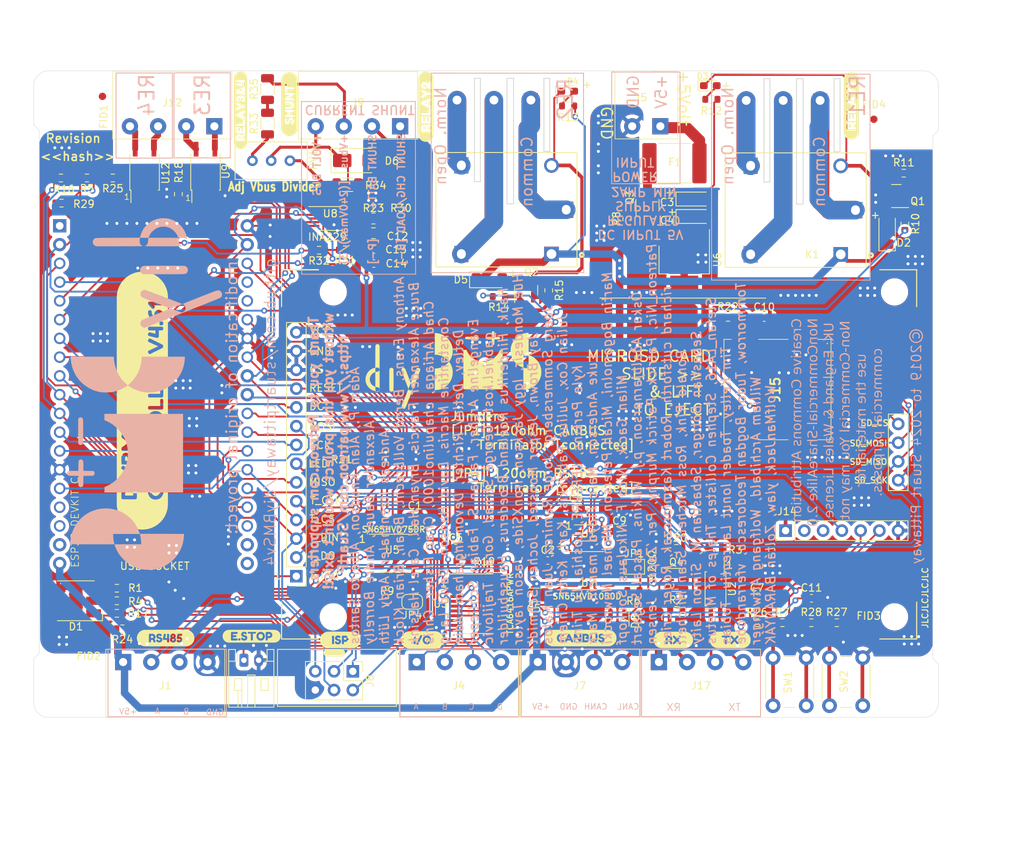
<source format=kicad_pcb>
(kicad_pcb (version 20221018) (generator pcbnew)
  (title_block (title "DIYBMS ESP32 Controller") (date "2021-02-21") (company "Stuart Pittaway"))
  (layers (0 "F.Cu" signal) (31 "B.Cu" signal) (34 "B.Paste" user) (35 "F.Paste" user) (36 "B.SilkS" user "B.Silkscreen") (37 "F.SilkS" user "F.Silkscreen") (38 "B.Mask" user) (39 "F.Mask" user) (44 "Edge.Cuts" user))
  (net 0 "")
  (net 1 "GND")
  (net 2 "+5V")
  (net 3 "+3V3")
  (net 4 "Net-(U8-Vin+)")
  (net 5 "Net-(R3-Pad1)")
  (net 6 "Net-(U8-Vin-)")
  (net 7 "Net-(D1-RK)")
  (net 8 "/IO33")
  (net 9 "/IO32")
  (net 10 "/IO4")
  (net 11 "Net-(D1-GK)")
  (net 12 "/IO35_INPUT")
  (net 13 "/IO34_INPUT")
  (net 14 "/IO39_INPUT")
  (net 15 "Net-(D1-BK)")
  (net 16 "Net-(D2-A)")
  (net 17 "/VSPI_CLK")
  (net 18 "/VSPI_MOSI")
  (net 19 "/VSPI_MISO")
  (net 20 "/RESET")
  (net 21 "Net-(D3-A)")
  (net 22 "Net-(D4-K)")
  (net 23 "Net-(D4-A)")
  (net 24 "Net-(J7-Pin_4)")
  (net 25 "FUSED5V")
  (net 26 "Net-(J7-Pin_3)")
  (net 27 "Net-(Q3-D)")
  (net 28 "Net-(J1-Pin_2)")
  (net 29 "Net-(J1-Pin_3)")
  (net 30 "Net-(J2-Pin_1)")
  (net 31 "Net-(J3-Pin_1)")
  (net 32 "/DISPLAY_DC")
  (net 33 "/CANBUS_TX")
  (net 34 "/AVRISP_RESET")
  (net 35 "/CANBUS_RX")
  (net 36 "/GREEN_LED")
  (net 37 "/RELAY1")
  (net 38 "/RELAY2")
  (net 39 "/DISPLAY_LED")
  (net 40 "/EXT_IO_C")
  (net 41 "/EXT_IO_B")
  (net 42 "/EXT_IO_A")
  (net 43 "/EXT_IO_D")
  (net 44 "/IO22")
  (net 45 "/IO21")
  (net 46 "/RED_LED")
  (net 47 "/HSPI_CLK")
  (net 48 "/IO36_INPUT")
  (net 49 "/HSPI_MISO")
  (net 50 "/HSPI_MOSI")
  (net 51 "/IO5")
  (net 52 "/IO25")
  (net 53 "/IO27")
  (net 54 "/IO26")
  (net 55 "/IO2")
  (net 56 "Net-(J9-Pin_1)")
  (net 57 "/BLUE_LED")
  (net 58 "Net-(J9-Pin_2)")
  (net 59 "Net-(D6-K)")
  (net 60 "Net-(R18-Pad1)")
  (net 61 "/RELAY3_SSR")
  (net 62 "Net-(J9-Pin_3)")
  (net 63 "Net-(J10-Pin_1)")
  (net 64 "/RELAY4_SSR")
  (net 65 "Net-(R25-Pad1)")
  (net 66 "Net-(J12-Pin_1)")
  (net 67 "Net-(J12-Pin_3)")
  (net 68 "Net-(J12-Pin_4)")
  (net 70 "/SW2OUTPUT")
  (net 71 "/SW1OUTPUT")
  (net 73 "/SW2EXT")
  (net 74 "/SW1EXT")
  (net 77 "Net-(JP1-B)")
  (net 78 "Net-(JP4-B)")
  (net 79 "Net-(LCD1-LED)")
  (net 80 "Net-(Q1-G)")
  (net 81 "Net-(Q2-G)")
  (net 82 "Net-(Q3-G)")
  (net 83 "Net-(U1-B2)")
  (net 84 "Net-(U1-B1)")
  (net 86 "/ESP3V3")
  (net 96 "Net-(J12-Pin_2)")
  (net 97 "Net-(J2-Pin_2)")
  (net 98 "Net-(J2-Pin_3)")
  (net 99 "Net-(J3-Pin_2)")
  (net 100 "Net-(J3-Pin_3)")
  (net 101 "Net-(J17-Pin_2)")
  (net 102 "Net-(J17-Pin_3)")
  (net 103 "Net-(J17-Pin_4)")
  (net 104 "Net-(R33-Pad1)")
  (net 105 "Net-(R33-Pad2)")
  (net 106 "Net-(R34-Pad1)")
  (footprint "MountingHole:MountingHole_4mm" (layer "F.Cu") (at 207.4 54.2 90)
    (fp_text reference "REF1" hide)
    (fp_text value "MountingHole_4mm" hide)
  )
  (footprint "MountingHole:MountingHole_4mm" (layer "F.Cu") (at 207.4 134.15 90)
    (fp_text reference "REF3" hide)
    (fp_text value "MountingHole_4mm" hide)
  )
  (footprint "Resistor_SMD:R_0603_1608Metric" (layer "F.Cu") (at 100 122.2)
    (fp_text reference "R4")
    (fp_text value "560R")
  )
  (footprint "Capacitor_SMD:C_0603_1608Metric" (layer "F.Cu") (at 145.9 115.1)
    (fp_text reference "C6")
    (fp_text value "100nF")
  )
  (footprint "Capacitor_SMD:C_0603_1608Metric" (layer "F.Cu") (at 140.35 110.75)
    (fp_text reference "C1")
    (fp_text value "100nF")
  )
  (footprint "Resistor_SMD:R_0603_1608Metric" (layer "F.Cu") (at 136.59 122.33)
    (fp_text reference "R9")
    (fp_text value "120R")
  )
  (footprint "Package_SO:SOIC-8_3.9x4.9mm_P1.27mm" (layer "F.Cu") (at 137.65 115.75)
    (fp_text reference "U5")
    (fp_text value "SN65HVD75DR")
  )
  (footprint "ControllerCircuit:WJ15EDGRC-3.81-4P" (layer "F.Cu") (at 162.7 130.5)
    (fp_text reference "J7")
    (fp_text value "4PinBlock")
  )
  (footprint "ControllerCircuit:MODULE_ESP32-DEVKITC-32D" (layer "F.Cu") (at 104.956394 91.19)
    (fp_text reference "U4" hide)
    (fp_text value "ESP32-DEVKITC-32D")
  )
  (footprint "ControllerCircuit:WJ15EDGRC-3.81-4P" (layer "F.Cu") (at 106.55 130.5)
    (fp_text reference "J1")
    (fp_text value "4PinBlock")
  )
  (footprint "ControllerCircuit:WJ15EDGRC-3.81-4P" (layer "F.Cu") (at 146.3 130.5)
    (fp_text reference "J4")
    (fp_text value "4PinBlock")
  )
  (footprint "Connector_PinHeader_2.54mm:PinHeader_2x03_P2.54mm_Vertical" (layer "F.Cu") (at 131.95 131.75 -90)
    (fp_text reference "J8")
    (fp_text value "2x3 2.54mm IDC Connectors")
  )
  (footprint "ControllerCircuit:RELAY_SRD-05VDC-SL-C" (layer "F.Cu") (at 191.915 69.3 180)
    (fp_text reference "K1")
    (fp_text value "SRD-05VDC-SL-C")
  )
  (footprint "Resistor_SMD:R_0603_1608Metric" (layer "F.Cu") (at 180.5 54.3)
    (fp_text reference "R12")
    (fp_text value "560R")
  )
  (footprint "LED_SMD:LED_0603_1608Metric_Pad1.05x0.95mm_HandSolder" (layer "F.Cu") (at 180.35 52.45)
    (fp_text reference "D3")
    (fp_text value "YELLOW LED")
  )
  (footprint "Connector_JST:JST_PH_S2B-PH-K_1x02_P2.00mm_Horizontal" (layer "F.Cu") (at 117.2 130.25)
    (fp_text reference "J10" hide)
    (fp_text value "ESTOP")
  )
  (footprint "Resistor_SMD:R_0603_1608Metric" (layer "F.Cu") (at 100 120.5)
    (fp_text reference "R1")
    (fp_text value "220R")
  )
  (footprint "Resistor_SMD:R_0603_1608Metric" (layer "F.Cu") (at 100 123.9)
    (fp_text reference "R17")
    (fp_text value "220R")
  )
  (footprint "MountingHole:MountingHole_4mm" (layer "F.Cu") (at 92.45 54.2 90)
    (fp_text reference "REF2" hide)
    (fp_text value "MountingHole_4mm" hide)
  )
  (footprint "MountingHole:MountingHole_4mm" (layer "F.Cu") (at 92.45 134.2 90)
    (fp_text reference "REF4" hide)
    (fp_text value "MountingHole_4mm" hide)
  )
  (footprint "Diode_SMD:D_MiniMELF" (layer "F.Cu") (at 204.3 72.15 90)
    (fp_text reference "D2")
    (fp_text value "LL4148")
  )
  (footprint "Package_TO_SOT_SMD:SOT-23" (layer "F.Cu") (at 205.55 67.4 180)
    (fp_text reference "Q1")
    (fp_text value "AO3400A")
  )
  (footprint "Resistor_SMD:R_0603_1608Metric" (layer "F.Cu") (at 206.7 71.15 -90)
    (fp_text reference "R10")
    (fp_text value "560R")
  )
  (footprint "Resistor_SMD:R_0603_1608Metric" (layer "F.Cu") (at 206.55 64.3)
    (fp_text reference "R11")
    (fp_text value "51K")
  )
  (footprint "Resistor_SMD:R_0805_2012Metric" (layer "F.Cu") (at 181.13 115.12 180)
    (fp_text reference "R3")
    (fp_text value "180R")
  )
  (footprint "Resistor_SMD:R_0603_1608Metric" (layer "F.Cu") (at 175.75 123.5)
    (fp_text reference "R2")
    (fp_text value "2K2")
  )
  (footprint "Resistor_SMD:R_0603_1608Metric" (layer "F.Cu") (at 169.05 70.5 -90)
    (fp_text reference "R8")
    (fp_text value "120R")
  )
  (footprint "Package_TO_SOT_SMD:SOT-23" (layer "F.Cu") (at 171.85 68.5 90)
    (fp_text reference "Q3")
    (fp_text value "AO3401A")
  )
  (footprint "Fuse:Fuse_2920_7451Metric" (layer "F.Cu") (at 175.5 62.95)
    (fp_text reference "F1")
    (fp_text value "Fuse, 3A")
  )
  (footprint "Capacitor_Tantalum_SMD:CP_EIA-3216-18_Kemet-A_Pad1.58x1.35mm_HandSolder" (layer "F.Cu") (at 178.2042 70.164)
    (fp_text reference "C4")
    (fp_text value "22uF 6.3V")
  )
  (footprint "Capacitor_Tantalum_SMD:CP_EIA-3216-18_Kemet-A_Pad1.58x1.35mm_HandSolder" (layer "F.Cu") (at 178.2 67.8)
    (fp_text reference "C3")
    (fp_text value "22uF 6.3V")
  )
  (footprint "Package_TO_SOT_SMD:SOT-223-3_TabPin2" (layer "F.Cu") (at 176.8242 76.029 -90)
    (fp_text reference "U6")
    (fp_text value "AMS1117-3.3")
  )
  (footprint "Package_SO:SO-4_4.4x3.6mm_P2.54mm" (layer "F.Cu") (at 112 64.2 90)
    (fp_text reference "U9")
    (fp_text value "LT219-1")
  )
  (footprint "Resistor_SMD:R_0603_1608Metric" (layer "F.Cu") (at 108.3334 67.1462 -90)
    (fp_text reference "R18")
    (fp_text value "220R")
  )
  (footprint "ControllerCircuit:Terminal-Block_5.0mm_3P-LCSC_C395850" (layer "F.Cu") (at 190.225 54.45 180)
    (fp_text reference "J2" hide)
    (fp_text value "ScrewTerminal3Pin")
  )
  (footprint "Resistor_SMD:R_0603_1608Metric" (layer "F.Cu") (at 146.8 116.8 180)
    (fp_text reference "R19")
    (fp_text value "10K")
  )
  (footprint "Resistor_SMD:R_0603_1608Metric" (layer "F.Cu") (at 130.45 104.5)
    (fp_text reference "R21")
    (fp_text value "220R")
  )
  (footprint "Capacitor_SMD:C_0603_1608Metric" (layer "F.Cu") (at 158.35 116.75)
    (fp_text reference "C2")
    (fp_text value "100nF")
  )
  (footprint "Jumper:SolderJumper-2_P1.3mm_Bridged_Pad1.0x1.5mm" (layer "F.Cu") (at 170.05 117.6)
    (fp_text reference "JP1")
    (fp_text value "OptTermination")
  )
  (footprint "Resistor_SMD:R_0603_1608Metric" (layer "F.Cu") (at 100.75 126 180)
    (fp_text reference "R24")
    (fp_text value "22K")
  )
  (footprint "Package_SO:SO-4_4.4x3.6mm_P2.54mm" (layer "F.Cu") (at 103.75 64.2 90)
    (fp_text reference "U12")
    (fp_text value "LT219-1")
  )
  (footprint "ControllerCircuit:WJ15EDGRC-3.81-4P" (layer "F.Cu") (at 107.5 57.95 180)
    (fp_text reference "J12")
    (fp_text value "4PinBlock")
  )
  (footprint "Jumper:SolderJumper-2_P1.3mm_Bridged_RoundedPad1.0x1.5mm" (layer "F.Cu") (at 139.99 122.34 180)
    (fp_text reference "JP4")
    (fp_text value "OptTermination")
  )
  (footprint "Package_TO_SOT_SMD:SOT-23" (layer "F.Cu") (at 167.79 125 -90)
    (fp_text reference "D8")
    (fp_text value "NUP2105LT1G")
  )
  (footprint "ControllerCircuit:WJ15EDGRC-3.81-2P" (layer "F.Cu") (at 171.55 57.95 180)
    (fp_text reference "J5")
    (fp_text value "ScrewTerminal")
  )
  (footprint "Package_SO:SOP-4_4.4x2.6mm_P1.27mm" (layer "F.Cu") (at 181.05832 120.5805 -90)
    (fp_text reference "U2")
    (fp_text value "EL3H7(B)(TA)-G")
  )
  (footprint "Connector_PinHeader_2.54mm:PinHeader_1x07_P2.54mm_Vertical" (layer "F.Cu") (at 190.55 112.7 90)
    (fp_text reference "J14")
    (fp_text value "Unused header")
  )
  (footprint "Capacitor_SMD:C_0603_1608Metric" (layer "F.Cu") (at 187.65 83.85)
    (fp_text reference "C10")
    (fp_text value "1uF")
  )
  (footprint "Capacitor_SMD:C_0603_1608Metric" (layer "F.Cu") (at 186.691 121.871)
    (fp_text reference "C7")
    (fp_text value "1uF")
  )
  (footprint "Resistor_SMD:R_0603_1608Metric" (layer "F.Cu") (at 190.12 125.173)
    (fp_text reference "R7")
    (fp_text value "51K")
  )
  (footprint "Resistor_SMD:R_0603_1608Metric" (layer "F.Cu") (at 186.671 125.173)
    (fp_text reference "R26")
    (fp_text value "22K")
  )
  (footprint "Button_Switch_THT:SW_PUSH_6mm_H5mm" (layer "F.Cu") (at 191 133.25 90)
    (fp_text reference "SW1")
    (fp_text value "SW_Push")
  )
  (footprint "Button_Switch_THT:SW_PUSH_6mm_H5mm" (layer "F.Cu") (at 198.8 133.3 90)
    (fp_text reference "SW2")
    (fp_text value "SW_Push")
  )
  (footprint "Resistor_SMD:R_0603_1608Metric" (layer "F.Cu") (at 197.486 125.173)
    (fp_text reference "R27")
    (fp_text value "51K")
  )
  (footprint "Capacitor_SMD:C_0603_1608Metric" (layer "F.Cu") (at 194.057 121.871)
    (fp_text reference "C11")
    (fp_text value "1uF")
  )
  (footprint "Resistor_SMD:R_0603_1608Metric" (layer "F.Cu") (at 194.037 125.173)
    (fp_text reference "R28")
    (fp_text value "22K")
  )
  (footprint "Package_SO:TSSOP-24_4.4x7.8mm_P0.65mm" (layer "F.Cu") (at 148.75 122.6)
    (fp_text reference "U3")
    (fp_text value "TCA6416APWR")
  )
  (footprint "Package_TO_SOT_SMD:SOT-23" (layer "F.Cu") (at 175.77 119.375)
    (fp_text reference "Q4")
    (fp_text value "AO3400A")
  )
  (footprint "Resistor_SMD:R_0603_1608Metric" (layer "F.Cu") (at 175.75 115.12)
    (fp_text reference "R20")
    (fp_text value "1M")
  )
  (footprint "Capacitor_SMD:C_1206_3216Metric" (layer "F.Cu") (at 156.45 121.4 180)
    (fp_text reference "C5")
    (fp_text value "22uF")
  )
  (footprint "Resistor_SMD:R_0603_1608Metric" (layer "F.Cu") (at 92.5 68.35)
    (fp_text reference "R29")
    (fp_text value "10K")
  )
  (footprint "ControllerCircuit:0472192001" (layer "F.Cu") (at 189.45 93.6 -90)
    (fp_text reference "J15")
    (fp_text value "Molex 0472192001" hide)
  )
  (footprint "Fiducial:Fiducial_1mm_Mask2mm" (layer "F.Cu") (at 98.05 53.9)
    (fp_text reference "FID1")
    (fp_text value "Fiducial_1mm_Mask2mm")
  )
  (footprint "Fiducial:Fiducial_1mm_Mask2mm" (layer "F.Cu") (at 96.05 127.85)
    (fp_text reference "FID2")
    (fp_text value "Fiducial_1mm_Mask2mm")
  )
  (footprint "Fiducial:Fiducial_1mm_Mask2mm" (layer "F.Cu") (at 201.95 126.15)
    (fp_text reference "FID3")
    (fp_text value "Fiducial_1mm_Mask2mm")
  )
  (footprint "Fiducial:Fiducial_1mm_Mask2mm" (layer "F.Cu") (at 202.5 57)
    (fp_text reference "FID4")
    (fp_text value "Fiducial_1mm_Mask2mm")
  )
  (footprint "ControllerCircuit:diybms_logo_24x10mm" (layer "F.Cu") (at 145.575 90.95)
    (fp_text reference "G99" hide)
    (fp_text value "LOGO" hide)
  )
  (footprint "Capacitor_SMD:C_0603_1608Metric" (layer "F.Cu") (at 168.05 112.8)
    (fp_text reference "C9")
    (fp_text value "100nF")
  )
  (footprint "Package_SO:VSSOP-8_2.3x2mm_P0.5mm" (layer "F.Cu") (at 163.85 113.02)
    (fp_text reference "U1")
    (fp_text value "TXS0102DCU")
  )
  (footprint "Package_SO:SOIC-8_3.9x4.9mm_P1.27mm" (layer "F.Cu") (at 163.95 118.1)
    (fp_text reference "U7")
    (fp_text value "SN65HVD1050D")
  )
  (footprint "Resistor_SMD:R_0603_1608Metric" (layer "F.Cu") (at 169.95 120.8 180)
    (fp_text reference "R6")
    (fp_text value "120R")
  )
  (footprint "ControllerCircuit:TFTSPI_2_8_240x320_TOUCH" (layer "F.Cu") (at 165.3 102.375 180)
    (fp_text reference "LCD1" hide)
    (fp_text value "LCD" hide)
  )
  (footprint "Capacitor_SMD:C_0603_1608Metric" (layer "F.Cu") (at 162.15 109.7)
    (fp_text reference "C8")
    (fp_text value "100nF")
  )
  (footprint "LED_SMD:LED_RGB_5050-6" (layer "F.Cu") (at 94.45 122.2 180)
    (fp_text reference "D1")
    (fp_text value "RGB")
  )
  (footprint "Resistor_SMD:R_0603_1608Metric" (layer "F.Cu") (at 182.75 83.82)
    (fp_text reference "R22")
    (fp_text value "10K")
  )
  (footprint "Resistor_SMD:R_0603_1608Metric" (layer "F.Cu") (at 92.425 64.95)
    (fp_text reference "R16")
    (fp_text value "2K2")
  )
  (footprint "Resistor_SMD:R_0603_1608Metric" (layer "F.Cu") (at 95.95 64.95 180)
    (fp_text reference "R5")
    (fp_text value "2K2")
  )
  (footprint "Resistor_SMD:R_0603_1608Metric" (layer "F.Cu") (at 99.45 64.95 180)
    (fp_text reference "R25")
    (fp_text value "220R")
  )
  (footprint "Capacitor_SMD:C_0603_1608Metric" (layer "F.Cu") (at 134.799802 76.534 180)
    (fp_text reference "C14")
    (fp_text value "100nF")
  )
  (footprint "ControllerCircuit:WJ15EDGRC-3.81-4P" (layer "F.Cu") (at 132.65 57.95 180)
    (fp_text reference "J9")
    (fp_text value "4PinBlock")
  )
  (footprint "Capacitor_SMD:C_0603_1608Metric" (layer "F.Cu") (at 134.789802 74.634 180)
    (fp_text reference "C13")
    (fp_text value "1uF")
  )
  (footprint "Capacitor_SMD:C_0805_2012Metric" (layer "F.Cu") (at 134.739802 72.434)
    (fp_text reference "C12")
    (fp_text value "0.1uF-100V")
  )
  (footprint "Resistor_SMD:R_0805_2012Metric" (layer "F.Cu") (at 138.449802 70.434)
    (fp_text reference "R30")
    (fp_text value "10R")
  )
  (footprint "Resistor_SMD:R_0805_2012Metric" (layer "F.Cu") (at 134.739802 70.434)
    (fp_text reference "R23")
    (fp_text value "10R")
  )
  (footprint "Package_SO:VSSOP-10_3x3mm_P0.5mm" (layer "F.Cu") (at 128.899802 70.434)
    (fp_text reference "U8")
    (fp_text value "INA229")
  )
  (footprint "ControllerCircuit:RELAY_SRD-05VDC-SL-C" (layer "F.Cu") (at 152.75 69.25 180)
    (fp_text reference "K2" hide)
    (fp_text value "SRD-05VDC-SL-C")
  )
  (footprint "Package_TO_SOT_SMD:SOT-23" (layer "F.Cu") (at 155.425 80.15 90)
    (fp_text reference "Q2")
    (fp_text value "AO3400A")
  )
  (footprint "Resistor_SMD:R_0603_1608Metric" (layer "F.Cu") (at 151.725 81 180)
    (fp_text reference "R14")
    (fp_text value "560R")
  )
  (footprint "Resistor_SMD:R_0603_1608Metric" (layer "F.Cu") (at 158.475 80.17 -90)
    (fp_text reference "R15")
    (fp_text value "51K")
  )
  (footprint "LED_SMD:LED_0603_1608Metric_Pad1.05x0.95mm_HandSolder" (layer "F.Cu") (at 161.05 53.2)
    (fp_text reference "D4")
    (fp_text value "YELLOW LED")
  )
  (footprint "Diode_SMD:D_MiniMELF" (layer "F.Cu") (at 150.425 78.7)
    (fp_text reference "D5")
    (fp_text value "LL4148")
  )
  (footprint "ControllerCircuit:Terminal-Block_5.0mm_3P-LCSC_C395850" (layer "F.Cu") (at 151.06 54.4 180)
    (fp_text reference "J3" hide)
    (fp_text value "ScrewTerminal3Pin")
  )
  (footprint "Resistor_SMD:R_0603_1608Metric" (layer "F.Cu") (at 161.1 55.2)
    (fp_text reference "R13")
    (fp_text value "560R")
  )
  (footprint "Resistor_SMD:R_0603_1608Metric" (layer "F.Cu") (at 130.884802 74.684 180)
    (fp_text reference "R31")
    (fp_text value "10K")
  )
  (footprint "Resistor_SMD:R_0603_1608Metric" (layer "F.Cu") (at 127.379802 74.734 180)
    (fp_text reference "R32")
    (fp_text value "10K")
  )
  (footprint "label" (layer "F.Cu") (at 162.8 127.25)
    (fp_text reference "svg2mod1" hide)
    (fp_text value "G***" hide)
  )
  (footprint "label" (layer "F.Cu") (at 106.6 127.25)
    (fp_text reference "svg2mod4" hide)
    (fp_text value "G***" hide)
  )
  (footprint "label" (layer "F.Cu") (at 130.25 127.5)
    (fp_text reference "svg2mod3" hide)
    (fp_text value "G***" hide)
  )
  (footprint "label" (layer "F.Cu") (at 141.37 127.5)
    (fp_text reference "svg2mod8" hide)
    (fp_text value "G***" hide)
  )
  (footprint "label" (layer "F.Cu") (at 175.35 127.5)
    (fp_text reference "svg2mod5" hide)
    (fp_text value "G***" hide)
  )
  (footprint "label" (layer "F.Cu") (at 183.05 127.5)
    (fp_text reference "svg2mod6" hide)
    (fp_text value "G***" hide)
  )
  (footprint "label" (layer "F.Cu") (at 123.35 54.95 90)
    (fp_text reference "svg2mod55" hide)
    (fp_text value "G***" hide)
  )
  (footprint "kibuzzard-65B91D57" (layer "F.Cu") (at 141.85 55.3 90)
    (fp_text reference "kibuzzard-65B91D57" hide)
    (fp_text value "G***" hide)
  )
  (footprint "ControllerCircuit:placeholder" (layer "F.Cu") (at 117.75 93)
    (fp_text reference "J11")
    (fp_text value "19PinSocket")
  )
  (footprint "Resistor_SMD:R_1206_3216Metric" (layer "F.Cu") (at 120.3984 52.91 90)
    (fp_text reference "R35")
    (fp_text value "22K")
  )
  (footprint "ControllerCircuit:placeholder" (layer "F.Cu") (at 205.75 102)
    (fp_text reference "J16")
    (fp_text value "4PinSocket")
  )
  (footprint "ControllerCircuit:WJ15EDGRC-3.81-4P" (layer "F.Cu") (at 179.1 130.5)
    (fp_text reference "J17")
    (fp_text value "4PinBlock")
  )
  (footprint "kibuzzard-65B91E2F" (layer "F.Cu") (at 118.25 126.997984)
    (fp_text reference "kibuzzard-65B91E2F" hide)
    (fp_text value "G***" hide)
  )
  (footprint "ControllerCircuit:placeholder" (layer "F.Cu") (at 124.25 102.25)
    (fp_text reference "J13")
    (fp_text value "14PinSocket")
  )
  (footprint "kibuzzard-65B91D2D" (layer "F.Cu") (at 199.45 55.2 90)
    (fp_text reference "kibuzzard-65B91D2D" hide)
    (fp_text value "G***" hide)
  )
  (footprint "kibuzzard-65B91DB3" (layer "F.Cu") (at 116.75 55.8 90)
    (fp_text reference "kibuzzard-65B91DB3" hide)
    (fp_text value "G***" hide)
  )
  (footprint "Potentiometer_THT:Potentiometer_Bourns_3296W_Vertical" (layer "F.Cu") (at 118.3564 62.6128 180)
    (fp_text reference "RV1")
    (fp_text value "5K")
  )
  (footprint "Resistor_SMD:R_1206_3216Metric" (layer "F.Cu") (at 131.2188 65.864)
    (fp_text reference "R34")
    (fp_text value "22K")
  )
  (footprint "kibuzzard-65B918A7" (layer "F.Cu") (at 103.45 95.1 90)
    (fp_text reference "kibuzzard-65B918A7" hide)
    (fp_text value "G***" hide)
  )
  (footprint "Diode_SMD:D_SMA" (layer "F.Cu") (at 132.5142 62.5874)
    (fp_text reference "D6")
    (fp_text value "Z_82V")
  )
  (footprint "ControllerCircuit:placeholder" (layer "F.Cu") (at 92.25 93)
    (fp_text reference "J6")
    (fp_text value "19PinSocket")
  )
  (footprint "Resistor_SMD:R_1206_3216Metric" (layer "F.Cu") (at 120.3984 57.5836 90)
    (fp_text reference "R33")
    (fp_text value "22K")
  )
  (footprint "ControllerCircuit:logo" (layer "B.Cu") (at 103.75 94.2 -90)
    (fp_text reference "e" hide)
    (fp_text value "LOGO" hide)
  )
  (gr_line (start 107.52 50.74) (end 107.52 62.26) (stroke (width 0.12)) (layer "B.SilkS"))
  (gr_line (start 99.89 50.74) (end 107.52 50.74) (stroke (width 0.12)) (layer "B.SilkS"))
  (gr_line (start 99.89 62.26) (end 99.89 50.74) (stroke (width 0.12)) (layer "B.SilkS"))
  (gr_line (start 107.52 62.26) (end 99.89 62.26) (stroke (width 0.12)) (layer "B.SilkS"))
  (gr_line (start 201.99 50.9) (end 180.53 50.8) (stroke (width 0.12)) (layer "B.SilkS"))
  (gr_line (start 163.19 50.765) (end 142.565 50.755) (stroke (width 0.12)) (layer "B.SilkS"))
  (gr_line (start 124.9875 54.6025) (end 140.4125 54.5975) (stroke (width 0.12)) (layer "B.SilkS"))
  (gr_line (start 125.0303 77.9798) (end 124.9875 54.5825) (stroke (width 0.12)) (layer "B.SilkS"))
  (gr_line (start 140.4553 77.9798) (end 125.0303 77.9798) (stroke (width 0.12)) (layer "B.SilkS"))
  (gr_line (start 140.4125 54.5975) (end 140.4553 77.9798) (stroke (width 0.12)) (layer "B.SilkS"))
  (gr_line (start 107.73 62.23) (end 107.73 50.71) (stroke (width 0.12)) (layer "B.SilkS"))
  (gr_rect (start 154.75 128.725) (end 170.85 137.875) (stroke (width 0.12)) (fill none) (layer "B.SilkS"))
  (gr_line (start 142.565 50.755) (end 142.565 77.765) (stroke (width 0.12)) (layer "B.SilkS"))
  (gr_line (start 167 65.725) (end 167 50.6) (stroke (width 0.12)) (layer "B.SilkS"))
  (gr_line (start 167 50.6) (end 176.26 50.62) (stroke (width 0.12)) (layer "B.SilkS"))
  (gr_rect (start 138.35 128.75) (end 154.45 137.9) (stroke (width 0.12)) (fill none) (layer "B.SilkS"))
  (gr_line (start 180.53 78.78) (end 201.99 78.78) (stroke (width 0.12)) (layer "B.SilkS"))
  (gr_line (start 115.36 50.71) (end 115.36 62.23) (stroke (width 0.12)) (layer "B.SilkS"))
  (gr_line (start 201.99 78.78) (end 201.99 50.9) (stroke (width 0.12)) (layer "B.SilkS"))
  (gr_line (start 180.53 50.8) (end 180.53 78.78) (stroke (width 0.12)) (layer "B.SilkS"))
  (gr_line (start 142.565 77.765) (end 163.215 77.765) (stroke (width 0.12)) (layer "B.SilkS"))
  (gr_rect (start 98.8 128.75) (end 114.85 137.9) (stroke (width 0.12)) (fill none) (layer "B.SilkS"))
  (gr_rect (start 171.05 128.725) (end 187.15 137.875) (stroke (width 0.12)) (fill none) (layer "B.SilkS"))
  (gr_line (start 107.73 50.71) (end 115.36 50.71) (stroke (width 0.12)) (layer "B.SilkS"))
  (gr_line (start 176.26 50.62) (end 176.26 65.73) (stroke (width 0.12)) (layer "B.SilkS"))
  (gr_line (start 163.215 77.765) (end 163.19 50.765) (stroke (width 0.12)) (layer "B.SilkS"))
  (gr_line (start 176.26 65.73) (end 167 65.725) (stroke (width 0.12)) (layer "B.SilkS"))
  (gr_line (start 115.36 62.23) (end 107.73 62.23) (stroke (width 0.12)) (layer "B.SilkS"))
  (gr_line (start 121.75 128.78) (end 137.85 128.78) (stroke (width 0.12)) (layer "F.SilkS"))
  (gr_line (start 137.85 128.78) (end 137.85 136.5) (stroke (width 0.12)) (layer "F.SilkS"))
  (gr_line (start 137.85 136.5) (end 121.75 136.5) (stroke (width 0.12)) (layer "F.SilkS"))
  (gr_line (start 121.75 136.5) (end 121.75 128.78) (stroke (width 0.12)) (layer "F.SilkS"))
  (gr_line (start 128.5 129.25) (end 130.4 129.25) (stroke (width 1)) (layer "F.SilkS"))
  (gr_line (start 165.41 81.21) (end 187.86 81.22) (stroke (width 0.12)) (layer "F.SilkS"))
  (gr_line (start 209.25 50.45) (end 90.75 50.45) (stroke (width 0.05)) (layer "Edge.Cuts"))
  (gr_arc (start 88.75 52.45) (mid 89.335786 51.035786) (end 90.75 50.45) (stroke (width 0.05)) (layer "Edge.Cuts"))
  (gr_arc (start 211.25 136) (mid 210.664214 137.414214) (end 209.25 138) (stroke (width 0.05)) (layer "Edge.Cuts"))
  (gr_line (start 209.25 138) (end 90.75 138) (stroke (width 0.05)) (layer "Edge.Cuts"))
  (gr_arc (start 90.75 138) (mid 89.335786 137.414214) (end 88.75 136) (stroke (width 0.05)) (layer "Edge.Cuts"))
  (gr_line (start 88.75 57.75) (end 89.5 58.5) (stroke (width 0.05)) (layer "Edge.Cuts"))
  (gr_line (start 88.75 136) (end 88.75 130) (stroke (width 0.05)) (layer "Edge.Cuts"))
  (gr_line (start 211.25 136) (end 211.25 130.75) (stroke (width 0.05)) (layer "Edge.Cuts"))
  (gr_line (start 211.25 130.75) (end 210.5 130) (stroke (width 0.05)) (layer "Edge.Cuts"))
  (gr_line (start 211.25 58.5) (end 210.5 59.25) (stroke (width 0.05)) (layer "Edge.Cuts"))
  (gr_line (start 211.25 52.45) (end 211.25 58.5) (stroke (width 0.05)) (layer "Edge.Cuts"))
  (gr_line (start 188.425 65.5) (end 187.625 65.5) (stroke (width 0.1)) (layer "Edge.Cuts"))
  (gr_line (start 187.625 51.5) (end 188.425 51.5) (stroke (width 0.1)) (layer "Edge.Cuts"))
  (gr_line (start 187.625 65.5) (end 187.625 51.5) (stroke (width 0.1)) (layer "Edge.Cuts"))
  (gr_line (start 188.425 51.5) (end 188.425 65.5) (stroke (width 0.1)) (layer "Edge.Cuts"))
  (gr_line (start 197.925 61.4) (end 197.125 61.4) (stroke (width 0.1)) (layer "Edge.Cuts"))
  (gr_line (start 197.125 61.4) (end 197.125 51.5) (stroke (width 0.1)) (layer "Edge.Cuts"))
  (gr_line (start 197.925 51.5) (end 197.925 61.4) (stroke (width 0.1)) (layer "Edge.Cuts"))
  (gr_line (start 197.125 51.5) (end 197.925 51.5) (stroke (width 0.1)) (layer "Edge.Cuts"))
  (gr_line (start 210.5 130) (end 210.5 59.25) (stroke (width 0.05)) (layer "Edge.Cuts"))
  (gr_line (start 148.425 65.45) (end 148.425 51.45) (stroke (width 0.1)) (layer "Edge.Cuts"))
  (gr_line (start 157.825 61.35) (end 157.825 51.45) (stroke (width 0.1)) (layer "Edge.Cuts"))
  (gr_line (start 157.825 51.45) (end 158.625 51.45) (stroke (width 0.1)) (layer "Edge.Cuts"))
  (gr_line (start 149.225 65.45) (end 148.425 65.45) (stroke (width 0.1)) (layer "Edge.Cuts"))
  (gr_line (start 158.625 61.35) (end 157.825 61.35) (stroke (width 0.1)) (layer "Edge.Cuts"))
  (gr_line (start 158.625 51.45) (end 158.625 61.35) (stroke (width 0.1)) (layer "Edge.Cuts"))
  (gr_line (start 149.225 51.45) (end 149.225 65.45) (stroke (width 0.1)) (layer "Edge.Cuts"))
  (gr_line (start 153.725 68.45) (end 152.825 68.45) (stroke (width 0.1)) (layer "Edge.Cuts"))
  (gr_line (start 148.425 51.45) (end 149.225 51.45) (stroke (width 0.1)) (layer "Edge.Cuts"))
  (gr_line (start 152.825 51.45) (end 153.725 51.45) (stroke (width 0.1)) (layer "Edge.Cuts"))
  (gr_line (start 153.725 51.45) (end 153.725 68.45) (stroke (width 0.1)) (layer "Edge.Cuts"))
  (gr_line (start 152.825 68.45) (end 152.825 51.45) (stroke (width 0.1)) (layer "Edge.Cuts"))
  (gr_line (start 192.025 68.5) (end 192.025 51.5) (stroke (width 0.1)) (layer "Edge.Cuts"))
  (gr_line (start 192.925 68.5) (end 192.025 68.5) (stroke (width 0.1)) (layer "Edge.Cuts"))
  (gr_arc (start 209.25 50.45) (mid 210.664214 51.035786) (end 211.25 52.45) (stroke (width 0.05)) (layer "Edge.Cuts"))
  (gr_line (start 88.75 52.45) (end 88.75 57.75) (stroke (width 0.05)) (layer "Edge.Cuts"))
  (gr_line (start 192.925 51.5) (end 192.925 68.5) (stroke (width 0.1)) (layer "Edge.Cuts"))
  (gr_line (start 89.5 58.5) (end 89.5 129.25) (stroke (width 0.05)) (layer "Edge.Cuts"))
  (gr_line (start 88.75 130) (end 89.5 129.25) (stroke (width 0.05)) (layer "Edge.Cuts"))
  (gr_line (start 192.025 51.5) (end 192.925 51.5) (stroke (width 0.1)) (layer "Edge.Cuts"))
  (gr_text "CANH" (at 164.83902 136.52866) (layer "B.SilkS") (effects (font (size 0.8 0.8) (thickness 0.1)) (justify mirror)))
  (gr_text "A" (at 105.49192 137.14) (layer "B.SilkS") (effects (font (size 0.8 0.8) (thickness 0.1)) (justify mirror)))
  (gr_text "B" (at 109.39192 137.19) (layer "B.SilkS") (effects (font (size 0.8 0.8) (thickness 0.1)) (justify mirror)))
  (gr_text "GND" (at 113.29192 137.29) (layer "B.SilkS") (effects (font (size 0.8 0.8) (thickness 0.1)) (justify mirror)))
  (gr_text "CANL" (at 169.23402 136.52866) (layer "B.SilkS") (effects (font (size 0.8 0.8) (thickness 0.1)) (justify mirror)))
  (gr_text "GND" (at 161.17402 136.52866) (layer "B.SilkS") (effects (font (size 0.8 0.8) (thickness 0.1)) (justify mirror)))
  (gr_text "+5V" (at 101.53192 137.18) (layer "B.SilkS") (effects (font (size 0.8 0.8) (thickness 0.1)) (justify mirror)))
  (gr_text "©2019 to 2024 Stuart Pittaway" (at 208.25 101.25 90) (layer "B.SilkS") (effects (font (size 1.3 1.3)) (justify mirror)))
  (gr_text "B" (at 144.41402 136.52866) (layer "B.SilkS") (effects (font (size 0.8 0.8) (thickness 0.1)) (justify mirror)))
  (gr_text "A" (at 140.51402 136.52866) (layer "B.SilkS") (effects (font (size 0.8 0.8) (thickness 0.1)) (justify mirror)))
  (gr_text "C" (at 148.01402 136.52866) (layer "B.SilkS") (effects (font (size 0.8 0.8) (thickness 0.1)) (justify mirror)))
  (gr_text "D" (at 151.86402 136.52866) (layer "B.SilkS") (effects (font (size 0.8 0.8) (thickness 0.1)) (justify mirror)))
  (gr_text "+5V" (at 157.45 136.52866) (layer "B.SilkS") (effects (font (size 0.8 0.8) (thickness 0.1)) (justify mirror)))
  (gr_text "Thank you to Patreon.com supporters, \nwithout you this project wouldn't exist! \nhttps://www.patreon.com/StuartP" (at 128.65 102.4 90) (layer "B.SilkS") (effects (font (size 1.25 1.25) (thickness 0.3)) (justify mirror)))
  (gr_text "Adam P., Alan Knudson, Alberto Santos\nAlexander Bauer, Andre Borrelly\nAndreas Itzenthaler, Andy Lüth\nAnthony Evans, Bernd Vollbrecht, Brian, Brian Klock\nBruce Alexander Francis, Bryan Hall, Carel Hassink\nChad Artiaga, chapulino1000, Chaz Fisher, Chris\nConstantine Macris, David Hanson, David Lang\nDetlev, Detlev Richter, Devon Ingraham-Adie\nEvangeline Archer, Fabian S, Fabian Schlieper\ngabriel.kost, George Strnad, Goran Trajilovic\nHank, Hinderikus Roeland Broederus, Housebuilder\nHue Mondesir, Iggy Jackson, IronXSide, Jason Taylor\nJay Brown, Jesper Monsted, Jochen Schmidt\nJoerg Sommersberg, Jorge Ramirez, Juan Matos\nJulian Cox, Julius Pabrinkis, Karl, Keith Chiem\nKyle Perkins, LEFEVRE, Loshia, Lu Trinh\nLuke Anderson, Marc Floyd, marcin, Mark\nMartin Bogomolni, Micah Peterson, Michael Nawrocki\nMilan Gacik, Nico F, Nikolaus Soukopf\nÓskar Aðalbjarnarson, p.j. Wilkins, Pascal Segaert\nPatreon_Nic, Patrick, Patrick Murphy, Per 'Zapro' Jensen\nrichard cutsforth, Robert Kazmierczak, Roger Crier\nRonald Rink, Ross Mitchell, Sean Mitchell\nSebastian Böttger, Sebastian M, Simon Laity\nStefan_LA16, Stephen Collister, Thales of Miletus\nTim Kelley, Toader Ionut Laurentiu, Tobias\nTommorrow, Tudor Bogdan Teodorescu, vferrandobe\nWilliam Archibald, Wolfgang Attwenger\nWolfManJack, ylaw, Zoltán BARANYÁK" (at 160.35 128.2 90) (layer "B.SilkS") (effects (font (size 1.25 1.25) (thickness 0.2) italic) (justify right mirror)))
  (gr_text "\n\n\n\n\n\n\n\n\n\n\n\n\n\n\n\n\n\n\n\n\n\n" (at 159.54 109.71 90) (layer "B.SilkS") (effects (font (size 2 2) (thickness 0.3)) (justify left mirror)))
  (gr_text "github.com/stuartpittaway/diyBMSv4" (at 120.754 96.6488 90) (layer "B.SilkS") (effects (font (size 1.5 1.5)) (justify mirror)))
  (gr_text "GND" (at 169.925 53.300001 90) (layer "B.SilkS") (effects (font (size 1.5 1.5) (thickness 0.2)) (justify mirror)))
  (gr_text "+5V" (at 173.7 53.3 90) (layer "B.SilkS") (effects (font (size 1.5 1.5) (thickness 0.2)) (justify mirror)))
  (gr_text "Norm. Open" (at 182.725 59.275 90) (layer "B.SilkS") (effects (font (size 1.5 1.5) (thickness 0.2)) (justify mirror)))
  (gr_text "Norm. Open" (at 143.83 59.275 90) (layer "B.SilkS") (effects (font (size 1.5 1.5) (thickness 0.2)) (justify mirror)))
  (gr_text "Common" (at 195.125 64.1 90) (layer "B.SilkS") (effects (font (size 1.5 1.5) (thickness 0.2)) (justify mirror)))
  (gr_text "RE3" (at 111.59 56.74 90) (layer "B.SilkS") (effects (font (size 2 2) (thickness 0.25)) (justify right mirror)))
  (gr_text "RE4" (at 104.05 56.7 90) (layer "B.SilkS") (effects (font (size 2 2) (thickness 0.25)) (justify right mirror)))
  (gr_text "RE1" (at 200.28 56.86 90) (layer "B.SilkS") (effects (font (size 2 2) (thickness 0.25)) (justify right mirror)))
  (gr_text "POWER\nINPUT" (at 170.15 63.775 180) (layer "B.SilkS") (effects (font (size 1.2 1.2) (thickness 0.2)) (justify mirror)))
  (gr_text "DC INPUT 5V \nREGULATED\nSUPPLY \n2AMP MIN" (at 171.35 69.7 180) (layer "B.SilkS") (effects (font (size 1.2 1.2) (thickness 0.2)) (justify mirror)))
  (gr_text "RX" (at 175.4 136.62866) (layer "B.SilkS") (effects (font (size 1 1) (thickness 0.1)) (justify mirror)))
  (gr_text "TX" (at 183.65 136.62866) (layer "B.SilkS") (effects (font (size 1 1) (thickness 0.1)) (justify mirror)))
  (gr_text "Common" (at 155.53 64.1 90) (layer "B.SilkS") (effects (font (size 1.5 1.5) (thickness 0.2)) (justify mirror)))
  (gr_text "RE2" (at 160.71 57.29 90) (layer "B.SilkS") (effects (font (size 2 2) (thickness 0.25)) (justify right mirror)))
  (gr_text "+VOLT BUS" (at 127.104 63.1208 90) (layer "B.SilkS") (effects (font (size 1 1) (thickness 0.2)) (justify mirror)))
  (gr_text "SHUNT BATT+     [P-]" (at 134.6224 67.8706 90) (layer "B.SilkS") (effects (font (size 1 1) (thickness 0.2)) (justify mirror)))
  (gr_text "SHUNT CHG/LOAD [B-]" (at 138.5086 67.8452 90) (layer "B.SilkS") (effects (font (size 1 1) (thickness 0.2)) (justify mirror)))
  (gr_text "+Vbus  [(240Vmax)/3]" (at 130.7362 67.8452 90) (layer "B.SilkS") (effects (font (size 1 1) (thickness 0.2)) (justify mirror)))
  (gr_text "CURRENT SHUNT" (at 132.8698 55.704 180) (layer "B.SilkS") (effects (font (size 1.2 1.2) (thickness 0.2)) (justify mirror)))
  (gr_text "modification of original proyect:" (at 116.436 76.024 90) (layer "B.SilkS") (effects (font (size 1.5 1.5) (thickness 0.2) bold) (justify left bottom mirror)))
  (gr_text "Creative Commons Attribution \nNonCommercial-ShareAlike 2.0\nUK: England & Wales License.\nNon-Commercial You may not \nuse the material for \ncommercial purposes." (at 203.8 98.05 90) (layer "B.SilkS") (effects (font (size 1.3 1.3)) (justify bottom mirror)))
  (gr_text "1" (at 121.75 118.8) (layer "F.SilkS") (effects (font (size 1 1))))
  (gr_text "1" (at 182.96 117.34) (layer "F.SilkS") (effects (font (size 1 1))))
  (gr_text "+5Volt" (at 176.8 54.15 270) (layer "F.SilkS") (effects (font (size 1.5 1.5) (thickness 0.2))))
  (gr_text "1" (at 133.25 113.85) (layer "F.SilkS") (effects (font (size 1 1))))
  (gr_text "GND" (at 166.311 57.52084 270) (layer "F.SilkS") (effects (font (size 1.5 1.5) (thickness 0.2))))
  (gr_text "1" (at 144.25 119.75) (layer "F.SilkS") (effects (font (size 1 1))))
  (gr_text "ESP32 DEVKIT C" (at 94.33406 105.3483 90) (layer "F.SilkS") (effects (font (size 1 1) (thickness 0.1)) (justify right)))
  (gr_text "USB SOCKET" (at 109.95 117.5) (layer "F.SilkS") (effects (font (size 1 1)) (justify right)))
  (gr_text "+" (at 202.7 69.95) (layer "F.SilkS") (effects (font (size 1 1))))
  (gr_text "+" (at 182.5 52.4) (layer "F.SilkS") (effects (font (size 1 1))))
  (gr_text "+" (at 174.95 66.95 270) (layer "F.SilkS") (effects (font (size 1 1))))
  (gr_text "+" (at 175.275 69.575 270) (layer "F.SilkS") (effects (font (size 1 1))))
  (gr_text "JLCJLCJLCJLC" (at 209.45 121.8 90) (layer "F.SilkS") (effects (font (size 0.8 0.8))))
  (gr_text "1" (at 101.35 67.5) (layer "F.SilkS") (effects (font (size 0.8 0.8) (thickness 0.1))))
  (gr_text "MICROSD CARD\nSLIDE >> \n& LIFT \nTO EJECT" (at 180.65 92.7) (layer "F.SilkS") (effects (font (size 1.5 1.5) (thickness 0.2)) (justify right)))
  (gr_text "1" (at 109.65 67.65) (layer "F.SilkS") (effects (font (size 0.8 0.8) (thickness 0.1))))
  (gr_text "120Ω" (at 172.475 117.3 90) (layer "F.SilkS") (effects (font (size 1 1))))
  (gr_text "Revision" (at 94.084 59.5902) (layer "F.SilkS") (effects (font (size 1.2 1.2) (thickness 0.2))))
  (gr_text "1" (at 161.2 112.05) (layer "F.SilkS") (effects (font (size 1 1))))
  (gr_text "1" (at 160.15 114.75) (layer "F.SilkS") (effects (font (size 1 1))))
  (gr_text "1" (at 126.6468 60.53) (layer "F.SilkS") (effects (font (size 1 1))))
  (gr_text "INA229" (at 128.499802 72.934) (layer "F.SilkS") (effects (font (size 1 1))))
  (gr_text "+" (at 153.6 78 180) (layer "F.SilkS") (effects (font (size 1 1))))
  (gr_text "+" (at 163.65 52.3) (layer "F.SilkS") (effects (font (size 1 1))))
  (gr_text "<<hash>>" (at 89.512 62.0286) (layer "F.SilkS") (effects (font (size 1.2 1.2) (thickness 0.2)) (justify left)))
  (gr_text "Adj Vbus Divider" (at 114.912 66.8292) (layer "F.SilkS") (effects (font (size 1.2 1) (thickness 0.25) bold) (justify left bottom)))
  (gr_text "Jumpers\n[JP1] 120ohm CANBUS\n    Terminator [connected]\n\n[JP4] 120ohm RS485 \n    Terminator [connected]" (at 145.075 102.05) (layer "F.SilkS") (effects (font (size 1.2 1.2) (thickness 0.2)) (justify left)))
  (segment (start 156.375 80.675) (end 157.7925 79.2575) (width 0.5) (layer "F.Cu") (net 1))
  (segment (start 157.7925 79.2575) (end 158.475 79.2575) (width 0.5) (layer "F.Cu") (net 1))
  (segment (start 120.75 71.5225) (end 120.75 72.875) (width 0.25) (layer "F.Cu") (net 1))
  (segment (start 120.6575 71.43) (end 120.75 71.5225) (width 0.25) (layer "F.Cu") (net 1))
  (segment (start 162.65 111.2) (end 163.05 111.6) (width 0.25) (layer "F.Cu") (net 1))
  (segment (start 112.279188 130.5) (end 112.279188 129.300812) (width 2) (layer "F.Cu") (net 1))
  (segment (start 179.6042 72.399) (end 179.1242 72.879) (width 1) (layer "F.Cu") (net 1))
  (segment (start 159.3 116.75) (end 160.05 117.5) (width 0.25) (layer "F.Cu") (net 1))
  (segment (start 161.85 111.2) (end 162.65 111.2) (width 0.25) (layer "F.Cu") (net 1))
  (segment (start 196.129 121.871) (end 196.25 121.75) (width 0.25) (layer "F.Cu") (net 1))
  (segment (start 162.95 112.77) (end 162.3 112.77) (width 0.25) (layer "F.Cu") (net 1))
  (segment (start 112.279188 129.300812) (end 113.25 128.33) (width 2) (layer "F.Cu") (net 1))
  (segment (start 163.05 111.6) (end 163.05 112.67) (width 0.25) (layer "F.Cu") (net 1))
  (segment (start 163.25 117.5) (end 161.51 117.5) (width 0.25) (layer "F.Cu") (net 1))
  (segment (start 144.050964 126.321624) (end 144.197588 126.175) (width 0.25) (layer "F.Cu") (net 1))
  (segment (start 161.2 110.55) (end 161.85 111.2) (width 0.25) (layer "F.Cu") (net 1))
  (segment (start 193.35 136.4) (end 193.35 129.9) (width 0.5) (layer "F.Cu") (net 1))
  (segment (start 195.007 121.871) (end 196.129 121.871) (width 0.25) (layer "F.Cu") (net 1))
  (segment (start 200.95 136.4) (end 200.95 129.9) (width 0.5) (layer "F.Cu") (net 1))
  (segment (start 160.05 117.5) (end 161.44 117.5) (width 0.25) (layer "F.Cu") (net 1))
  (segment (start 163.05 112.67) (end 162.95 112.77) (width 0.25) (layer "F.Cu") (net 1))
  (segment (start 129.749802 70.934) (end 131.099802 70.934) (width 0.25) (layer "F.Cu") (net 1))
  (segment (start 173.35 130.450812) (end 173.35 128) (width 1) (layer "F.Cu") (net 1))
  (segment (start 134.5142 62.5874) (end 134.5142 64.0311) (width 0.25) (layer "F.Cu") (net 1))
  (segment (start 117.656394 71.43) (end 120.6575 71.43) (width 0.25) (layer "F.Cu") (net 1))
  (segment (start 134.5142 64.0311) (end 132.6813 65.864) (width 0.25) (layer "F.Cu") (net 1))
  (segment (start 120.75 72.875) (end 120.75 74.4) (width 0.25) (layer "F.Cu") (net 1))
  (segment (start 120.75 74.4) (end 120.775 74.425) (width 0.25) (layer "F.Cu") (net 1))
  (segment (start 179.6042 67.8333) (end 179.6042 72.399) (width 1) (layer "F.Cu") (net 1))
  (segment (start 161.2 109.7) (end 161.2 110.55) (width 0.25) (layer "F.Cu") (net 1))
  (segment (start 129.399802 71.284) (end 129.749802 70.934) (width 0.25) (layer "F.Cu") (net 1))
  (segment (start 144.197588 126.175) (end 145.8875 126.175) (width 0.25) (layer "F.Cu") (net 1))
  (via (at 171.75084 80.45) (size 0.8) (drill 0.4) (layers "F.Cu" "B.Cu") (net 1))
  (via (at 172.70084 80.45) (size 0.8) (drill 0.4) (layers "F.Cu" "B.Cu") (net 1))
  (via (at 170.75084 80.45) (size 0.8) (drill 0.4) (layers "F.Cu" "B.Cu") (net 1))
  (via (at 169.75 80.45) (size 0.8) (drill 0.4) (layers "F.Cu" "B.Cu") (net 1))
  (via (at 208.125 76.575) (size 0.8) (drill 0.4) (layers "F.Cu" "B.Cu") (net 1))
  (via (at 207.125 76.575) (size 0.8) (drill 0.4) (layers "F.Cu" "B.Cu") (net 1))
  (via (at 207.125 75.575) (size 0.8) (drill 0.4) (layers "F.Cu" "B.Cu") (net 1))
  (via (at 208.125 75.575) (size 0.8) (drill 0.4) (layers "F.Cu" "B.Cu") (net 1))
  (via (at 209.075 76.575) (size 0.8) (drill 0.4) (layers "F.Cu" "B.Cu") (net 1))
  (via (at 209.075 75.575) (size 0.8) (drill 0.4) (layers "F.Cu" "B.Cu") (net 1))
  (via (at 208.56932 127.05376) (size 0.8) (drill 0.4) (layers "F.Cu" "B.Cu") (net 1))
  (via (at 207.61932 127.05376) (size 0.8) (drill 0.4) (layers "F.Cu" "B.Cu") (net 1))
  (via (at 207.61932 128.05376) (size 0.8) (drill 0.4) (layers "F.Cu" "B.Cu") (net 1))
  (via (at 206.61932 128.05376) (size 0.8) (drill 0.4) (layers "F.Cu" "B.Cu") (net 1))
  (via (at 208.56932 128.05376) (size 0.8) (drill 0.4) (layers "F.Cu" "B.Cu") (net 1))
  (via (at 108.06254 115.71342) (size 0.8) (drill 0.4) (layers "F.Cu" "B.Cu") (net 1))
  (via (at 107.06254 115.71342) (size 0.8) (drill 0.4) (layers "F.Cu" "B.Cu") (net 1))
  (via (at 108.06254 114.71342) (size 0.8) (drill 0.4) (layers "F.Cu" "B.Cu") (net 1))
  (via (at 107.06254 114.71342) (size 0.8) (drill 0.4) (layers "F.Cu" "B.Cu") (net 1))
  (via (at 114.2164 94.04716) (size 0.8) (drill 0.4) (layers "F.Cu" "B.Cu") (net 1))
  (via (at 114.2164 93.04716) (size 0.8) (drill 0.4) (layers "F.Cu" "B.Cu") (net 1))
  (via (at 109.80768 97.50994) (size 0.8) (drill 0.4) (layers "F.Cu" "B.Cu") (net 1))
  (via (at 110.80768 97.50994) (size 0.8) (drill 0.4) (layers "F.Cu" "B.Cu") (net 1))
  (via (at 110.80768 98.50994) (size 0.8) (drill 0.4) (layers "F.Cu" "B.Cu") (net 1))
  (via (at 109.80768 98.50994) (size 0.8) (drill 0.4) (layers "F.Cu" "B.Cu") (net 1))
  (via (at 98.72656 87.02256) (size 0.8) (drill 0.4) (layers "F.Cu" "B.Cu") (net 1))
  (via (at 97.77656 87.02256) (size 0.8) (drill 0.4) (layers "F.Cu" "B.Cu") (net 1))
  (via (at 98.72656 86.02256) (size 0.8) (drill 0.4) (layers "F.Cu" "B.Cu") (net 1))
  (via (at 96.77656 87.02256) (size 0.8) (drill 0.4) (layers "F.Cu" "B.Cu") (net 1))
  (via (at 97.77656 86.02256) (size 0.8) (drill 0.4) (layers "F.Cu" "B.Cu") (net 1))
  (via (at 96.77656 86.02256) (size 0.8) (drill 0.4) (layers "F.Cu" "B.Cu") (net 1))
  (via (at 147.67554 101.5953) (size 0.8) (drill 0.4) (layers "F.Cu" "B.Cu") (net 1))
  (via (at 146.67554 101.5953) (size 0.8) (drill 0.4) (layers "F.Cu" "B.Cu") (net 1))
  (via (at 140.28588 96) (size 0.8) (drill 0.4) (layers "F.Cu" "B.Cu") (net 1))
  (via (at 142.2 96) (size 0.8) (drill 0.4) (layers "F.Cu" "B.Cu") (net 1))
  (via (at 110.701 104.89296) (size 0.8) (drill 0.4) (layers "F.Cu" "B.Cu") (net 1))
  (via (at 109.701 104.89296) (size 0.8) (drill 0.4) (layers "F.Cu" "B.Cu") (net 1))
  (via (at 110.701 103.89296) (size 0.8) (drill 0.4) (layers "F.Cu" "B.Cu") (net 1))
  (via (at 109.701 103.89296) (size 0.8) (drill 0.4) (layers "F.Cu" "B.Cu") (net 1))
  (via (at 111.21662 108.0451) (size 0.8) (drill 0.4) (layers "F.Cu" "B.Cu") (net 1))
  (via (at 110.21662 108.0451) (size 0.8) (drill 0.4) (layers "F.Cu" "B.Cu") (net 1))
  (via (at 102.39012 114.94882) (size 0.8) (drill 0.4) (layers "F.Cu" "B.Cu") (net 1))
  (via (at 102.39012 113.94882) (size 0.8) (drill 0.4) (layers "F.Cu" "B.Cu") (net 1))
  (via (at 101.39012 114.94882) (size 0.8) (drill 0.4) (layers "F.Cu" "B.Cu") (net 1))
  (via (at 101.39012 113.94882) (size 0.8) (drill 0.4) (layers "F.Cu" "B.Cu") (net 1))
  (via (at 173.02718 114.17476) (size 0.8) (drill 0.4) (layers "F.Cu" "B.Cu") (net 1))
  (via (at 173.02718 113.17476) (size 0.8) (drill 0.4) (layers "F.Cu" "B.Cu") (net 1))
  (via (at 195.48396 102.77062) (size 0.8) (drill 0.4) (layers "F.Cu" "B.Cu") (net 1))
  (via (at 194.53396 102.77062) (size 0.8) (drill 0.4) (layers "F.Cu" "B.Cu") (net 1))
  (via (at 197.88396 102.77062) (size 0.8) (drill 0.4) (layers "F.Cu" "B.Cu") (net 1))
  (via (at 196.88396 102.77062) (size 0.8) (drill 0.4) (layers "F.Cu" "B.Cu") (net 1))
  (via (at 198.83396 102.77062) (size 0.8) (drill 0.4) (layers "F.Cu" "B.Cu") (net 1))
  (via (at 193.53396 102.77062) (size 0.8) (drill 0.4) (layers "F.Cu" "B.Cu") (net 1))
  (via (at 136.4 103.1) (size 0.8) (drill 0.4) (layers "F.Cu" "B.Cu") (net 1))
  (via (at 140.5 103.05) (size 0.8) (drill 0.4) (layers "F.Cu" "B.Cu") (net 1))
  (via (at 140.5 102.05) (size 0.8) (drill 0.4) (layers "F.Cu" "B.Cu") (net 1))
  (via (at 136.4 102.1) (size 0.8) (drill 0.4) (layers "F.Cu" "B.Cu") (net 1))
  (via (at 147.35 111.8) (size 0.8) (drill 0.4) (layers "F.Cu" "B.Cu") (net 1))
  (via (at 147.35 112.8) (size 0.8) (drill 0.4) (layers "F.Cu" "B.Cu") (net 1))
  (via (at 129.92494 83.51056) (size 0.8) (drill 0.4) (layers "F.Cu" "B.Cu") (net 1))
  (via (at 131.87494 83.51056) (size 0.8) (drill 0.4) (layers "F.Cu" "B.Cu") (net 1))
  (via (at 130.92494 83.51056) (size 0.8) (drill 0.4) (layers "F.Cu" "B.Cu") (net 1))
  (via (at 108.13178 71.1) (size 0.8) (drill 0.4) (layers "F.Cu" "B.Cu") (net 1))
  (via (at 110.84086 71.1) (size 0.8) (drill 0.4) (layers "F.Cu" "B.Cu") (net 1))
  (via (at 106.77724 71.1) (size 0.8) (drill 0.4) (layers "F.Cu" "B.Cu") (net 1))
  (via (at 105.4227 71.1) (size 0.8) (drill 0.4) (layers "F.Cu" "B.Cu") (net 1))
  (via (at 109.48632 71.1) (size 0.8) (drill 0.4) (layers "F.Cu" "B.Cu") (net 1))
  (via (at 141.074 75.643) (size 0.8) (drill 0.4) (layers "F.Cu" "B.Cu") (net 1))
  (via (at 140.074 75.643) (size 0.8) (drill 0.4) (layers "F.Cu" "B.Cu") (net 1))
  (via (at 141.074 73.693) (size 0.8) (drill 0.4) (layers "F.Cu" "B.Cu") (net 1))
  (via (at 141.074 74.693) (size 0.8) (drill 0.4) (layers "F.Cu" "B.Cu") (net 1))
  (via (at 140.074 74.693) (size 0.8) (drill 0.4) (layers "F.Cu" "B.Cu") (net 1))
  (via (at 140.074 73.693) (size 0.8) (drill 0.4) (layers "F.Cu" "B.Cu") (net 1))
  (via (at 194.7 80.85) (size 0.8) (drill 0.4) (layers "F.Cu" "B.Cu") (net 1))
  (via (at 193.75 80.85) (size 0.8) (drill 0.4) (layers "F.Cu" "B.Cu") (net 1))
  (via (at 162.66948 94.0777) (size 0.8) (drill 0.4) (layers "F.Cu" "B.Cu") (net 1))
  (via (at 155.59448 93.7527) (size 0.8) (drill 0.4) (layers "F.Cu" "B.Cu") (net 1))
  (via (at 162.66948 93.0777) (size 0.8) (drill 0.4) (layers "F.Cu" "B.Cu") (net 1))
  (via (at 155.59448 92.7527) (size 0.8) (drill 0.4) (layers "F.Cu" "B.Cu") (net 1))
  (via (at 170.41216 83.96732) (size 0.8) (drill 0.4) (layers "F.Cu" "B.Cu") (net 1))
  (via (at 169.46216 83.96732) (size 0.8) (drill 0.4) (layers "F.Cu" "B.Cu") (net 1))
  (via (at 179.91948 98.0277) (size 0.8) (drill 0.4) (layers "F.Cu" "B.Cu") (net 1))
  (via (at 177.96948 98.0277) (size 0.8) (drill 0.4) (layers "F.Cu" "B.Cu") (net 1))
  (via (at 178.96948 98.0277) (size 0.8) (drill 0.4) (layers "F.Cu" "B.Cu") (net 1))
  (via (at 179.91948 99.0277) (size 0.8) (drill 0.4) (layers "F.Cu" "B.Cu") (net 1))
  (via (at 177.96948 99.0277) (size 0.8) (drill 0.4) (layers "F.Cu" "B.Cu") (net 1))
  (via (at 178.96948 99.0277) (size 0.8) (drill 0.4) (layers "F.Cu" "B.Cu") (net 1))
  (via (at 201.78896 108.25762) (size 0.8) (drill 0.4) (layers "F.Cu" "B.Cu") (net 1))
  (via (at 200.83896 108.25762) (size 0.8) (drill 0.4) (layers "F.Cu" "B.Cu") (net 1))
  (via (at 200.83896 109.25762) (size 0.8) (drill 0.4) (layers "F.Cu" "B.Cu") (net 1))
  (via (at 199.83896 108.25762) (size 0.8) (drill 0.4) (layers "F.Cu" "B.Cu") (net 1))
  (via (at 201.78896 109.25762) (size 0.8) (drill 0.4) (layers "F.Cu" "B.Cu") (net 1))
  (via (at 104.06816 71.1) (size 0.8) (drill 0.4) (layers "F.Cu" "B.Cu") (net 1))
  (via (at 102.71362 71.1) (size 0.8) (drill 0.4) (layers "F.Cu" "B.Cu") (net 1))
  (via (at 161.75 122.1) (size 0.8) (drill 0.4) (layers "F.Cu" "B.Cu") (net 1))
  (via (at 167 128.99542) (size 0.8) (drill 0.4) (layers "F.Cu" "B.Cu") (net 1))
  (via (at 166 128.99542) (size 0.8) (drill 0.4) (layers "F.Cu" "B.Cu") (net 1))
  (via (at 163.01458 128.72338) (size 0.8) (drill 0.4) (layers "F.Cu" "B.Cu") (net 1))
  (via (at 160.65 128.7) (size 0.8) (drill 0.4) (layers "F.Cu" "B.Cu") (net 1))
  (via (at 191.9 80.85) (size 0.8) (drill 0.4) (layers "F.Cu" "B.Cu") (net 1))
  (via (at 192.85 80.85) (size 0.8) (drill 0.4) (layers "F.Cu" "B.Cu") (net 1))
  (via (at 190.9 80.85) (size 0.8) (drill 0.4) (layers "F.Cu" "B.Cu") (net 1))
  (via (at 189.89916 80.846) (size 0.8) (drill 0.4) (layers "F.Cu" "B.Cu") (net 1))
  (via (at 206.6 127.04) (size 0.8) (drill 0.4) (layers "F.Cu" "B.Cu") (net 1))
  (via (at 202.615 80.855) (size 0.8) (drill 0.4) (layers "F.Cu" "B.Cu") (net 1))
  (via (at 201.665 80.855) (size 0.8) (drill 0.4) (layers "F.Cu" "B.Cu") (net 1))
  (via (at 200.665 79.855) (size 0.8) (drill 0.4) (layers "F.Cu" "B.Cu") (net 1))
  (via (at 201.665 79.855) (size 0.8) (drill 0.4) (layers "F.Cu" "B.Cu") (net 1))
  (via (at 202.615 79.855) (size 0.8) (drill 0.4) (layers "F.Cu" "B.Cu") (net 1))
  (via (at 200.665 80.855) (size 0.8) (drill 0.4) (layers "F.Cu" "B.Cu") (net 1))
  (via (at 199.83896 109.282) (size 0.8) (drill 0.4) (layers "F.Cu" "B.Cu") (net 1))
  (via (at 188.81532 117.45676) (size 0.8) (drill 0.4) (layers "F.Cu" "B.Cu") (net 1))
  (via (at 188.81532 118.45676) (size 0.8) (drill 0.4) (layers "F.Cu" "B.Cu") (net 1))
  (via (at 187.81532 118.45676) (size 0.8) (drill 0.4) (layers "F.Cu" "B.Cu") (net 1))
  (via (at 189.76532 118.45676) (size 0.8) (drill 0.4) (layers "F.Cu" "B.Cu") (net 1))
  (via (at 189.76532 117.45676) (size 0.8) (drill 0.4) (layers "F.Cu" "B.Cu") (net 1))
  (via (at 187.796 117.443) (size 0.8) (drill 0.4) (layers "F.Cu" "B.Cu") (net 1))
  (via (at 171.25 125.1) (size 0.8) (drill 0.4) (layers "F.Cu" "B.Cu") (net 1))
  (via (at 173.05 125.1) (size 0.8) (drill 0.4) (layers "F.Cu" "B.Cu") (net 1))
  (via (at 120.75 72.875) (size 0.8) (drill 0.4) (layers "F.Cu" "B.Cu") (net 1))
  (via (at 137.6 125.8) (size 0.8) (drill 0.4) (layers "F.Cu" "B.Cu") (net 1))
  (via (at 101.35908 71.1) (size 0.8) (drill 0.4) (layers "F.Cu" "B.Cu") (net 1))
  (via (at 100.00454 71.1) (size 0.8) (drill 0.4) (layers "F.Cu" "B.Cu") (net 1))
  (via (at 98.65 71.1) (size 0.8) (drill 0.4) (layers "F.Cu" "B.Cu") (net 1))
  (via (at 175.95 121.6) (size 0.8) (drill 0.4) (layers "F.Cu" "B.Cu") (net 1))
  (via (at 164.55 122.1) (size 0.8) (drill 0.4) (layers "F.Cu" "B.Cu") (net 1))
  (via (at 178.45 128.275) (size 0.8) (drill 0.4) (layers "F.Cu" "B.Cu") (net 1))
  (via (at 177.35 128.275) (size 0.8) (drill 0.4) (layers "F.Cu" "B.Cu") (net 1))
  (via (at 177.05 121.6) (size 0.8) (drill 0.4) (layers "F.Cu" "B.Cu") (net 1))
  (via (at 177.05 125.1) (size 0.8) (drill 0.4) (layers "F.Cu" "B.Cu") (net 1))
  (via (at 168.96948 96.5277) (size 0.8) (drill 0.4) (layers "F.Cu" "B.Cu") (net 1))
  (via (at 169.91948 96.5277) (size 0.8) (drill 0.4) (layers "F.Cu" "B.Cu") (net 1))
  (via (at 167.96948 96.5277) (size 0.8) (drill 0.4) (layers "F.Cu" "B.Cu") (net 1))
  (via (at 169.91948 97.5277) (size 0.8) (drill 0.4) (layers "F.Cu" "B.Cu") (net 1))
  (via (at 168.96948 97.5277) (size 0.8) (drill 0.4) (layers "F.Cu" "B.Cu") (net 1))
  (via (at 167.96948 97.5277) (size 0.8) (drill 0.4) (layers "F.Cu" "B.Cu") (net 1))
  (via (at 199.08396 97.64562) (size 0.8) (drill 0.4) (layers "F.Cu" "B.Cu") (net 1))
  (via (at 199.08396 98.64562) (size 0.8) (drill 0.4) (layers "F.Cu" "B.Cu") (net 1))
  (via (at 158.55 114.3) (size 0.8) (drill 0.4) (layers "F.Cu" "B.Cu") (net 1))
  (via (at 182.19232 110.05598) (size 0.8) (drill 0.4) (layers "F.Cu" "B.Cu") (net 1))
  (via (at 181.10232 110.05598) (size 0.8) (drill 0.4) (layers "F.Cu" "B.Cu") (net 1))
  (via (at 183.28232 110.05598) (size 0.8) (drill 0.4) (layers "F.Cu" "B.Cu") (net 1))
  (via (at 139.05 125.8) (size 0.8) (drill 0.4) (layers "F.Cu" "B.Cu") (net 1))
  (via (at 130.95 119.6) (size 0.8) (drill 0.4) (layers "F.Cu" "B.Cu") (net 1))
  (via (at 129.65 120.5) (size 0.8) (drill 0.4) (layers "F.Cu" "B.Cu") (net 1))
  (via (at 154.65 116.9) (size 0.8) (drill 0.4) (layers "F.Cu" "B.Cu") (net 1))
  (via (at 206.1 61.95) (size 0.8) (drill 0.4) (layers "F.Cu" "B.Cu") (net 1))
  (via (at 192.05 88.87) (size 0.8) (drill 0.4) (layers "F.Cu" "B.Cu") (net 1))
  (via (at 193.3 88.9) (size 0.8) (drill 0.4) (layers "F.Cu" "B.Cu") (net 1))
  (via (at 189.7 91.32) (size 0.8) (drill 0.4) (layers "F.Cu" "B.Cu") (net 1))
  (via (at 190.95 91.35) (size 0.8) (drill 0.4) (layers "F.Cu" "B.Cu") (net 1))
  (via (at 106.8954 77.15) (size 0.8) (drill 0.4) (layers "F.Cu" "B.Cu") (net 1))
  (via (at 104.18632 77.15) (size 0.8) (drill 0.4) (layers "F.Cu" "B.Cu") (net 1))
  (via (at 108.24994 77.15) (size 0.8) (drill 0.4) (layers "F.Cu" "B.Cu") (net 1))
  (via (at 102.83178 77.15) (size 0.8) (drill 0.4) (layers "F.Cu" "B.Cu") (net 1))
  (via (at 105.54086 77.15) (size 0.8) (drill 0.4) (layers "F.Cu" "B.Cu") (net 1))
  (via (at 120.775 74.425) (size 0.8) (drill 0.4) (layers "F.Cu" "B.Cu") (net 1))
  (via (at 163.275 80.464) (size 0.8) (drill 0.4) (layers "F.Cu" "B.Cu") (net 1))
  (via (at 164.325 80.464) (size 0.8) (drill 0.4) (layers "F.Cu" "B.Cu") (net 1))
  (via (at 162.225 80.464) (size 0.8) (drill 0.4) (layers "F.Cu" "B.Cu") (net 1))
  (via (at 108.97656 93.39756) (size 0.8) (drill 0.4) (layers "F.Cu" "B.Cu") (net 1))
  (via (at 109.92656 92.39756) (size 0.8) (drill 0.4) (layers "F.Cu" "B.Cu") (net 1))
  (via (at 109.92656 93.39756) (size 0.8) (drill 0.4) (layers "F.Cu" "B.Cu") (net 1))
  (via (at 107.97656 93.39756) (size 0.8) (drill 0.4) (layers "F.Cu" "B.Cu") (net 1))
  (via (at 108.97656 92.39756) (size 0.8) (drill 0.4) (layers "F.Cu" "B.Cu") (net 1))
  (via (at 107.97656 92.39756) (size 0.8) (drill 0.4) (layers "F.Cu" "B.Cu") (net 1))
  (via (at 107.9 120.775) (size 0.8) (drill 0.4) (layers "F.Cu" "B.Cu") (net 1))
  (via (at 130.64 114.17) (size 0.8) (drill 0.4) (layers "F.Cu" "B.Cu") (net 1))
  (via (at 134.22494 87.78556) (size 0.8) (drill 0.4) (layers "F.Cu" "B.Cu") (net 1))
  (via (at 133.27494 87.78556) (size 0.8) (drill 0.4) (layers "F.Cu" "B.Cu") (net 1))
  (via (at 169.46948 87.6027) (size 0.8) (drill 0.4) (layers "F.Cu" "B.Cu") (net 1))
  (via (at 171.41948 87.6027) (size 0.8) (drill 0.4) (layers "F.Cu" "B.Cu") (net 1))
  (via (at 170.46948 87.6027) (size 0.8) (drill 0.4) (layers "F.Cu" "B.Cu") (net 1))
  (via (at 150.09448 87.2027) (size 0.8) (drill 0.4) (layers "F.Cu" "B.Cu") (net 1))
  (via (at 149.14448 87.2027) (size 0.8) (drill 0.4) (layers "F.Cu" "B.Cu") (net 1))
  (via (at 148.14448 87.2027) (size 0.8) (drill 0.4) (layers "F.Cu" "B.Cu") (net 1))
  (via (at 161.59448 87.5277) (size 0.8) (drill 0.4) (layers "F.Cu" "B.Cu") (net 1))
  (via (at 160.64448 87.5277) (size 0.8) (drill 0.4) (layers "F.Cu" "B.Cu") (net 1))
  (via (at 159.64448 87.5277) (size 0.8) (drill 0.4) (layers "F.Cu" "B.Cu") (net 1))
  (via (at 139.19448 83.6027) (size 0.8) (drill 0.4) (layers "F.Cu" "B.Cu") (net 1))
  (via (at 141.14448 82.6027) (size 0.8) (drill 0.4) (layers "F.Cu" "B.Cu") (net 1))
  (via (at 140.19448 82.6027) (size 0.8) (drill 0.4) (layers "F.Cu" "B.Cu") (net 1))
  (via (at 139.19448 82.6027) (size 0.8) (drill 0.4) (layers "F.Cu" "B.Cu") (net 1))
  (via (at 141.14448 83.6027) (size 0.8) (drill 0.4) (layers "F.Cu" "B.Cu") (net 1))
  (via (at 140.19448 83.6027) (size 0.8) (drill 0.4) (layers "F.Cu" "B.Cu") (net 1))
  (via (at 178.7 75.35) (size 0.8) (drill 0.4) (layers "F.Cu" "B.Cu") (net 1))
  (via (at 178.7 76.35) (size 0.8) (drill 0.4) (layers "F.Cu" "B.Cu") (net 1))
  (via (at 179.761 76.35) (size 0.8) (drill 0.4) (layers "F.Cu" "B.Cu") (net 1))
  (via (at 179.736 75.37084) (size 0.8) (drill 0.4) (layers "F.Cu" "B.Cu") (net 1))
  (via (at 165.2 56.55) (size 0.8) (drill 0.4) (layers "F.Cu" "B.Cu") (net 1))
  (via (at 165.2 57.5) (size 0.8) (drill 0.4) (layers "F.Cu" "B.Cu") (net 1))
  (via (at 165.2 63.3) (size 0.8) (drill 0.4) (layers "F.Cu" "B.Cu") (net 1))
  (via (at 165.2 60.35) (size 0.8) (drill 0.4) (layers "F.Cu" "B.Cu") (net 1))
  (via (at 165.2 64.25) (size 0.8) (drill 0.4) (layers "F.Cu" "B.Cu") (net 1))
  (via (at 165.196 61.35084) (size 0.8) (drill 0.4) (layers "F.Cu" "B.Cu") (net 1))
  (via (at 164.9777 72.40552) (size 0.8) (drill 0.4) (layers "F.Cu" "B.Cu") (net 1))
  (via (at 164.9777 73.40552) (size 0.8) (drill 0.4) (layers "F.Cu" "B.Cu") (net 1))
  (via (at 165.9777 72.40552) (size 0.8) (drill 0.4) (layers "F.Cu" "B.Cu") (net 1))
  (via (at 164.9777 71.45552) (size 0.8) (drill 0.4) (layers "F.Cu" "B.Cu") (net 1))
  (via (at 165.9777 73.40552) (size 0.8) (drill 0.4) (layers "F.Cu" "B.Cu") (net 1))
  (via (at 165.9777 71.45552) (size 0.8) (drill 0.4) (layers "F.Cu" "B.Cu") (net 1))
  (via (at 129.849802 72.084) (size 0.8) (drill 0.4) (layers "F.Cu" "B.Cu") (net 1))
  (via (at 143.252869 125.825717) (size 0.8) (drill 0.4) (layers "F.Cu" "B.Cu") (net 1))
  (via (at 93.19012 127.11882) (size 0.8) (drill 0.4) (layers "F.Cu" "B.Cu") (net 1))
  (via (at 93.19012 128.11882) (size 0.8) (drill 0.4) (layers "F.Cu" "B.Cu") (net 1))
  (via (at 92.19012 127.11882) (size 0.8) (drill 0.4) (layers "F.Cu" "B.Cu") (net 1))
  (via (at 92.19012 128.11882) (size 0.8) (drill 0.4) (layers "F.Cu" "B.Cu") (net 1))
  (via (at 91.59506 60.85944) (size 0.8) (drill 0.4) (layers "F.Cu" "B.Cu") (net 1))
  (via (at 92.54506 60.85944) (size 0.8) (drill 0.4) (layers "F.Cu" "B.Cu") (net 1))
  (via (at 93.54506 60.85944) (size 0.8) (drill 0.4) (layers "F.Cu" "B.Cu") (net 1))
  (via (at 168.35 115.6) (size 0.8) (drill 0.4) (layers "F.Cu" "B.Cu") (net 1))
  (via (at 190.85 126.9) (size 0.8) (drill 0.4) (layers "F.Cu" "B.Cu") (net 1))
  (via (at 118.5 128.25) (size 0.8) (drill 0.4) (layers "F.Cu" "B.Cu") (net 1))
  (via (at 161.15 125.3) (size 0.8) (drill 0.4) (layers "F.Cu" "B.Cu") (net 1))
  (via (at 126.65 91) (size 0.8) (drill 0.4) (layers "F.Cu" "B.Cu") (net 1))
  (via (at 204.1 61.95) (size 0.8) (drill 0.4) (layers "F.Cu" "B.Cu") (net 1))
  (via (at 160.65 111.5) (size 0.8) (drill 0.4) (layers "F.Cu" "B.Cu") (net 1))
  (via (at 115.1 113.525) (size 0.8) (drill 0.4) (layers "F.Cu" "B.Cu") (net 1))
  (via (at 167.95 110.6) (size 0.8) (drill 0.4) (layers "F.Cu" "B.Cu") (net 1))
  (via (at 184.05 128.275) (size 0.8) (drill 0.4) (layers "F.Cu" "B.Cu") (net 1))
  (via (at 104.1 128.05) (size 0.8) (drill 0.4) (layers "F.Cu" "B.Cu") (net 1))
  (via (at 135 119.35) (size 0.8) (drill 0.4) (layers "F.Cu" "B.Cu") (net 1))
  (via (at 172.55 122.5) (size 0.8) (drill 0.4) (layers "F.Cu" "B.Cu") (net 1))
  (via (at 140.1 119) (size 0.8) (drill 0.4) (layers "F.Cu" "B.Cu") (net 1))
  (via (at 129.399802 71.284) (size 0.8) (drill 0.4) (layers "F.Cu" "B.Cu") (net 1))
  (via (at 185.95 91.3) (size 0.8) (drill 0.4) (layers "F.Cu" "B.Cu") (net 1))
  (via (at 169.55 110.6) (size 0.8) (drill 0.4) (layers "F.Cu" "B.Cu") (net 1))
  (via (at 159.35 118.4) (size 0.8) (drill 0.4) (layers "F.Cu" "B.Cu") (net 1))
  (via (at 154.65 118.3) (size 0.8) (drill 0.4) (layers "F.Cu" "B.Cu") (net 1))
  (via (at 134.0796 67.9976) (size 0.8) (drill 0.4) (layers "F.Cu" "B.Cu") (net 1))
  (via (at 202.75 68.25) (size 0.8) (drill 0.4) (layers "F.Cu" "B.Cu") (net 1))
  (via (at 135.0796 67.9976) (size 0.8) (drill 0.4) (layers "F.Cu" "B.Cu") (net 1))
  (via (at 120.7625 71.325) (size 0.8) (drill 0.4) (layers "F.Cu" "B.Cu") (net 1))
  (via (at 154.15 102.6) (size 0.8) (drill 0.4) (layers "F.Cu" "B.Cu") (net 1))
  (via (at 120.95 88.3) (size 0.8) (drill 0.4) (layers "F.Cu" "B.Cu") (net 1))
  (via (at 148.75 96) (size 0.8) (drill 0.4) (layers "F.Cu" "B.Cu") (net 1))
  (via (at 173.35 128) (size 0.8) (drill 0.4) (layers "F.Cu" "B.Cu") (net 1))
  (via (at 154.15 106) (size 0.8) (drill 0.4) (layers "F.Cu" "B.Cu") (net 1))
  (via (at 109.5 127.35) (size 0.8) (drill 0.4) (layers "F.Cu" "B.Cu") (net 1))
  (via (at 191.85 126.9) (size 0.8) (drill 0.4) (layers "F.Cu" "B.Cu") (net 1))
  (via (at 158.4 104.85) (size 0.8) (drill 0.4) (layers "F.Cu" "B.Cu") (net 1))
  (via (at 164.3 114.95) (size 0.8) (drill 0.4) (layers "F.Cu" "B.Cu") (net 1))
  (via (at 113.64 128.33) (size 0.8) (drill 0.4) (layers "F.Cu" "B.Cu") (net 1))
  (via (at 130.64 113.17) (size 0.8) (drill 0.4) (layers "F.Cu" "B.Cu") (net 1))
  (via (at 127.75 91) (size 0.8) (drill 0.4) (layers "F.Cu" "B.Cu") (net 1))
  (via (at 114.61 128.33) (size 0.8) (drill 0.4) (layers "F.Cu" "B.Cu") (net 1))
  (via (at 182.83 88.4) (size 0.8) (drill 0.4) (layers "F.Cu" "B.Cu") (net 1))
  (via (at 205.1 61.95) (size 0.8) (drill 0.4) (layers "F.Cu" "B.Cu") (net 1))
  (via (at 138.1 88.85) (size 0.8) (drill 0.4) (layers "F.Cu" "B.Cu") (net 1))
  (via (at 115.1 114.525) (size 0.8) (drill 0.4) (layers "F.Cu" "B.Cu") (net 1))
  (via (at 154.25 125.8) (size 0.8) (drill 0.4) (layers "F.Cu" "B.Cu") (net 1))
  (via (at 138.1 87.85) (size 0.8) (drill 0.4) (layers "F.Cu" "B.Cu") (net 1))
  (via (at 142.95 111.3) (size 0.8) (drill 0.4) (layers "F.Cu" "B.Cu") (net 1))
  (via (at 163.25 117.5) (size 0.8) (drill 0.4) (layers "F.Cu" "B.Cu") (net 1))
  (via (at 154.15 104.3) (size 0.8) (drill 0.4) (layers "F.Cu" "B.Cu") (net 1))
  (via (at 163.65 101.2) (size 0.8) (drill 0.4) (layers "F.Cu" "B.Cu") (net 1))
  (via (at 196.25 121.75) (size 0.8) (drill 0.4) (layers "F.Cu" "B.Cu") (net 1))
  (via (at 112.65 128.33) (size 0.8) (drill 0.4) (layers "F.Cu" "B.Cu") (net 1))
  (via (at 163.85 125.3) (size 0.8) (drill 0.4) (layers "F.Cu" "B.Cu") (net 1))
  (via (at 108.75 128) (size 0.8) (drill 0.4) (layers "F.Cu" "B.Cu") (net 1))
  (via (at 109.05 121.9) (size 0.8) (drill 0.4) (layers "F.Cu" "B.Cu") (net 1))
  (via (at 154.25 126.8) (size 0.8) (drill 0.4) (layers "F.Cu" "B.Cu") (net 1))
  (via (at 130.95 96.025) (size 0.8) (drill 0.4) (layers "F.Cu" "B.Cu") (net 1))
  (via (at 106.75 67.5) (size 0.8) (drill 0.4) (layers "F.Cu" "B.Cu") (net 1))
  (via (at 159.25 121.4) (size 0.8) (drill 0.4) (layers "F.Cu" "B.Cu") (net 1))
  (via (at 140.1 120.65) (size 0.8) (drill 0.4) (layers "F.Cu" "B.Cu") (net 1))
  (via (at 152.9 115.2) (size 0.8) (drill 0.4) (layers "F.Cu" "B.Cu") (net 1))
  (via (at 152.9 113.95) (size 0.8) (drill 0.4) (layers "F.Cu" "B.Cu") (net 1))
  (via (at 130.64 112.17) (size 0.8) (drill 0.4) (layers "F.Cu" "B.Cu") (net 1))
  (via (at 134.0796 66.9976) (size 0.8) (drill 0.4) (layers "F.Cu" "B.Cu") (net 1))
  (via (at 157.85 105.8) (size 0.8) (drill 0.4) (layers "F.Cu" "B.Cu") (net 1))
  (via (at 120.95 89.3) (size 0.8) (drill 0.4) (layers "F.Cu" "B.Cu") (net 1))
  (via (at 182.8 89.65) (size 0.8) (drill 0.4) (layers "F.Cu" "B.Cu") (net 1))
  (via (at 114.65 67.35) (size 0.8) (drill 0.4) (layers "F.Cu" "B.Cu") (net 1))
  (via (at 141.7 106.6) (size 0.8) (drill 0.4) (layers "F.Cu" "B.Cu") (net 1))
  (via (at 144.050964 126.321624) (size 0.8) (drill 0.4) (layers "F.Cu" "B.Cu") (net 1))
  (via (at 120.25 128.25) (size 0.8) (drill 0.4) (layers "F.Cu" "B.Cu") (net 1))
  (via (at 198.375 127.8) (size 0.8) (drill 0.4) (layers "F.Cu" "B.Cu") (net 1))
  (via (at 107.05 119.65) (size 0.8) (drill 0.4) (layers "F.Cu" "B.Cu") (net 1))
  (via (at 134.85 111.6) (size 0.8) (drill 0.4) (layers "F.Cu" "B.Cu") (net 1))
  (via (at 163.65 100) (size 0.8) (drill 0.4) (layers "F.Cu" "B.Cu") (net 1))
  (via (at 192.8 126.9) (size 0.8) (drill 0.4) (layers "F.Cu" "B.Cu") (net 1))
  (via (at 103.05 128) (size 0.8) (drill 0.4) (layers "F.Cu" "B.Cu") (net 1))
  (via (at 146.25 96) (size 0.8) (drill 0.4) (layers "F.Cu" "B.Cu") (net 1))
  (via (at 202.75 67.25) (size 0.8) (drill 0.4) (layers "F.Cu" "B.Cu") (net 1))
  (via (at 115.1 112.625) (size 0.8) (drill 0.4) (layers "F.Cu" "B.Cu") (net 1))
  (via (at 132.3 96.025) (size 0.8) (drill 0.4) (layers "F.Cu" "B.Cu") (net 1))
  (via (at 135.0796 66.9976) (size 0.8) (drill 0.4) (layers "F.Cu" "B.Cu") (net 1))
  (via (at 106.75 66.475) (size 0.8) (drill 0.4) (layers "F.Cu" "B.Cu") (net 1))
  (segment (start 177.185 58.135) (end 173.635 58.135) (width 1.5) (layer "F.Cu") (net 2))
  (segment (start 178.9 62.91) (end 178.9 59.85) (width 1.5) (layer "F.Cu") (net 2))
  (segment (start 178.9 59.85) (end 177.185 58.135) (width 1.5) (layer "F.Cu") (net 2))
  (segment (start 184.0125 83.82) (end 186.32 83.82) (width 0.25) (layer "F.Cu") (net 3))
  (segment (start 134.014802 76.524) (end 134.014802 74.634) (width 0.5) (layer "F.Cu") (net 3))
  (segment (start 186.555 93.505) (end 187.35 93.505) (width 0.25) (layer "F.Cu") (net 3))
  (segment (start 140.18 113.9) (end 143.788552 113.9) (width 0.5) (layer "F.Cu") (net 3))
  (segment (start 95.0375 67.2875) (end 95.0375 64.95) (width 0.25) (layer "F.Cu") (net 3))
  (segment (start 163.75 110.35) (end 163.1 109.7) (width 0.25) (layer "F.Cu") (net 3))
  (segment (start 186.65 87.7) (end 185.05 89.3) (width 0.25) (layer "F.Cu") (net 3))
  (segment (start 183.35 81.5) (end 185.7 83.85) (width 0.5) (layer "F.Cu") (net 3))
  (segment (start 163.75 113.2) (end 163.75 110.35) (width 0.25) (layer "F.Cu") (net 3))
  (segment (start 158.177 110.273) (end 158.177 109.173) (width 1) (layer "F.Cu") (net 3))
  (segment (start 166.966493 105.983507) (end 179.65 93.3) (width 1) (layer "F.Cu") (net 3))
  (segment (start 95.0375 64.95) (end 93.3375 64.95) (width 0.25) (layer "F.Cu") (net 3))
  (segment (start 167 105.95) (end 168.599998 107.549998) (width 0.5) (layer "F.Cu") (net 3))
  (segment (start 176.6625 115.12) (end 178 116.4575) (width 0.25) (layer "F.Cu") (net 3))
  (segment (start 158.277 110.273) (end 158.177 110.273) (width 0.25) (layer "F.Cu") (net 3))
  (segment (start 186.7 84.2) (end 186.65 84.2) (width 1) (layer "F.Cu") (net 3))
  (segment (start 163.68 113.27) (end 163.75 113.2) (width 0.25) (layer "F.Cu") (net 3))
  (segment (start 140.125 113.845) (end 140.18 113.9) (width 0.5) (layer "F.Cu") (net 3))
  (segment (start 166.05 113.27) (end 165.4 113.27) (width 0.25) (layer "F.Cu") (net 3))
  (segment (start 143.999998 116.057245) (end 143.999998 118.418084) (width 0.5) (layer "F.Cu") (net 3))
  (segment (start 168.599998 107.549998) (end 175.400002 107.549998) (width 0.5) (layer "F.Cu") (net 3))
  (segment (start 145.975 116.8) (end 145.975 115.95) (width 0.25) (layer "F.Cu") (net 3))
  (segment (start 185.05 89.3) (end 185.05 92) (width 0.25) (layer "F.Cu") (net 3))
  (segment (start 140.125 113.845) (end 140.125 112.175) (width 0.25) (layer "F.Cu") (net 3))
  (segment (start 175.400002 107.549998) (end 175.400002 109.550002) (width 0.5) (layer "F.Cu") (net 3))
  (segment (start 162.75 105.94) (end 162.793507 105.983507) (width 1) (layer "F.Cu") (net 3))
  (segment (start 162.793507 105.983507) (end 166.966493 105.983507) (width 1) (layer "F.Cu") (net 3))
  (segment (start 176.8242 72.879) (end 176.8242 70.2215) (width 1) (layer "F.Cu") (net 3))
  (segment (start 162.3 113.27) (end 163.68 113.27) (width 0.25) (layer "F.Cu") (net 3))
  (segment (start 129.199802 75.6415) (end 128.292302 74.734) (width 0.25) (layer "F.Cu") (net 3))
  (segment (start 134.024802 76.534) (end 133.799802 76.759) (width 0.5) (layer "F.Cu") (net 3))
  (segment (start 189.099998 107.549998) (end 190.55 109) (width 0.5) (layer "F.Cu") (net 3))
  (segment (start 176.8242 72.879) (end 176.8242 79.179) (width 1) (layer "F.Cu") (net 3))
  (segment (start 95.0375 66.725) (end 93.4125 68.35) (width 0.25) (layer "F.Cu") (net 3))
  (segment (start 131.099802 72.284) (end 131.099802 71.434) (width 0.25) (layer "F.Cu") (net 3))
  (segment (start 143.999998 118.418084) (end 144.12499 118.543076) (width 0.5) (layer "F.Cu") (net 3))
  (segment (start 128.332302 74.694) (end 129.962302 74.694) (width 0.25) (layer "F.Cu") (net 3))
  (segment (start 145.125 114.0495) (end 145.125 115.1) (width 0.25) (layer "F.Cu") (net 3))
  (segment (start 139.33102 111.38102) (end 139.33102 110.81898) (width 0.25) (layer "F.Cu") (net 3))
  (segment (start 166.150001 114.000001) (end 166.150001 113.370001) (width 0.25) (layer "F.Cu") (net 3))
  (segment (start 143.788552 113.9) (end 144.988552 115.1) (width 0.5) (layer "F.Cu") (net 3))
  (segment (start 163.1 109.7) (end 163.1 108.65) (width 0.25) (layer "F.Cu") (net 3))
  (segment (start 175.400002 109.550002) (end 176.6625 110.8125) (width 0.5) (layer "F.Cu") (net 3))
  (segment (start 179.65 81.5) (end 183.35 81.5) (width 0.5) (layer "F.Cu") (net 3))
  (segment (start 158.177 109.173) (end 161.41 105.94) (width 1) (layer "F.Cu") (net 3))
  (segment (start 118.624999 69.074999) (end 117.899998 69.8) (width 0.25) (layer "F.Cu") (net 3))
  (segment (start 166.55 114.4) (end 166.150001 114.000001) (width 0.25) (layer "F.Cu") (net 3))
  (segment (start 190.55 109) (end 190.55 112.7) (width 0.5) (layer "F.Cu") (net 3))
  (segment (start 129.199802 75.884) (end 129.199802 75.6415) (width 0.25) (layer "F.Cu") (net 3))
  (segment (start 140.125 112.175) (end 139.33102 111.38102) (width 0.25) (layer "F.Cu") (net 3))
  (segment (start 134.014802 74.634) (end 133.449802 74.634) (width 0.25) (layer "F.Cu") (net 3))
  (segment (start 144.25 119.675) (end 144.12499 119.54999) (width 0.25) (layer "F.Cu") (net 3))
  (segment (start 186.32 83.82) (end 186.7 84.2) (width 0.25) (layer "F.Cu") (net 3))
  (segment (start 176.6625 110.8125) (end 176.6625 115.12) (width 0.5) (layer "F.Cu") (net 3))
  (segment (start 144.957243 115.1) (end 143.999998 116.057245) (width 0.5) (layer "F.Cu") (net 3))
  (segment (start 178 122.1625) (end 176.6625 123.5) (width 0.25) (layer "F.Cu") (net 3))
  (segment (start 186.65 83.9) (end 186.65 87.7) (width 0.25) (layer "F.Cu") (net 3))
  (segment (start 161.41 105.94) (end 162.75 105.94) (width 1) (layer "F.Cu") (net 3))
  (segment (start 178 116.4575) (end 178 122.1625) (width 0.25) (layer "F.Cu") (net 3))
  (segment (start 133.449802 74.634) (end 131.099802 72.284) (width 0.25) (layer "F.Cu") (net 3))
  (segment (start 160.15 108.4) (end 158.277 110.273) (width 0.25) (layer "F.Cu") (net 3))
  (segment (start 163.1 108.65) (end 162.85 108.4) (width 0.25) (layer "F.Cu") (net 3))
  (segment (start 179.5452 81.9) (end 176.8242 79.179) (width 1) (layer "F.Cu") (net 3))
  (segment (start 179.65 81.9) (end 179.5452 81.9) (width 1) (layer "F.Cu") (net 3))
  (segment (start 133.799802 76.759) (end 133.799802 78.484) (width 0.5) (layer "F.Cu") (net 3))
  (segment (start 145.8875 119.675) (end 144.25 119.675) (width 0.25) (layer "F.Cu") (net 3))
  (segment (start 179.65 93.3) (end 179.65 81.9) (width 1) (layer "F.Cu") (net 3))
  (segment (start 144.988552 115.1) (end 144.957243 115.1) (width 0.5) (layer "F.Cu") (net 3))
  (segment (start 97.55 69.8) (end 95.0375 67.2875) (width 0.25) (layer "F.Cu") (net 3))
  (segment (start 145.975 115.95) (end 145.125 115.1) (width 0.25) (layer "F.Cu") (net 3))
  (segment (start 185.05 92) (end 186.555 93.505) (width 0.25) (layer "F.Cu") (net 3))
  (segment (start 175.400002 107.549998) (end 189.099998 107.549998) (width 0.5) (layer "F.Cu") (net 3))
  (segment (start 185.7 83.85) (end 186.7 83.85) (width 0.5) (layer "F.Cu") (net 3))
  (segment (start 166.150001 113.370001) (end 166.05 113.27) (width 0.25) (layer "F.Cu") (net 3))
  (segment (start 117.899998 69.8) (end 97.55 69.8) (width 0.25) (layer "F.Cu") (net 3))
  (segment (start 145.5745 113.6) (end 145.125 114.0495) (width 0.25) (layer "F.Cu") (net 3))
  (segment (start 95.0375 64.95) (end 95.0375 66.725) (width 0.25) (layer "F.Cu") (net 3))
  (segment (start 144.12499 119.54999) (end 144.12499 118.543076) (width 0.25) (layer "F.Cu") (net 3))
  (segment (start 162.85 108.4) (end 160.15 108.4) (width 0.25) (layer "F.Cu") (net 3))
  (via (at 129.199802 75.884) (size 0.8) (drill 0.4) (layers "F.Cu" "B.Cu") (net 3))
  (via (at 144.12499 118.543076) (size 0.8) (drill 0.4) (layers "F.Cu" "B.Cu") (net 3))
  (via (at 166.55 114.4) (size 0.8) (drill 0.4) (layers "F.Cu" "B.Cu") (net 3))
  (via (at 179.65 84.924998) (size 0.8) (drill 0.4) (layers "F.Cu" "B.Cu") (net 3))
  (via (at 118.624999 69.074999) (size 0.8) (drill 0.4) (layers "F.Cu" "B.Cu") (net 3))
  (via (at 145.5745 113.6) (size 0.8) (drill 0.4) (layers "F.Cu" "B.Cu") (net 3))
  (via (at 158.177 110.273) (size 0.8) (drill 0.4) (layers "F.Cu" "B.Cu") (net 3))
  (via (at 133.799802 78.484) (size 0.8) (drill 0.4) (layers "F.Cu" "B.Cu") (net 3))
  (segment (start 146.4 110.25) (end 158.154 110.25) (width 0.75) (layer "B.Cu") (net 3))
  (segment (start 145.5745 113.6) (end 145.5745 111.0755) (width 0.75) (layer "B.Cu") (net 3))
  (segment (start 142.55 123.95) (end 142.55 120.118066) (width 0.25) (layer "B.Cu") (net 3))
  (segment (start 166.55 110.9) (end 166.55 114.4) (width 0.25) (layer "B.Cu") (net 3))
  (segment (start 142.55 120.118066) (end 144.12499 118.543076) (width 0.25) (layer "B.Cu") (net 3))
  (segment (start 118.624999 69.074999) (end 118.762598 68.9374) (width 0.25) (layer "B.Cu") (net 3))
  (segment (start 158.177 110.273) (end 165.923 110.273) (width 0.25) (layer "B.Cu") (net 3))
  (segment (start 124.3 85.855) (end 133.275 85.855) (width 0.5) (layer "B.Cu") (net 3))
  (segment (start 145.5745 111.0755) (end 146.4 110.25) (width 0.75) (layer "B.Cu") (net 3))
  (segment (start 124.562183 85.592817) (end 178.982181 85.592817) (width 1) (layer "B.Cu") (net 3))
  (segment (start 132.21 134.29) (end 142.55 123.95) (width 0.25) (layer "B.Cu") (net 3))
  (segment (start 129.199802 73.608695) (end 129.199802 75.884) (width 0.25) (layer "B.Cu") (net 3))
  (segment (start 124.3 85.855) (end 124.562183 85.592817) (width 1) (layer "B.Cu") (net 3))
  (segment (start 133.799802 85.330198) (end 133.799802 78.484) (width 0.5) (layer "B.Cu") (net 3))
  (segment (start 131.199802 75.884) (end 133.799802 78.484) (width 0.25) (layer "B.Cu") (net 3))
  (segment (start 118.762598 68.9374) (end 124.528507 68.9374) (width 0.25) (layer "B.Cu") (net 3))
  (segment (start 178.982181 85.592817) (end 179.65 84.924998) (width 1) (layer "B.Cu") (net 3))
  (segment (start 129.199802 75.884) (end 131.199802 75.884) (width 0.25) (layer "B.Cu") (net 3))
  (segment (start 165.923 110.273) (end 166.55 110.9) (width 0.25) (layer "B.Cu") (net 3))
  (segment (start 158.154 110.25) (end 158.177 110.273) (width 0.75) (layer "B.Cu") (net 3))
  (segment (start 131.95 134.29) (end 132.21 134.29) (width 0.25) (layer "B.Cu") (net 3))
  (segment (start 124.528507 68.9374) (end 129.199802 73.608695) (width 0.25) (layer "B.Cu") (net 3))
  (segment (start 133.275 85.855) (end 133.799802 85.330198) (width 0.5) (layer "B.Cu") (net 3))
  (segment (start 133.827302 70.434) (end 133.827302 72.3965) (width 0.5) (layer "F.Cu") (net 4))
  (segment (start 131.099802 69.434) (end 133.599802 69.434) (width 0.25) (layer "F.Cu") (net 4))
  (segment (start 133.652302 69.4865) (end 133.652302 70.259) (width 0.25) (layer "F.Cu") (net 4))
  (segment (start 133.599802 69.434) (end 133.652302 69.4865) (width 0.25) (layer "F.Cu") (net 4))
  (segment (start 182.0425 117.04382) (end 181.69332 117.393) (width 0.25) (layer "F.Cu") (net 5))
  (segment (start 182.0425 115.12) (end 182.0425 117.04382) (width 0.25) (layer "F.Cu") (net 5))
  (segment (start 132.849802 73.147604) (end 133.186198 73.484) (width 0.25) (layer "F.Cu") (net 6))
  (segment (start 137.537302 71.2465) (end 136.349802 72.434) (width 0.5) (layer "F.Cu") (net 6))
  (segment (start 133.186198 73.484) (end 135.499802 73.484) (width 0.25) (layer "F.Cu") (net 6))
  (segment (start 132.849802 70.184) (end 132.849802 73.147604) (width 0.25) (layer "F.Cu") (net 6))
  (segment (start 131.099802 69.934) (end 132.599802 69.934) (width 0.25) (layer "F.Cu") (net 6))
  (segment (start 132.599802 69.934) (end 132.849802 70.184) (width 0.25) (layer "F.Cu") (net 6))
  (segment (start 137.537302 70.434) (end 137.537302 71.2465) (width 0.5) (layer "F.Cu") (net 6))
  (segment (start 135.689802 73.294) (end 135.689802 72.434) (width 0.25) (layer "F.Cu") (net 6))
  (segment (start 136.349802 72.434) (end 135.689802 72.434) (width 0.5) (layer "F.Cu") (net 6))
  (segment (start 135.499802 73.484) (end 135.689802 73.294) (width 0.25) (layer "F.Cu") (net 6))
  (segment (start 98.875 124.2) (end 99.175 123.9) (width 0.25) (layer "F.Cu") (net 7))
  (segment (start 97.15 124.2) (end 98.875 124.2) (width 0.25) (layer "F.Cu") (net 7))
  (segment (start 128.099802 69.434) (end 128.524802 69.859) (width 0.25) (layer "F.Cu") (net 8))
  (segment (start 128.524802 69.859) (end 128.524802 72.009) (width 0.25) (layer "F.Cu") (net 8))
  (segment (start 131.1926 76.609) (end 124.616018 76.609) (width 0.25) (layer "F.Cu") (net 8))
  (segment (start 128.524802 72.009) (end 129.849802 73.334) (width 0.25) (layer "F.Cu") (net 8))
  (segment (start 131.7268 73.860998) (end 131.7268 76.0748) (width 0.25) (layer "F.Cu") (net 8))
  (segment (start 129.849802 73.334) (end 131.199802 73.334) (width 0.25) (layer "F.Cu") (net 8))
  (segment (start 131.7268 76.0748) (end 131.1926 76.609) (width 0.25) (layer "F.Cu") (net 8))
  (segment (start 124.616018 76.609) (end 124.487018 76.48) (width 0.25) (layer "F.Cu") (net 8))
  (segment (start 101.369998 89.21) (end 113.16 77.419998) (width 0.25) (layer "F.Cu") (net 8))
  (segment (start 131.199802 73.334) (end 131.7268 73.860998) (width 0.25) (layer "F.Cu") (net 8))
  (segment (start 126.699802 69.434) (end 128.099802 69.434) (width 0.25) (layer "F.Cu") (net 8))
  (segment (start 92.256394 89.21) (end 101.369998 89.21) (width 0.25) (layer "F.Cu") (net 8))
  (via (at 113.16 77.419998) (size 0.8) (drill 0.4) (layers "F.Cu" "B.Cu") (net 8))
  (via (at 124.487018 76.48) (size 0.8) (drill 0.4) (layers "F.Cu" "B.Cu") (net 8))
  (segment (start 121.16 76.48) (end 119.820003 77.819997) (width 0.25) (layer "B.Cu") (net 8))
  (segment (start 113.559999 77.819997) (end 113.16 77.419998) (width 0.25) (layer "B.Cu") (net 8))
  (segment (start 124.487018 76.48) (end 121.16 76.48) (width 0.25) (layer "B.Cu") (net 8))
  (segment (start 119.820003 77.819997) (end 113.559999 77.819997) (width 0.25) (layer "B.Cu") (net 8))
  (segment (start 180.2175 115.12) (end 179.705 115.12) (width 0.25) (layer "F.Cu") (net 9))
  (segment (start 177.85 113.265) (end 177.85 110.1) (width 0.25) (layer "F.Cu") (net 9))
  (segment (start 179.705 115.12) (end 177.85 113.265) (width 0.25) (layer "F.Cu") (net 9))
  (via (at 177.85 110.1) (size 0.8) (drill 0.4) (layers "F.Cu" "B.Cu") (net 9))
  (segment (start 153.807557 97.25) (end 163.007545 106.449988) (width 0.25) (layer "B.Cu") (net 9))
  (segment (start 101.160774 95.57438) (end 121.67438 95.57438) (width 0.25) (layer "B.Cu") (net 9))
  (segment (start 174.199988 106.449988) (end 177.85 110.1) (width 0.25) (layer "B.Cu") (net 9))
  (segment (start 123.35 97.25) (end 153.807557 97.25) (width 0.25) (layer "B.Cu") (net 9))
  (segment (start 163.007545 106.449988) (end 174.199988 106.449988) (width 0.25) (layer "B.Cu") (net 9))
  (segment (start 92.256394 86.67) (end 101.160774 95.57438) (width 0.25) (layer "B.Cu") (net 9))
  (segment (start 121.67438 95.57438) (end 123.35 97.25) (width 0.25) (layer "B.Cu") (net 9))
  (segment (start 121.265 108.22) (end 116.396876 108.22) (width 0.25) (layer "F.Cu") (net 10))
  (segment (start 116.396876 108.22) (end 114.386258 106.209382) (width 0.25) (layer "F.Cu") (net 10))
  (segment (start 115.279456 101.91) (end 117.656394 101.91) (width 0.25) (layer "F.Cu") (net 10))
  (segment (start 124.3 111.255) (end 121.265 108.22) (width 0.25) (layer "F.Cu") (net 10))
  (segment (start 114.386258 102.803198) (end 115.279456 101.91) (width 0.25) (layer "F.Cu") (net 10))
  (segment (start 114.386258 106.209382) (end 114.386258 102.803198) (width 0.25) (layer "F.Cu") (net 10))
  (segment (start 99.0875 122.2) (end 96.85 122.2) (width 0.25) (layer "F.Cu") (net 11))
  (segment (start 92.256394 84.13) (end 102.661394 73.725) (width 0.25) (layer "F.Cu") (net 12))
  (segment (start 126.699802 70.434) (end 127.905487 70.434) (width 0.25) (layer "F.Cu") (net 12))
  (segment (start 127.949802 73.2515) (end 126.467302 74.734) (width 0.25) (layer "F.Cu") (net 12))
  (segment (start 127.905487 70.434) (end 127.949802 70.478315) (width 0.25) (layer "F.Cu") (net 12))
  (segment (start 127.949802 70.478315) (end 127.949802 73.2515) (width 0.25) (layer "F.Cu") (net 12))
  (segment (start 102.661394 73.725) (end 109.145 73.725) (width 0.25) (layer "F.Cu") (net 12))
  (segment (start 124.9958 74.7794) (end 126.509402 74.7794) (width 0.25) (layer "F.Cu") (net 12))
  (segment (start 126.509402 74.7794) (end 126.554802 74.734) (width 0.25) (layer "F.Cu") (net 12))
  (via (at 124.9958 74.7794) (size 0.8) (drill 0.4) (layers "F.Cu" "B.Cu") (net 12))
  (via (at 109.145 73.725) (size 0.8) (drill 0.4) (layers "F.Cu" "B.Cu") (net 12))
  (segment (start 113.605585 75.195) (end 124.5802 75.195) (width 0.25) (layer "B.Cu") (net 12))
  (segment (start 112.135585 73.725) (end 109.145 73.725) (width 0.25) (layer "B.Cu") (net 12))
  (segment (start 124.5802 75.195) (end 124.9958 74.7794) (width 0.25) (layer "B.Cu") (net 12))
  (segment (start 112.135585 73.725) (end 113.605585 75.195) (width 0.25) (layer "B.Cu") (net 12))
  (segment (start 118.875 72.675) (end 119.45 73.25) (width 0.25) (layer "F.Cu") (net 13))
  (segment (start 92.256394 81.59) (end 101.171394 72.675) (width 0.25) (layer "F.Cu") (net 13))
  (segment (start 119.45 77.43) (end 129.01 86.99) (width 0.25) (layer "F.Cu") (net 13))
  (segment (start 119.45 73.25) (end 119.45 77.43) (width 0.25) (layer "F.Cu") (net 13))
  (segment (start 101.171394 72.675) (end 118.875 72.675) (width 0.25) (layer "F.Cu") (net 13))
  (via (at 129.01 86.99) (size 0.8) (drill 0.4) (layers "F.Cu" "B.Cu") (net 13))
  (segment (start 145.123005 86.590001) (end 129.409999 86.590001) (width 0.25) (layer "B.Cu") (net 13))
  (segment (start 190.569955 105.099955) (end 163.632959 105.099955) (width 0.25) (layer "B.Cu") (net 13))
  (segment (start 163.632959 105.099955) (end 145.123005 86.590001) (width 0.25) (layer "B.Cu") (net 13))
  (segment (start 198.17 112.7) (end 190.569955 105.099955) (width 0.25) (layer "B.Cu") (net 13))
  (segment (start 129.409999 86.590001) (end 129.01 86.99) (width 0.25) (layer "B.Cu") (net 13))
  (segment (start 136.58448 107.190215) (end 138.8 104.974695) (width 0.25) (layer "F.Cu") (net 14))
  (segment (start 144.849498 116.614697) (end 144.849498 117.75) (width 0.25) (layer "F.Cu") (net 14))
  (segment (start 144.849498 116.614697) (end 144.85 116.615199) (width 0.25) (layer "F.Cu") (net 14))
  (segment (start 136.58448 109.974533) (end 136.58448 107.190215) (width 0.25) (layer "F.Cu") (net 14))
  (segment (start 144.849498 117.75) (end 146.675 117.75) (width 0.25) (layer "F.Cu") (net 14))
  (segment (start 138.8 104.974695) (end 138.8 98.693299) (width 0.25) (layer "F.Cu") (net 14))
  (segment (start 144.85 117.9875) (end 145.8875 119.025) (width 0.25) (layer "F.Cu") (net 14))
  (segment (start 146.675 117.75) (end 147.625 116.8) (width 0.25) (layer "F.Cu") (net 14))
  (segment (start 144.85 116.615199) (end 144.85 117.9875) (width 0.25) (layer "F.Cu") (net 14))
  (segment (start 138.8 98.693299) (end 123.026701 82.92) (width 0.25) (layer "F.Cu") (net 14))
  (segment (start 123.026701 82.92) (end 119.95 82.92) (width 0.25) (layer "F.Cu") (net 14))
  (via (at 119.95 82.92) (size 0.8) (drill 0.4) (layers "F.Cu" "B.Cu") (net 14))
  (via (at 144.849498 116.614697) (size 0.8) (drill 0.4) (layers "F.Cu" "B.Cu") (net 14))
  (via (at 136.58448 109.974533) (size 0.8) (drill 0.4) (layers "F.Cu" "B.Cu") (net 14))
  (segment (start 103.15 79.05) (end 92.256394 79.05) (width 0.25) (layer "B.Cu") (net 14))
  (segment (start 119.95 82.92) (end 107.02 82.92) (width 0.25) (layer "B.Cu") (net 14))
  (segment (start 107.02 82.92) (end 103.15 79.05) (width 0.25) (layer "B.Cu") (net 14))
  (segment (start 144.65 116.415199) (end 144.849498 116.614697) (width 0.25) (layer "B.Cu") (net 14))
  (segment (start 143.424806 109.775) (end 144.65 111.000194) (width 0.25) (layer "B.Cu") (net 14))
  (segment (start 136.58448 109.974533) (end 136.784013 109.775) (width 0.25) (layer "B.Cu") (net 14))
  (segment (start 136.784013 109.775) (end 143.424806 109.775) (width 0.25) (layer "B.Cu") (net 14))
  (segment (start 144.65 111.000194) (end 144.65 116.415199) (width 0.25) (layer "B.Cu") (net 14))
  (segment (start 98.875 120.2) (end 96.85 120.2) (width 0.25) (layer "F.Cu") (net 15))
  (segment (start 99.175 120.5) (end 98.875 120.2) (width 0.25) (layer "F.Cu") (net 15))
  (segment (start 204.1 67.85) (end 204.1 70.2) (width 0.5) (layer "F.Cu") (net 16))
  (segment (start 204.55 67.125) (end 204.55 67.4) (width 0.5) (layer "F.Cu") (net 16))
  (segment (start 198.775 62.54) (end 198.015 63.3) (width 0.25) (layer "F.Cu") (net 16))
  (segment (start 204.55 67.4) (end 204.1 67.85) (width 0.5) (layer "F.Cu") (net 16))
  (segment (start 179.465 52.46) (end 180.925 51) (width 0.25) (layer "F.Cu") (net 16))
  (segment (start 198.3 51) (end 198.775 51.475) (width 0.25) (layer "F.Cu") (net 16))
  (segment (start 200.725 63.3) (end 204.55 67.125) (width 0.5) (layer "F.Cu") (net 16))
  (segment (start 198.015 63.3) (end 200.725 63.3) (width 0.5) (layer "F.Cu") (net 16))
  (segment (start 198.775 51.475) (end 198.775 62.54) (width 0.25) (layer "F.Cu") (net 16))
  (segment (start 180.925 51) (end 198.3 51) (width 0.25) (layer "F.Cu") (net 16))
  (segment (start 126.77359 94.76) (end 132.35 100.33641) (width 0.25) (layer "F.Cu") (net 17))
  (segment (start 123.719068 78.218722) (end 123.719068 77.653037) (width 0.25) (layer "F.Cu") (net 17))
  (segment (start 125.149999 109.564999) (end 132.335011 109.564999) (width 0.25) (layer "F.Cu") (net 17))
  (segment (start 123.2686 77.202569) (end 123.2686 73.125202) (width 0.25) (layer "F.Cu") (net 17))
  (segment (start 123.719068 77.653037) (end 123.2686 77.202569) (width 0.25) (layer "F.Cu") (net 17))
  (segment (start 117.656394 91.75) (end 120.666394 94.76) (width 0.25) (layer "F.Cu") (net 17))
  (segment (start 124.959802 71.434) (end 126.129802 71.434) (width 0.25) (layer "F.Cu") (net 17))
  (segment (start 123.2686 73.125202) (end 124.959802 71.434) (width 0.25) (layer "F.Cu") (net 17))
  (segment (start 132.35 100.33641) (end 132.35 109.55001) (width 0.25) (layer "F.Cu") (net 17))
  (segment (start 131.8 110.10001) (end 132.35 109.55001) (width 0.25) (layer "F.Cu") (net 17))
  (segment (start 120.666394 94.76) (end 126.77359 94.76) (width 0.25) (layer "F.Cu") (net 17))
  (segment (start 203.88015 92.405) (end 207.19999 95.72484) (width 0.25) (layer "F.Cu") (net 17))
  (segment (start 124.3 108.715) (end 125.149999 109.564999) (width 0.25) (layer "F.Cu") (net 17))
  (segment (start 131.85 118.7) (end 131.8 118.65) (width 0.25) (layer "F.Cu") (net 17))
  (segment (start 132.335011 109.564999) (end 132.35 109.55001) (width 0.25) (layer "F.Cu") (net 17))
  (segment (start 187.35 92.405) (end 203.88015 92.405) (width 0.25) (layer "F.Cu") (net 17))
  (segment (start 131.8 118.65) (end 131.8 110.10001) (width 0.25) (layer "F.Cu") (net 17))
  (via (at 207.19999 95.72484) (size 0.8) (drill 0.4) (layers "F.Cu" "B.Cu") (net 17))
  (via (at 123.719068 78.218722) (size 0.8) (drill 0.4) (layers "F.Cu" "B.Cu") (net 17))
  (via (at 132.35 109.55001) (size 0.8) (drill 0.4) (layers "F.Cu" "B.Cu") (net 17))
  (via (at 131.85 118.7) (size 0.8) (drill 0.4) (layers "F.Cu" "B.Cu") (net 17))
  (segment (start 131.85 118.7) (end 131.85 129.31) (width 0.25) (layer "B.Cu") (net 17))
  (segment (start 131.85 129.31) (end 129.41 131.75) (width 0.25) (layer "B.Cu") (net 17))
  (segment (start 207.75 114.9) (end 177.45 114.9) (width 0.25) (layer "B.Cu") (net 17))
  (segment (start 177.45 114.9) (end 171.800033 109.250033) (width 0.25) (layer "B.Cu") (net 17))
  (segment (start 132.44999 109.65) (end 132.35 109.55001) (width 0.25) (layer "B.Cu") (net 17))
  (segment (start 208.55 114.1) (end 207.75 114.9) (width 0.25) (layer "B.Cu") (net 17))
  (segment (start 208.55 108.625) (end 208.55 114.1) (width 0.25) (layer "B.Cu") (net 17))
  (segment (start 134.522971 109.250033) (end 134.123004 109.65) (width 0.25) (layer "B.Cu") (net 17))
  (segment (start 134.123004 109.65) (end 132.44999 109.65) (width 0.25) (layer "B.Cu") (net 17))
  (segment (start 119.76 90.84) (end 119.76 87.77) (width 0.25) (layer "B.Cu") (net 17))
  (segment (start 121.3 80.63779) (end 123.719068 78.218722) (width 0.25) (layer "B.Cu") (net 17))
  (segment (start 205.8 105.875) (end 208.55 108.625) (width 0.25) (layer "B.Cu") (net 17))
  (segment (start 119.76 87.77) (end 121.3 86.23) (width 0.25) (layer "B.Cu") (net 17))
  (segment (start 205.8 105.875) (end 207.19999 104.47501) (width 0.25) (layer "B.Cu") (net 17))
  (segment (start 117.656394 91.75) (end 118.85 91.75) (width 0.25) (layer "B.Cu") (net 17))
  (segment (start 207.19999 104.47501) (end 207.19999 95.72484) (width 0.25) (layer "B.Cu") (net 17))
  (segment (start 118.85 91.75) (end 119.76 90.84) (width 0.25) (layer "B.Cu") (net 17))
  (segment (start 121.3 86.23) (end 121.3 80.63779) (width 0.25) (layer "B.Cu") (net 17))
  (segment (start 171.800033 109.250033) (end 134.522971 109.250033) (width 0.25) (layer "B.Cu") (net 17))
  (segment (start 124.499802 69.934) (end 126.699802 69.934) (width 0.25) (layer "F.Cu") (net 18))
  (segment (start 117.656394 73.97) (end 115.25 76.376394) (width 0.25) (layer "F.Cu") (net 18))
  (segment (start 205.032148 94.605) (end 207.474989 97.047841) (width 0.25) (layer "F.Cu") (net 18))
  (segment (start 207.474989 97.047841) (end 207.474989 99.120011) (width 0.25) (layer "F.Cu") (net 18))
  (segment (start 161.45 104.3) (end 165.449998 104.3) (width 0.25) (layer "F.Cu") (net 18))
  (segment (start 112.53062 91.783284) (end 112.53062 107.336098) (width 0.25) (layer "F.Cu") (net 18))
  (segment (start 124.249802 69.684) (end 124.499802 69.934) (width 0.25) (layer "F.Cu") (net 18))
  (segment (start 187.35 94.605) (end 205.032148 94.605) (width 0.25) (layer "F.Cu") (net 18))
  (segment (start 115.25 89.063904) (end 112.53062 91.783284) (width 0.25) (layer "F.Cu") (net 18))
  (segment (start 207.474989 99.120011) (end 205.8 100.795) (width 0.25) (layer "F.Cu") (net 18))
  (segment (start 112.53062 107.336098) (end 116.159521 110.964999) (width 0.25) (layer "F.Cu") (net 18))
  (segment (start 115.25 76.376394) (end 115.25 89.063904) (width 0.25) (layer "F.Cu") (net 18))
  (segment (start 159.575 106.175) (end 161.45 104.3) (width 0.25) (layer "F.Cu") (net 18))
  (segment (start 121.469999 110.964999) (end 124.3 113.795) (width 0.25) (layer "F.Cu") (net 18))
  (segment (start 116.159521 110.964999) (end 121.469999 110.964999) (width 0.25) (layer "F.Cu") (net 18))
  (via (at 165.449998 104.3) (size 0.8) (drill 0.4) (layers "F.Cu" "B.Cu") (net 18))
  (via (at 124.249802 69.684) (size 0.8) (drill 0.4) (layers "F.Cu" "B.Cu") (net 18))
  (via (at 159.575 106.175) (size 0.8) (drill 0.4) (layers "F.Cu" "B.Cu") (net 18))
  (segment (start 115.98 72.293606) (end 117.656394 73.97) (width 0.25) (layer "B.Cu") (net 18))
  (segment (start 199.65 104.3) (end 203.155 100.795) (width 0.25) (layer "B.Cu") (net 18))
  (segment (start 128.100001 132.980001) (end 128.100001 127.430001) (width 0.25) (layer "B.Cu") (net 18))
  (segment (start 158.05 107.7) (end 130.395 107.7) (width 0.25) (layer "B.Cu") (net 18))
  (segment (start 129.41 134.29) (end 128.100001 132.980001) (width 0.25) (layer "B.Cu") (net 18))
  (segment (start 116.696997 69.799999) (end 115.98 70.516996) (width 0.25) (layer "B.Cu") (net 18))
  (segment (start 130.395 107.7) (end 124.3 113.795) (width 0.25) (layer "B.Cu") (net 18))
  (segment (start 122.390011 121.720011) (end 122.390011 115.704989) (width 0.25) (layer "B.Cu") (net 18))
  (segment (start 124.249802 69.684) (end 124.133803 69.799999) (width 0.25) (layer "B.Cu") (net 18))
  (segment (start 122.390011 115.704989) (end 124.3 113.795) (width 0.25) (layer "B.Cu") (net 18))
  (segment (start 165.449998 104.3) (end 199.65 104.3) (width 0.25) (layer "B.Cu") (net 18))
  (segment (start 203.155 100.795) (end 205.8 100.795) (width 0.25) (layer "B.Cu") (net 18))
  (segment (start 115.98 70.516996) (end 115.98 72.293606) (width 0.25) (layer "B.Cu") (net 18))
  (segment (start 124.133803 69.799999) (end 116.696997 69.799999) (width 0.25) (layer "B.Cu") (net 18))
  (segment (start 128.100001 127.430001) (end 122.390011 121.720011) (width 0.25) (layer "B.Cu") (net 18))
  (segment (start 159.575 106.175) (end 158.05 107.7) (width 0.25) (layer "B.Cu") (net 18))
  (segment (start 132.899149 109.073855) (end 133.075 109.249705) (width 0.25) (layer "F.Cu") (net 19))
  (segment (start 120.721383 92.274989) (end 130.479999 92.274989) (width 0.25) (layer "F.Cu") (net 19))
  (segment (start 137.9 104.073004) (end 132.899149 109.073855) (width 0.25) (layer "F.Cu") (net 19))
  (segment (start 124.7391 70.934) (end 122.804998 72.868102) (width 0.25) (layer "F.Cu") (net 19))
  (segment (start 133.075 109.249705) (end 133.075 109.850315) (width 0.25) (layer "F.Cu") (net 19))
  (segment (start 132.25 117.461458) (end 133.44924 118.660698) (width 0.25) (layer "F.Cu") (net 19))
  (segment (start 137.9 99.694991) (end 137.9 104.073004) (width 0.25) (layer "F.Cu") (net 19))
  (segment (start 207.925 95.026998) (end 207.925 101.21) (width 0.25) (layer "F.Cu") (net 19))
  (segment (start 187.35 90.205) (end 203.103002 90.205) (width 0.25) (layer "F.Cu") (net 19))
  (segment (start 207.925 101.21) (end 205.8 103.335) (width 0.25) (layer "F.Cu") (net 19))
  (segment (start 122.804998 74.0174) (end 122.804998 77.813137) (width 0.25) (layer "F.Cu") (net 19))
  (segment (start 126.699802 70.934) (end 124.7391 70.934) (width 0.25) (layer "F.Cu") (net 19))
  (segment (start 117.656394 89.21) (end 120.721383 92.274989) (width 0.25) (layer "F.Cu") (net 19))
  (segment (start 133.075 109.850315) (end 132.25 110.675315) (width 0.25) (layer "F.Cu") (net 19))
  (segment (start 122.804998 72.868102) (end 122.804998 74.0174) (width 0.25) (layer "F.Cu") (net 19))
  (segment (start 130.479999 92.274989) (end 137.9 99.694991) (width 0.25) (layer "F.Cu") (net 19))
  (segment (start 203.103002 90.205) (end 207.925 95.026998) (width 0.25) (layer "F.Cu") (net 19))
  (segment (start 132.25 110.675315) (end 132.25 117.461458) (width 0.25) (layer "F.Cu") (net 19))
  (via (at 133.44924 118.660698) (size 0.8) (drill 0.4) (layers "F.Cu" "B.Cu") (net 19))
  (via (at 122.804998 77.813137) (size 0.8) (drill 0.4) (layers "F.Cu" "B.Cu") (net 19))
  (via (at 133.44924 108.874511) (size 0.8) (drill 0.4) (layers "F.Cu" "B.Cu") (net 19))
  (segment (start 133.523729 108.800022) (end 171.986433 108.800022) (width 0.25) (layer "B.Cu") (net 19))
  (segment (start 205.05 107.8) (end 204.275002 107.025002) (width 0.25) (layer "B.Cu") (net 19))
  (segment (start 131.95 130.412267) (end 132.35 130.012267) (width 0.25) (layer "B.Cu") (net 19))
  (segment (start 132.35 119.759938) (end 133.44924 118.660698) (width 0.25) (layer "B.Cu") (net 19))
  (segment (start 208.1 113.85) (end 208.1 109.55) (width 0.25) (layer "B.Cu") (net 19))
  (segment (start 133.44924 108.874511) (end 133.22397 108.649241) (width 0.25) (layer "B.Cu") (net 19))
  (segment (start 120.85 79.768135) (end 122.804998 77.813137) (width 0.25) (layer "B.Cu") (net 19))
  (segment (start 204.275002 104.859998) (end 205.8 103.335) (width 0.25) (layer "B.Cu") (net 19))
  (segment (start 204.275002 107.025002) (end 204.275002 104.859998) (width 0.25) (layer "B.Cu") (net 19))
  (segment (start 132.35 130.012267) (end 132.35 119.759938) (width 0.25) (layer "B.Cu") (net 19))
  (segment (start 206.35 107.8) (end 205.05 107.8) (width 0.25) (layer "B.Cu") (net 19))
  (segment (start 207.55 114.4) (end 208.1 113.85) (width 0.25) (layer "B.Cu") (net 19))
  (segment (start 133.44924 108.874511) (end 133.523729 108.800022) (width 0.25) (layer "B.Cu") (net 19))
  (segment (start 133.22397 108.649241) (end 131.985759 108.649241) (width 0.25) (layer "B.Cu") (net 19))
  (segment (start 177.586411 114.4) (end 207.55 114.4) (width 0.25) (layer "B.Cu") (net 19))
  (segment (start 120.85 86.016394) (end 120.85 79.768135) (width 0.25) (layer "B.Cu") (net 19))
  (segment (start 131.95 131.75) (end 131.95 130.412267) (width 0.25) (layer "B.Cu") (net 19))
  (segment (start 131.985759 108.649241) (end 124.3 116.335) (width 0.25) (layer "B.Cu") (net 19))
  (segment (start 171.986433 108.800022) (end 177.586411 114.4) (width 0.25) (layer "B.Cu") (net 19))
  (segment (start 208.1 109.55) (end 206.35 107.8) (width 0.25) (layer "B.Cu") (net 19))
  (segment (start 117.656394 89.21) (end 120.85 86.016394) (width 0.25) (layer "B.Cu") (net 19))
  (segment (start 149.05 117.513604) (end 148.4 118.163604) (width 0.25) (layer "F.Cu") (net 20))
  (segment (start 148.45 105.5) (end 149.05 106.1) (width 0.25) (layer "F.Cu") (net 20))
  (segment (start 124.3 93.475) (end 126.125 93.475) (width 0.25) (layer "F.Cu") (net 20))
  (segment (start 148.4 118.85) (end 146.925 120.325) (width 0.25) (layer "F.Cu") (net 20))
  (segment (start 149.05 106.1) (end 149.05 117.513604) (width 0.25) (layer "F.Cu") (net 20))
  (segment (start 126.125 93.475) (end 132.85 100.2) (width 0.25) (layer "F.Cu") (net 20))
  (segment (start 132.85 100.2) (end 132.85 103.499999) (width 0.25) (layer "F.Cu") (net 20))
  (segment (start 93.9 70.6625) (end 93.9 73.35) (width 0.25) (layer "F.Cu") (net 20))
  (segment (start 148.4 118.163604) (end 148.4 118.85) (width 0.25) (layer "F.Cu") (net 20))
  (segment (start 91.5875 68.35) (end 93.9 70.6625) (width 0.25) (layer "F.Cu") (net 20))
  (segment (start 132.85 103.499999) (end 134.850001 105.5) (width 0.25) (layer "F.Cu") (net 20))
  (segment (start 146.925 120.325) (end 145.8875 120.325) (width 0.25) (layer "F.Cu") (net 20))
  (segment (start 93.9 73.35) (end 93.28 73.97) (width 0.25) (layer "F.Cu") (net 20))
  (segment (start 93.28 73.97) (end 92.256394 73.97) (width 0.25) (layer "F.Cu") (net 20))
  (via (at 134.850001 105.5) (size 0.8) (drill 0.4) (layers "F.Cu" "B.Cu") (net 20))
  (via (at 148.45 105.5) (size 0.8) (drill 0.4) (layers "F.Cu" "B.Cu") (net 20))
  (segment (start 116.415 93.025) (end 103.73 80.34) (width 0.25) (layer "B.Cu") (net 20))
  (segment (start 123.85 93.025) (end 116.415 93.025) (width 0.25) (layer "B.Cu") (net 20))
  (segment (start 91.01 79.75) (end 91.01 75.216394) (width 0.25) (layer "B.Cu") (net 20))
  (segment (start 91.6 80.34) (end 91.01 79.75) (width 0.25) (layer "B.Cu") (net 20))
  (segment (start 91.01 75.216394) (end 92.256394 73.97) (width 0.25) (layer "B.Cu") (net 20))
  (segment (start 103.73 80.34) (end 91.6 80.34) (width 0.25) (layer "B.Cu") (net 20))
  (segment (start 148.45 105.5) (end 134.850001 105.5) (width 0.25) (layer "B.Cu") (net 20))
  (segment (start 179.675 54.125) (end 181.225 52.575) (width 0.25) (layer "F.Cu") (net 21))
  (segment (start 152.175 78.7) (end 154.975 78.7) (width 1) (layer "F.Cu") (net 22))
  (segment (start 154.975 78.7) (end 155.425 79.15) (width 1) (layer "F.Cu") (net 22))
  (segment (start 160.175 53.2) (end 159.225 54.15) (width 0.25) (layer "F.Cu") (net 22))
  (segment (start 162.325 77.725) (end 163 77.05) (width 0.5) (layer "F.Cu") (net 22))
  (segment (start 163 77.05) (end 163 64.925) (width 0.5) (layer "F.Cu") (net 22))
  (segment (start 163 64.925) (end 161.325 63.25) (width 0.5) (layer "F.Cu") (net 22))
  (segment (start 156.85 77.725) (end 162.325 77.725) (width 0.5) (layer "F.Cu") (net 22))
  (segment (start 159.225 54.15) (end 159.225 62.875) (width 0.25) (layer "F.Cu") (net 22))
  (segment (start 161.325 63.25) (end 158.85 63.25) (width 0.5) (layer "F.Cu") (net 22))
  (segment (start 155.425 79.15) (end 156.85 77.725) (width 0.5) (layer "F.Cu") (net 22))
  (segment (start 160.275 54.91) (end 161.975 53.21) (width 0.25) (layer "F.Cu") (net 23))
  (segment (start 169.4875 124.0625) (end 171.95 121.6) (width 0.25) (layer "F.Cu") (net 24))
  (segment (start 171.95 117.1) (end 171.15 116.3) (width 0.25) (layer "F.Cu") (net 24))
  (segment (start 168.265 118.735) (end 169.4 117.6) (width 0.25) (layer "F.Cu") (net 24))
  (segment (start 168.74 124.0625) (end 169.4875 124.0625) (width 0.25) (layer "F.Cu") (net 24))
  (segment (start 169.75 129.128376) (end 168.278376 130.6) (width 0.5) (layer "F.Cu") (net 24))
  (segment (start 169.75 116.3) (end 169.4 116.65) (width 0.25) (layer "F.Cu") (net 24))
  (segment (start 169.75 125.0725) (end 169.75 129.128376) (width 0.5) (layer "F.Cu") (net 24))
  (segment (start 166.425 118.735) (end 168.265 118.735) (width 0.25) (layer "F.Cu") (net 24))
  (segment (start 171.95 121.6) (end 171.95 117.1) (width 0.25) (layer "F.Cu") (net 24))
  (segment (start 168.74 124.0625) (end 169.75 125.0725) (width 0.5) (layer "F.Cu") (net 24))
  (segment (start 169.4 116.65) (end 169.4 117.6) (width 0.25) (layer "F.Cu") (net 24))
  (segment (start 171.15 116.3) (end 169.75 116.3) (width 0.25) (layer "F.Cu") (net 24))
  (segment (start 156.249997 119.300003) (end 156.85 119.900006) (width 1) (layer "F.Cu") (net 25))
  (segment (start 156.150001 118.399999) (end 156.150001 119.200007) (width 1) (layer "F.Cu") (net 25))
  (segment (start 150.45 119.25) (end 150.675 119.025) (width 0.25) (layer "F.Cu") (net 25))
  (segment (start 156.150001 118.399999) (end 156.150001 117.999999) (width 0.25) (layer "F.Cu") (net 25))
  (segment (start 170.296 72.879) (end 174.5242 72.879) (width 1) (layer "F.Cu") (net 25))
  (segment (start 165.4 112.77) (end 167.07 112.77) (width 0.25) (layer "F.Cu") (net 25))
  (segment (start 156.150001 119.200007) (end 156.249997 119.300003) (width 1) (layer "F.Cu") (net 25))
  (segment (start 154.975 121.4) (end 155.350006 121.4) (width 0.5) (layer "F.Cu") (net 25))
  (segment (start 202.02 76.18) (end 198.895 76.18) (width 0.5) (layer "F.Cu") (net 25))
  (segment (start 150.45 120.8) (end 150.45 119.25) (width 0.25) (layer "F.Cu") (net 25))
  (segment (start 204.3 73.9) (end 202.02 76.18) (width 0.5) (layer "F.Cu") (net 25))
  (segment (start 168.5 114.2) (end 170.35 114.2) (width 0.25) (layer "F.Cu") (net 25))
  (segment (start 153.426996 121.4) (end 154.975 121.4) (width 0.25) (layer "F.Cu") (net 25))
  (segment (start 180.875 65.875) (end 180.35 66.4) (width 0.25) (layer "F.Cu") (net 25))
  (segment (start 191.0325 125.173) (end 191.0325 121.7425) (width 0.25) (layer "F.Cu") (net 25))
  (segment (start 175.1375 67.8625) (end 174.3442 68.6558) (width 1) (layer "F.Cu") (net 25))
  (segment (start 150.675 119.025) (end 151.6125 119.025) (width 0.25) (layer "F.Cu") (net 25))
  (segment (start 198.895 76.18) (end 198.015 75.3) (width 0.5) (layer "F.Cu") (net 25))
  (segment (start 149.325 78.7) (end 151.675 76.35) (width 1) (layer "F.Cu") (net 25))
  (segment (start 174.3442 68.6558) (end 174.3442 72.699) (width 1) (layer "F.Cu") (net 25))
  (segment (start 156.85 119.900006) (end 159.349994 119.900006) (width 0.25) (layer "F.Cu") (net 25))
  (segment (start 148.675 78.7) (end 149.325 78.7) (width 1) (layer "F.Cu") (net 25))
  (segment (start 198.3985 125.173) (end 198.3985 121.0485) (width 0.25) (layer "F.Cu") (net 25))
  (segment (start 153.001996 120.975) (end 153.426996 121.4) (width 0.25) (layer "F.Cu") (net 25))
  (segment (start 162.05 56.65) (end 162.05 55.325) (width 0.25) (layer "F.Cu") (net 25))
  (segment (start 159.349994 119.900006) (end 160.515 118.735) (width 0.25) (layer "F.Cu") (net 25))
  (segment (start 99.75 129.400812) (end 99.75 126.175) (width 0.25) (layer "F.Cu") (net 25))
  (segment (start 176.825 67.8625) (end 175.1375 67.8625) (width 1) (layer "F.Cu") (net 25))
  (segment (start 197.812501 120.462501) (end 192.312499 120.462501) (width 0.25) (layer "F.Cu") (net 25))
  (segment (start 151.6125 120.975) (end 150.625 120.975) (width 0.25) (layer "F.Cu") (net 25))
  (segment (start 180.875 54.75) (end 180.875 65.875) (width 0.25) (layer "F.Cu") (net 25))
  (segment (start 167.1 112.8) (end 168.5 114.2) (width 0.25) (layer "F.Cu") (net 25))
  (segment (start 174.5242 72.879) (end 172.8 71.1548) (width 1) (layer "F.Cu") (net 25))
  (segment (start 156.150001 117.999999) (end 157.4 116.75) (width 0.25) (layer "F.Cu") (net 25))
  (segment (start 160.515 118.735) (end 161.475 118.735) (width 0.25) (layer "F.Cu") (net 25))
  (segment (start 170.35 114.2) (end 172.7 116.55) (width 0.25) (layer "F.Cu") (net 25))
  (segment (start 156.150001 118.399999) (end 156.150001 104.449999) (width 1) (layer "F.Cu") (net 25))
  (segment (start 150.625 120.975) (end 150.45 120.8) (width 0.25) (layer "F.Cu") (net 25))
  (segment (start 156.150001 104.449999) (end 168.075 92.525) (width 1) (layer "F.Cu") (net 25))
  (segment (start 151.6125 120.975) (end 153.001996 120.975) (width 0.25) (layer "F.Cu") (net 25))
  (segment (start 168.075 92.525) (end 168.075 75.1) (width 1) (layer "F.Cu") (net 25))
  (segment (start 192.312499 120.462501) (end 191.9125 120.8625) (width 0.25) (layer "F.Cu") (net 25))
  (segment (start 157.75 76.35) (end 158.85 75.25) (width 1) (layer "F.Cu") (net 25))
  (segment (start 198.3985 121.0485) (end 197.812501 120.462501) (width 0.25) (layer "F.Cu") (net 25))
  (segment (start 178.1625 66.4) (end 176.7625 67.8) (width 0.25) (layer "F.Cu") (net 25))
  (segment (start 100.849188 130.5) (end 99.75 129.400812) (width 0.25) (layer "F.Cu") (net 25))
  (segment (start 168.075 75.1) (end 170.296 72.879) (width 1) (layer "F.Cu") (net 25))
  (segment (start 181.325 54.3) (end 180.875 54.75) (width 0.25) (layer "F.Cu") (net 25))
  (segment (start 172.8 71.1548) (end 172.8 69.5) (width 1) (layer "F.Cu") (net 25))
  (segment (start 151.675 76.35) (end 157.75 76.35) (width 1) (layer "F.Cu") (net 25))
  (segment (start 191.0325 121.7425) (end 191.9125 120.8625) (width 0.25) (layer "F.Cu") (net 25))
  (segment (start 180.35 66.4) (end 178.1625 66.4) (width 0.25) (layer "F.Cu") (net 25))
  (segment (start 172.7 116.55) (end 172.7 119.9) (width 0.25) (layer "F.Cu") (net 25))
  (segment (start 155.350006 121.4) (end 156.85 119.900006) (width 0.5) (layer "F.Cu") (net 25))
  (via (at 156.150001 118.399999) (size 0.8) (drill 0.4) (layers "F.Cu" "B.Cu") (net 25))
  (via (at 162.05 56.65) (size 0.8) (drill 0.4) (layers "F.Cu" "B.Cu") (net 25))
  (via (at 156.249997 119.300003) (size 0.8) (drill 0.4) (layers "F.Cu" "B.Cu") (net 25))
  (via (at 172.7 119.9) (size 0.8) (drill 0.4) (layers "F.Cu" "B.Cu") (net 25))
  (via (at 168.075 76.125002) (size 0.8) (drill 0.4) (layers "F.Cu" "B.Cu") (net 25))
  (via (at 156.85 119.900006) (size 0.8) (drill 0.4) (layers "F.Cu" "B.Cu") (net 25))
  (via (at 168.075 78.275) (size 0.8) (drill 0.4) (layers "F.Cu" "B.Cu") (net 25))
  (via (at 191.9125 120.8625) (size 0.8) (drill 0.4) (layers "F.Cu" "B.Cu") (net 25))
  (via (at 168.075 77.175002) (size 0.8) (drill 0.4) (layers "F.Cu" "B.Cu") (net 25))
  (segment (start 191.9125 120.8625) (end 190.95 119.9) (width 0.5) (layer "B.Cu") (net 25))
  (segment (start 167.199998 75.25) (end 168.075 76.125002) (width 1) (layer "B.Cu") (net 25))
  (segment (start 156.85 119.900006) (end 156.249997 119.300003) (width 1) (layer "B.Cu") (net 25))
  (segment (start 198.015 75.3) (end 194.365 78.95) (width 1) (layer "B.Cu") (net 25))
  (segment (start 156.85 119.900006) (end 156.85 130.051624) (width 1) (layer "B.Cu") (net 25))
  (segment (start 92.256394 119.006394) (end 92.256394 117.15) (width 1) (layer "B.Cu") (net 25))
  (segment (start 100.175 129.825812) (end 100.175 126.925) (width 1) (layer "B.Cu") (net 25))
  (segment (start 194.365 78.95) (end 168.75 78.95) (width 1) (layer "B.Cu") (net 25))
  (segment (start 162.05 56.65) (end 163.375 57.975) (width 0.25) (layer "B.Cu") (net 25))
  (segment (start 168.075 77.175002) (end 168.075 76.125002) (width 1) (layer "B.Cu") (net 25))
  (segment (start 156.999188 130.400812) (end 156.999188 130.500812) (width 1) (layer "B.Cu") (net 25))
  (segment (start 103.065011 136.725011) (end 101.04 134.7) (width 1) (layer "B.Cu") (net 25))
  (segment (start 156.249997 119.300003) (end 156.150001 119.200007) (width 1) (layer "B.Cu") (net 25))
  (segment (start 190.95 119.9) (end 172.7 119.9) (width 0.5) (layer "B.Cu") (net 25))
  (segment (start 156.85 119.900006) (end 172.699994 119.900006) (width 0.5) (layer "B.Cu") (net 25))
  (segment (start 100.175 126.925) (end 92.256394 119.006394) (width 1) (layer "B.Cu") (net 25))
  (segment (start 168.75 78.95) (end 168.075 78.275) (width 1) (layer "B.Cu") (net 25))
  (segment (start 156.999188 130.500812) (end 150.774989 136.725011) (width 1) (layer "B.Cu") (net 25))
  (segment (start 158.85 75.25) (end 167.199998 75.25) (width 1) (layer "B.Cu") (net 25))
  (segment (start 160.775 75.25) (end 158.85 75.25) (width 0.25) (layer "B.Cu") (net 25))
  (segment (start 168.075 77.175002) (end 168.075 78.275) (width 1) (layer "B.Cu") (net 25))
  (segment (start 100.849188 130.5) (end 100.175 129.825812) (width 1) (layer "B.Cu") (net 25))
  (segment (start 101.04 134.7) (end 101.04 130.690812) (width 1) (layer "B.Cu") (net 25))
  (segment (start 156.150001 119.200007) (end 156.150001 118.399999) (width 1) (layer "B.Cu") (net 25))
  (segment (start 150.774989 136.725011) (end 103.065011 136.725011) (width 1) (layer "B.Cu") (net 25))
  (segment (start 163.375 57.975) (end 163.375 72.65) (width 0.25) (layer "B.Cu") (net 25))
  (segment (start 163.375 72.65) (end 160.775 75.25) (width 0.25) (layer "B.Cu") (net 25))
  (segment (start 156.85 130.051624) (end 156.75 130.151624) (width 1) (layer "B.Cu") (net 25))
  (segment (start 172.699994 119.900006) (end 172.7 119.9) (width 0.5) (layer "B.Cu") (net 25))
  (segment (start 165.05 120.8) (end 169.0375 120.8) (width 0.25) (layer "F.Cu") (net 26))
  (segment (start 164.85 126.45) (end 164.85 130.218376) (width 0.5) (layer "F.Cu") (net 26))
  (segment (start 164.65 117.9325) (end 164.65 120.4) (width 0.25) (layer "F.Cu") (net 26))
  (segment (start 166.84 124.46) (end 164.85 126.45) (width 0.5) (layer "F.Cu") (net 26))
  (segment (start 166.84 122.9975) (end 169.0375 120.8) (width 0.25) (layer "F.Cu") (net 26))
  (segment (start 166.84 124.0625) (end 166.84 122.9975) (width 0.25) (layer "F.Cu") (net 26))
  (segment (start 164.85 130.218376) (end 164.75 130.318376) (width 0.5) (layer "F.Cu") (net 26))
  (segment (start 166.425 117.465) (end 165.1175 117.465) (width 0.25) (layer "F.Cu") (net 26))
  (segment (start 164.65 120.4) (end 165.05 120.8) (width 0.25) (layer "F.Cu") (net 26))
  (segment (start 165.1175 117.465) (end 164.65 117.9325) (width 0.25) (layer "F.Cu") (net 26))
  (segment (start 171.85 63.2125) (end 171.85 67.5) (width 1.2) (layer "F.Cu") (net 27))
  (segment (start 172.1125 62.95) (end 171.85 63.2125) (width 1.2) (layer "F.Cu") (net 27))
  (segment (start 135.6775 122.33) (end 135.6775 120.947805) (width 0.25) (layer "F.Cu") (net 28))
  (segment (start 116.3 121.95) (end 135.2975 121.95) (width 0.25) (layer "F.Cu") (net 28))
  (segment (start 137.45 118.5) (end 139.565 116.385) (width 0.25) (layer "F.Cu") (net 28))
  (segment (start 135.2975 121.95) (end 135.6775 122.33) (width 0.25) (layer "F.Cu") (net 28))
  (segment (start 135.6775 120.947805) (end 137.45 119.175305) (width 0.25) (layer "F.Cu") (net 28))
  (segment (start 137.45 119.175305) (end 137.45 118.5) (width 0.25) (layer "F.Cu") (net 28))
  (via (at 116.3 121.95) (size 0.8) (drill 0.4) (layers "F.Cu" "B.Cu") (net 28))
  (segment (start 116.3 121.95) (end 113.085467 121.95) (width 0.25) (layer "B.Cu") (net 28))
  (segment (start 108.05 127.2) (end 104.85 130.4) (width 0.25) (layer "B.Cu") (net 28))
  (segment (start 108.05 126.985467) (end 108.05 127.2) (width 0.25) (layer "B.Cu") (net 28))
  (segment (start 113.085467 121.95) (end 108.05 126.985467) (width 0.25) (layer "B.Cu") (net 28))
  (segment (start 125.859967 122.4) (end 133.55 122.4) (width 0.25) (layer "F.Cu") (net 29))
  (segment (start 133.55 122.4) (end 135 123.85) (width 0.25) (layer "F.Cu") (net 29))
  (segment (start 140 123.9) (end 140.64 123.26) (width 0.25) (layer "F.Cu") (net 29))
  (segment (start 140.64 123.26) (end 140.64 122.34) (width 0.25) (layer "F.Cu") (net 29))
  (segment (start 123.074799 124.775201) (end 123.484766 124.775201) (width 0.25) (layer "F.Cu") (net 29))
  (segment (start 141.28418 115.115) (end 142.5 116.33082) (width 0.25) (layer "F.Cu") (net 29))
  (segment (start 135 123.9) (end 140 123.9) (width 0.25) (layer "F.Cu") (net 29))
  (segment (start 123.484766 124.775201) (end 125.859967 122.4) (width 0.25) (layer "F.Cu") (net 29))
  (segment (start 142.5 120.48) (end 140.45 122.53) (width 0.25) (layer "F.Cu") (net 29))
  (segment (start 140.125 115.115) (end 141.28418 115.115) (width 0.25) (layer "F.Cu") (net 29))
  (segment (start 142.5 116.33082) (end 142.5 120.48) (width 0.25) (layer "F.Cu") (net 29))
  (segment (start 135 123.85) (end 135 123.9) (width 0.25) (layer "F.Cu") (net 29))
  (via (at 123.074799 124.775201) (size 0.8) (drill 0.4) (layers "F.Cu" "B.Cu") (net 29))
  (segment (start 122.941569 124.641971) (end 114.058029 124.641971) (width 0.25) (layer "B.Cu") (net 29))
  (segment (start 123.074799 124.775201) (end 122.941569 124.641971) (width 0.25) (layer "B.Cu") (net 29))
  (segment (start 114.058029 124.641971) (end 108.469188 130.230812) (width 0.25) (layer "B.Cu") (net 29))
  (segment (start 195.225 68.01308) (end 196.51192 69.3) (width 2.5) (layer "F.Cu") (net 30))
  (segment (start 196.51192 69.3) (end 200.015 69.3) (width 2.5) (layer "F.Cu") (net 30))
  (segment (start 195.225 54.45) (end 195.225 68.01308) (width 2.5) (layer "F.Cu") (net 30))
  (segment (start 195.03426 58.09074) (end 195.03426 67.76926) (width 2.5) (layer "B.Cu") (net 30))
  (segment (start 195.225 54.45) (end 195.225 57.9) (width 2.5) (layer "B.Cu") (net 30))
  (segment (start 195.225 57.9) (end 195.03426 58.09074) (width 2.5) (layer "B.Cu") (net 30))
  (segment (start 195.03426 67.76926) (end 196.565 69.3) (width 2.5) (layer "B.Cu") (net 30))
  (segment (start 196.565 69.3) (end 200.015 69.3) (width 2.5) (layer "B.Cu") (net 30))
  (segment (start 155.625 67.475) (end 157.4 69.25) (width 2.5) (layer "F.Cu") (net 31))
  (segment (start 155.625 58.285) (end 155.625 67.475) (width 2.5) (layer "F.Cu") (net 31))
  (segment (start 156.06 54.4) (end 156.06 57.85) (width 2.5) (layer "F.Cu") (net 31))
  (segment (start 156.06 57.85) (end 155.625 58.285) (width 2.5) (layer "F.Cu") (net 31))
  (segment (start 157.4 69.25) (end 160.85 69.25) (width 2.5) (layer "F.Cu") (net 31))
  (segment (start 160.85 69.25) (end 157.4 69.25) (width 2.5) (layer "B.Cu") (net 31))
  (segment (start 155.64572 67.49572) (end 155.64572 58.2575) (width 2.5) (layer "B.Cu") (net 31))
  (segment (start 156.02499 57.87823) (end 156.02499 54.4) (width 2.5) (layer "B.Cu") (net 31))
  (segment (start 157.4 69.25) (end 155.64572 67.49572) (width 2.5) (layer "B.Cu") (net 31))
  (segment (start 155.64572 58.2575) (end 156.02499 57.87823) (width 2.5) (layer "B.Cu") (net 31))
  (segment (start 113.639067 97.950933) (end 113.639067 106.893627) (width 0.25) (layer "F.Cu") (net 32))
  (segment (start 116.02 95.57) (end 113.639067 97.950933) (width 0.25) (layer "F.Cu") (net 32))
  (segment (start 124.3 96.015) (end 123.097919 96.015) (width 0.25) (layer "F.Cu") (net 32))
  (segment (start 122.652919 95.57) (end 116.02 95.57) (width 0.25) (layer "F.Cu") (net 32))
  (segment (start 113.639067 106.893627) (end 116.27544 109.53) (width 0.25) (layer "F.Cu") (net 32))
  (segment (start 123.097919 96.015) (end 122.652919 95.57) (width 0.25) (layer "F.Cu") (net 32))
  (segment (start 116.27544 109.53) (end 117.656394 109.53) (width 0.25) (layer "F.Cu") (net 32))
  (segment (start 164.650022 108.530854) (end 165.555875 107.625001) (width 0.25) (layer "F.Cu") (net 33))
  (segment (start 126.65 99.5) (end 126.400001 99.749999) (width 0.25) (layer "F.Cu") (net 33))
  (segment (start 164.75 113.77) (end 164.650022 113.670022) (width 0.25) (layer "F.Cu") (net 33))
  (segment (start 165.4 113.77) (end 164.75 113.77) (width 0.25) (layer "F.Cu") (net 33))
  (segment (start 119.139479 99.749999) (end 118.75948 99.37) (width 0.25) (layer "F.Cu") (net 33))
  (segment (start 126.400001 99.749999) (end 119.139479 99.749999) (width 0.25) (layer "F.Cu") (net 33))
  (segment (start 118.75948 99.37) (end 117.656394 99.37) (width 0.25) (layer "F.Cu") (net 33))
  (segment (start 164.650022 113.670022) (end 164.650022 108.530854) (width 0.25) (layer "F.Cu") (net 33))
  (via (at 165.555875 107.625001) (size 0.8) (drill 0.4) (layers "F.Cu" "B.Cu") (net 33))
  (via (at 126.65 99.5) (size 0.8) (drill 0.4) (layers "F.Cu" "B.Cu") (net 33))
  (segment (start 165.280876 107.9) (end 165.555875 107.625001) (width 0.25) (layer "B.Cu") (net 33))
  (segment (start 126.65 99.5) (end 127.425 98.725) (width 0.25) (layer "B.Cu") (net 33))
  (segment (start 127.425 98.725) (end 153.884232 98.725) (width 0.25) (layer "B.Cu") (net 33))
  (segment (start 163.059232 107.9) (end 165.280876 107.9) (width 0.25) (layer "B.Cu") (net 33))
  (segment (start 153.884232 98.725) (end 163.059232 107.9) (width 0.25) (layer "B.Cu") (net 33))
  (segment (start 117.656394 104.45) (end 121.94 108.733606) (width 0.25) (layer "B.Cu") (net 34))
  (segment (start 126.87 126.83641) (end 126.87 131.75) (width 0.25) (layer "B.Cu") (net 34))
  (segment (start 121.94 108.733606) (end 121.94 121.906411) (width 0.25) (layer "B.Cu") (net 34))
  (segment (start 121.94 121.906411) (end 126.87 126.83641) (width 0.25) (layer "B.Cu") (net 34))
  (segment (start 164.200011 113.3864) (end 164.200011 107.205327) (width 0.25) (layer "F.Cu") (net 35))
  (segment (start 119.18948 97.26) (end 118.75948 96.83) (width 0.25) (layer "F.Cu") (net 35))
  (segment (start 164.200011 107.205327) (end 164.169674 107.17499) (width 0.25) (layer "F.Cu") (net 35))
  (segment (start 126.85 98.1) (end 126.01 97.26) (width 0.25) (layer "F.Cu") (net 35))
  (segment (start 163.816411 113.77) (end 164.200011 113.3864) (width 0.25) (layer "F.Cu") (net 35))
  (segment (start 126.01 97.26) (end 119.18948 97.26) (width 0.25) (layer "F.Cu") (net 35))
  (segment (start 162.3 113.77) (end 163.816411 113.77) (width 0.25) (layer "F.Cu") (net 35))
  (segment (start 118.75948 96.83) (end 117.656394 96.83) (width 0.25) (layer "F.Cu") (net 35))
  (via (at 164.169674 107.17499) (size 0.8) (drill 0.4) (layers "F.Cu" "B.Cu") (net 35))
  (via (at 126.85 98.1) (size 0.8) (drill 0.4) (layers "F.Cu" "B.Cu") (net 35))
  (segment (start 162.970634 107.17499) (end 164.169674 107.17499) (width 0.25) (layer "B.Cu") (net 35))
  (segment (start 126.85 98.1) (end 126.97499 97.97501) (width 0.25) (layer "B.Cu") (net 35))
  (segment (start 126.97499 97.97501) (end 153.770654 97.97501) (width 0.25) (layer "B.Cu") (net 35))
  (segment (start 153.770654 97.97501) (end 162.970634 107.17499) (width 0.25) (layer "B.Cu") (net 35))
  (segment (start 148 127.4) (end 150.525 124.875) (width 0.25) (layer "F.Cu") (net 36))
  (segment (start 120.925 123.65) (end 124.675 127.4) (width 0.25) (layer "F.Cu") (net 36))
  (segment (start 101.8 123.9) (end 100.825 123.9) (width 0.25) (layer "F.Cu") (net 36))
  (segment (start 103.725098 123.262701) (end 109.012701 123.262701) (width 0.25) (layer "F.Cu") (net 36))
  (segment (start 103.612299 123.3755) (end 103.725098 123.262701) (width 0.25) (layer "F.Cu") (net 36))
  (segment (start 109.012701 123.262701) (end 109.4 123.65) (width 0.25) (layer "F.Cu") (net 36))
  (segment (start 101.9 124) (end 101.8 123.9) (width 0.25) (layer "F.Cu") (net 36))
  (segment (start 109.4 123.65) (end 120.925 123.65) (width 0.25) (layer "F.Cu") (net 36))
  (segment (start 124.675 127.4) (end 148 127.4) (width 0.25) (layer "F.Cu") (net 36))
  (segment (start 150.525 124.875) (end 151.452179 124.875) (width 0.25) (layer "F.Cu") (net 36))
  (via (at 101.9 124) (size 0.8) (drill 0.4) (layers "F.Cu" "B.Cu") (net 36))
  (via (at 103.612299 123.3755) (size 0.8) (drill 0.4) (layers "F.Cu" "B.Cu") (net 36))
  (segment (start 103.612299 123.3755) (end 103.587799 123.4) (width 0.25) (layer "B.Cu") (net 36))
  (segment (start 102.5 123.4) (end 101.9 124) (width 0.25) (layer "B.Cu") (net 36))
  (segment (start 103.587799 123.4) (end 102.5 123.4) (width 0.25) (layer "B.Cu") (net 36))
  (segment (start 146.0375 123.575) (end 148.975 123.575) (width 0.25) (layer "F.Cu") (net 37))
  (segment (start 149.5 117.7) (end 149.5 93.1) (width 0.25) (layer "F.Cu") (net 37))
  (segment (start 149.5 93.1) (end 159.5 83.1) (width 0.25) (layer "F.Cu") (net 37))
  (segment (start 149.099967 118.100033) (end 149.5 117.7) (width 0.25) (layer "F.Cu") (net 37))
  (segment (start 148.975 123.575) (end 149.099967 123.450033) (width 0.25) (layer "F.Cu") (net 37))
  (segment (start 149.099967 123.450033) (end 149.099967 118.100033) (width 0.25) (layer "F.Cu") (net 37))
  (via (at 159.5 83.1) (size 0.8) (drill 0.4) (layers "F.Cu" "B.Cu") (net 37))
  (via (at 206.7 72.1) (size 0.8) (drill 0.4) (layers "F.Cu" "B.Cu") (net 37))
  (segment (start 196.125 82.675) (end 159.925 82.675) (width 0.25) (layer "B.Cu") (net 37))
  (segment (start 159.925 82.675) (end 159.5 83.1) (width 0.25) (layer "B.Cu") (net 37))
  (segment (start 206.7 72.1) (end 196.125 82.675) (width 0.25) (layer "B.Cu") (net 37))
  (segment (start 149.6 80.875) (end 150.6875 80.875) (width 0.25) (layer "F.Cu") (net 38))
  (segment (start 149.5 124.2) (end 149.549978 124.150022) (width 0.25) (layer "F.Cu") (net 38))
  (segment (start 149.95 93.9) (end 159.4 84.45) (width 0.25) (layer "F.Cu") (net 38))
  (segment (start 146.1625 124.2) (end 149.5 124.2) (width 0.25) (layer "F.Cu") (net 38))
  (segment (start 149.549978 124.150022) (end 149.549978 118.286418) (width 0.25) (layer "F.Cu") (net 38))
  (segment (start 146.0875 124.275) (end 146.1625 124.2) (width 0.25) (layer "F.Cu") (net 38))
  (segment (start 149.549978 118.286418) (end 149.95 117.886396) (width 0.25) (layer "F.Cu") (net 38))
  (segment (start 149.95 117.886396) (end 149.95 93.9) (width 0.25) (layer "F.Cu") (net 38))
  (via (at 149.6 80.875) (size 0.8) (drill 0.4) (layers "F.Cu" "B.Cu") (net 38))
  (via (at 159.4 84.45) (size 0.8) (drill 0.4) (layers "F.Cu" "B.Cu") (net 38))
  (segment (start 155.825 80.875) (end 159.4 84.45) (width 0.25) (layer "B.Cu") (net 38))
  (segment (start 149.6 80.875) (end 155.825 80.875) (width 0.25) (layer "B.Cu") (net 38))
  (segment (start 131.5 106.05) (end 131.45 106) (width 0.25) (layer "F.Cu") (net 39))
  (segment (start 150.4 118.072792) (end 149.999989 118.472803) (width 0.25) (layer "F.Cu") (net 39))
  (segment (start 150.275 124.225) (end 151.6125 124.225) (width 0.25) (layer "F.Cu") (net 39))
  (segment (start 150.4 104.7995) (end 150.4 118.072792) (width 0.25) (layer "F.Cu") (net 39))
  (segment (start 149.999989 118.472803) (end 149.999989 123.949989) (width 0.25) (layer "F.Cu") (net 39))
  (segment (start 149.999989 123.949989) (end 150.275 124.225) (width 0.25) (layer "F.Cu") (net 39))
  (segment (start 131.45 106) (end 131.45 104.4125) (width 0.25) (layer "F.Cu") (net 39))
  (segment (start 150.6745 104.525) (end 150.4 104.7995) (width 0.25) (layer "F.Cu") (net 39))
  (via (at 131.5 106.05) (size 0.8) (drill 0.4) (layers "F.Cu" "B.Cu") (net 39))
  (via (at 150.6745 104.525) (size 0.8) (drill 0.4) (layers "F.Cu" "B.Cu") (net 39))
  (segment (start 133.025 104.525) (end 131.5 106.05) (width 0.25) (layer "B.Cu") (net 39))
  (segment (start 150.6745 104.525) (end 133.025 104.525) (width 0.25) (layer "B.Cu") (net 39))
  (segment (start 147.525 122.275) (end 146.0375 122.275) (width 0.25) (layer "F.Cu") (net 40))
  (segment (start 147.963068 121.836932) (end 147.525 122.275) (width 0.25) (layer "F.Cu") (net 40))
  (segment (start 148.290334 121.836932) (end 147.963068 121.836932) (width 0.25) (layer "F.Cu") (net 40))
  (via (at 148.290334 121.836932) (size 0.8) (drill 0.4) (layers "F.Cu" "B.Cu") (net 40))
  (segment (start 148.219188 128.719188) (end 148.219188 130.5) (width 0.25) (layer "B.Cu") (net 40))
  (segment (start 148.290334 121.836932) (end 147.963068 121.836932) (width 0.25) (layer "B.Cu") (net 40))
  (segment (start 146.667298 127.167298) (end 148.219188 128.719188) (width 0.25) (layer "B.Cu") (net 40))
  (segment (start 146.667298 123.132702) (end 146.667298 127.167298) (width 0.25) (layer "B.Cu") (net 40))
  (segment (start 147.963068 121.836932) (end 146.667298 123.132702) (width 0.25) (layer "B.Cu") (net 40))
  (segment (start 148.034276 120.46867) (end 146.877946 121.625) (width 0.25) (layer "F.Cu") (net 41))
  (segment (start 146.877946 121.625) (end 146.0375 121.625) (width 0.25) (layer "F.Cu") (net 41))
  (via (at 148.034276 120.46867) (size 0.8) (drill 0.4) (layers "F.Cu" "B.Cu") (net 41))
  (segment (start 144.409188 129.590812) (end 144.409188 130.5) (width 0.25) (layer "B.Cu") (net 41))
  (segment (start 148.034276 120.46867) (end 146.217287 122.285659) (width 0.25) (layer "B.Cu") (net 41))
  (segment (start 146.217287 127.782713) (end 144.409188 129.590812) (width 0.25) (layer "B.Cu") (net 41))
  (segment (start 146.217287 122.285659) (end 146.217287 127.782713) (width 0.25) (layer "B.Cu") (net 41))
  (segment (start 144.124488 121.5) (end 144.649488 120.975) (width 0.25) (layer "F.Cu") (net 42))
  (segment (start 144.649488 120.975) (end 146.0375 120.975) (width 0.25) (layer "F.Cu") (net 42))
  (via (at 144.124488 121.5) (size 0.8) (drill 0.4) (layers "F.Cu" "B.Cu") (net 42))
  (segment (start 143.425 129.075) (end 142.024188 129.075) (width 0.25) (layer "B.Cu") (net 42))
  (segment (start 145.1 127.4) (end 143.425 129.075) (width 0.25) (layer "B.Cu") (net 42))
  (segment (start 144.124488 121.5) (end 144.647935 121.5) (width 0.25) (layer "B.Cu") (net 42))
  (segment (start 142.024188 129.075) (end 140.599188 130.5) (width 0.25) (layer "B.Cu") (net 42))
  (segment (start 145.1 121.952065) (end 145.1 127.4) (width 0.25) (layer "B.Cu") (net 42))
  (segment (start 144.647935 121.5) (end 145.1 121.952065) (width 0.25) (layer "B.Cu") (net 42))
  (segment (start 148.375467 122.832803) (end 148.28327 122.925) (width 0.25) (layer "F.Cu") (net 43))
  (segment (start 148.28327 122.925) (end 146.0375 122.925) (width 0.25) (layer "F.Cu") (net 43))
  (via (at 148.375467 122.832803) (size 0.8) (drill 0.4) (layers "F.Cu" "B.Cu") (net 43))
  (segment (start 148.375467 122.832803) (end 148.375858 122.833194) (width 0.25) (layer "B.Cu") (net 43))
  (segment (start 151.25 130.25) (end 151.25 130.5) (width 0.25) (layer "B.Cu") (net 43))
  (segment (start 148.375858 122.833194) (end 148.375858 127.375858) (width 0.25) (layer "B.Cu") (net 43))
  (segment (start 148.375858 127.375858) (end 151.25 130.25) (width 0.25) (layer "B.Cu") (net 43))
  (segment (start 135.90923 117.655) (end 136.75 116.81423) (width 0.25) (layer "F.Cu") (net 44))
  (segment (start 137.35 107.3) (end 139.25 105.4) (width 0.25) (layer "F.Cu") (net 44))
  (segment (start 139.25 105.4) (end 139.25 98.496146) (width 0.25) (layer "F.Cu") (net 44))
  (segment (start 139.25 98.496146) (end 117.656394 76.90254) (width 0.25) (layer "F.Cu") (net 44))
  (segment (start 136.75 112) (end 137.35 111.4) (width 0.25) (layer "F.Cu") (net 44))
  (segment (start 137.35 111.4) (end 137.35 107.3) (width 0.25) (layer "F.Cu") (net 44))
  (segment (start 136.75 116.81423) (end 136.75 112) (width 0.25) (layer "F.Cu") (net 44))
  (segment (start 135.85998 113.16002) (end 135.175 113.845) (width 0.25) (layer "F.Cu") (net 45))
  (segment (start 138.35 104.2594) (end 135.85998 106.74942) (width 0.25) (layer "F.Cu") (net 45))
  (segment (start 138.35 99.068289) (end 138.35 104.2594) (width 0.25) (layer "F.Cu") (net 45))
  (segment (start 120.646394 87.12) (end 126.401711 87.12) (width 0.25) (layer "F.Cu") (net 45))
  (segment (start 126.401711 87.12) (end 138.35 99.068289) (width 0.25) (layer "F.Cu") (net 45))
  (segment (start 135.85998 106.74942) (end 135.85998 113.16002) (width 0.25) (layer "F.Cu") (net 45))
  (segment (start 117.656394 84.13) (end 120.646394 87.12) (width 0.25) (layer "F.Cu") (net 45))
  (segment (start 148.45 127.85) (end 124.488589 127.85) (width 0.25) (layer "F.Cu") (net 46))
  (segment (start 150.775 125.525) (end 148.45 127.85) (width 0.25) (layer "F.Cu") (net 46))
  (segment (start 151.43859 125.525) (end 150.775 125.525) (width 0.25) (layer "F.Cu") (net 46))
  (segment (start 124.488589 127.85) (end 120.738589 124.1) (width 0.25) (layer "F.Cu") (net 46))
  (segment (start 101.4 122.2) (end 101.051373 122.2) (width 0.25) (layer "F.Cu") (net 46))
  (segment (start 120.738589 124.1) (end 103.3 124.1) (width 0.25) (layer "F.Cu") (net 46))
  (segment (start 103.3 124.1) (end 101.4 122.2) (width 0.25) (layer "F.Cu") (net 46))
  (segment (start 123.097919 101.095) (end 124.3 101.095) (width 0.25) (layer "B.Cu") (net 47))
  (segment (start 122.662919 100.66) (end 123.097919 101.095) (width 0.25) (layer "B.Cu") (net 47))
  (segment (start 92.256394 99.37) (end 93.546394 100.66) (width 0.25) (layer "B.Cu") (net 47))
  (segment (start 93.546394 100.66) (end 122.662919 100.66) (width 0.25) (layer "B.Cu") (net 47))
  (segment (start 94.673004 93.03692) (end 95.787371 94.151287) (width 0.25) (layer "F.Cu") (net 48))
  (segment (start 116.275 118.875) (end 124.3 118.875) (width 0.25) (layer "F.Cu") (net 48))
  (segment (start 92.256394 76.51) (end 90.55 78.216394) (width 0.25) (layer "F.Cu") (net 48))
  (segment (start 90.55 78.216394) (end 90.55 91.92748) (width 0.25) (layer "F.Cu") (net 48))
  (segment (start 91.65944 93.03692) (end 94.673004 93.03692) (width 0.25) (layer "F.Cu") (net 48))
  (segment (start 95.787371 94.151287) (end 95.787371 98.387371) (width 0.25) (layer "F.Cu") (net 48))
  (segment (start 95.787371 98.387371) (end 116.275 118.875) (width 0.25) (layer "F.Cu") (net 48))
  (segment (start 90.55 91.92748) (end 91.65944 93.03692) (width 0.25) (layer "F.Cu") (net 48))
  (segment (start 124.3 106.175) (end 123.097919 106.175) (width 0.25) (layer "F.Cu") (net 49))
  (segment (start 122.622919 105.7) (end 116.28 105.7) (width 0.25) (layer "F.Cu") (net 49))
  (segment (start 116.28 105.7) (end 115.11126 104.53126) (width 0.25) (layer "F.Cu") (net 49))
  (segment (start 123.097919 106.175) (end 122.622919 105.7) (width 0.25) (layer "F.Cu") (net 49))
  (segment (start 115.11126 104.53126) (end 115.11126 103.1258) (width 0.25) (layer "F.Cu") (net 49))
  (via (at 115.11126 103.1258) (size 0.8) (drill 0.4) (layers "F.Cu" "B.Cu") (net 49))
  (segment (start 113.89546 101.91) (end 115.11126 103.1258) (width 0.25) (layer "B.Cu") (net 49))
  (segment (start 92.256394 101.91) (end 113.89546 101.91) (width 0.25) (layer "B.Cu") (net 49))
  (segment (start 112.86 106.99) (end 116.67 103.18) (width 0.25) (layer "B.Cu") (net 50))
  (segment (start 125.985 101.56624) (end 125.985 100.24) (width 0.25) (layer "B.Cu") (net 50))
  (segment (start 122.826 103.18) (end 123.63204 102.37396) (width 0.25) (layer "B.Cu") (net 50))
  (segment (start 92.256394 106.99) (end 112.86 106.99) (width 0.25) (layer "B.Cu") (net 50))
  (segment (start 125.17728 102.37396) (end 125.985 101.56624) (width 0.25) (layer "B.Cu") (net 50))
  (segment (start 123.63204 102.37396) (end 125.17728 102.37396) (width 0.25) (layer "B.Cu") (net 50))
  (segment (start 116.67 103.18) (end 122.826 103.18) (width 0.25) (layer "B.Cu") (net 50))
  (segment (start 125.985 100.24) (end 124.3 98.555) (width 0.25) (layer "B.Cu") (net 50))
  (segment (start 205.8 98.255) (end 203.345 95.8) (width 0.25) (layer "F.Cu") (net 51))
  (segment (start 203.345 95.8) (end 185.7 95.8) (width 0.25) (layer "F.Cu") (net 51))
  (segment (start 181.8375 91.9375) (end 185.7 95.8) (width 0.25) (layer "F.Cu") (net 51))
  (segment (start 149.8 90.125) (end 149.8 90.325) (width 0.25) (layer "F.Cu") (net 51))
  (segment (start 181.8375 83.82) (end 181.8375 91.9375) (width 0.25) (layer "F.Cu") (net 51))
  (segment (start 149.8 90.325) (end 148.75 91.375) (width 0.25) (layer "F.Cu") (net 51))
  (segment (start 148.75 91.375) (end 148.55 91.375) (width 0.25) (layer "F.Cu") (net 51))
  (via (at 148.55 91.375) (size 0.8) (drill 0.4) (layers "F.Cu" "B.Cu") (net 51))
  (via (at 185.7 95.8) (size 0.8) (drill 0.4) (layers "F.Cu" "B.Cu") (net 51))
  (via (at 149.8 90.125) (size 0.8) (drill 0.4) (layers "F.Cu" "B.Cu") (net 51))
  (segment (start 149.8 90.125) (end 150.792158 89.132842) (width 0.25) (layer "B.Cu") (net 51))
  (segment (start 150.792158 89.132842) (end 179.032842 89.132842) (width 0.25) (layer "B.Cu") (net 51))
  (segment (start 179.032842 89.132842) (end 185.7 95.8) (width 0.25) (layer "B.Cu") (net 51))
  (segment (start 145.250001 94.674999) (end 118.041393 94.674999) (width 0.25) (layer "B.Cu") (net 51))
  (segment (start 148.55 91.375) (end 145.250001 94.674999) (width 0.25) (layer "B.Cu") (net 51))
  (segment (start 95.33736 94.77682) (end 94.40518 93.84464) (width 0.25) (layer "F.Cu") (net 52))
  (segment (start 132.9745 116.3) (end 135.09 116.3) (width 0.25) (layer "F.Cu") (net 52))
  (segment (start 95.33736 98.573771) (end 95.33736 94.77682) (width 0.25) (layer "F.Cu") (net 52))
  (segment (start 125.836292 120.59) (end 117.353589 120.59) (width 0.25) (layer "F.Cu") (net 52))
  (segment (start 126.938146 119.488146) (end 125.836292 120.59) (width 0.25) (layer "F.Cu") (net 52))
  (segment (start 117.353589 120.59) (end 95.33736 98.573771) (width 0.25) (layer "F.Cu") (net 52))
  (segment (start 135.175 115.115) (end 135.175 116.385) (width 0.25) (layer "F.Cu") (net 52))
  (via (at 132.9745 116.3) (size 0.8) (drill 0.4) (layers "F.Cu" "B.Cu") (net 52))
  (via (at 126.938146 119.488146) (size 0.8) (drill 0.4) (layers "F.Cu" "B.Cu") (net 52))
  (via (at 94.40518 93.84464) (size 0.8) (drill 0.4) (layers "F.Cu" "B.Cu") (net 52))
  (segment (start 126.938146 119.311854) (end 129.95 116.3) (width 0.25) (layer "B.Cu") (net 52))
  (segment (start 126.938146 119.488146) (end 126.938146 119.311854) (width 0.25) (layer "B.Cu") (net 52))
  (segment (start 94.351034 93.84464) (end 94.40518 93.84464) (width 0.25) (layer "B.Cu") (net 52))
  (segment (start 129.95 116.3) (end 132.9745 116.3) (width 0.25) (layer "B.Cu") (net 52))
  (segment (start 92.256394 91.75) (end 94.351034 93.84464) (width 0.25) (layer "B.Cu") (net 52))
  (segment (start 130.15 118.45) (end 127.11 121.49) (width 0.25) (layer "F.Cu") (net 53))
  (segment (start 152.825 119.675) (end 151.6125 119.675) (width 0.25) (layer "F.Cu") (net 53))
  (segment (start 152.974998 119.525002) (end 152.825 119.675) (width 0.25) (layer "F.Cu") (net 53))
  (segment (start 91.5125 66.27218) (end 91.21734 66.56734) (width 0.25) (layer "F.Cu") (net 53))
  (segment (start 152.700973 117.773626) (end 152.974998 118.047651) (width 0.25) (layer "F.Cu") (net 53))
  (segment (start 91.5125 64.95) (end 91.5125 66.27218) (width 0.25) (layer "F.Cu") (net 53))
  (segment (start 152.974998 118.047651) (end 152.974998 119.525002) (width 0.25) (layer "F.Cu") (net 53))
  (segment (start 116.916394 121.49) (end 92.256394 96.83) (width 0.25) (layer "F.Cu") (net 53))
  (segment (start 127.11 121.49) (end 116.916394 121.49) (width 0.25) (layer "F.Cu") (net 53))
  (via (at 152.700973 117.773626) (size 0.8) (drill 0.4) (layers "F.Cu" "B.Cu") (net 53))
  (via (at 130.15 118.45) (size 0.8) (drill 0.4) (layers "F.Cu" "B.Cu") (net 53))
  (via (at 91.21734 66.56734) (size 0.8) (drill 0.4) (layers "F.Cu" "B.Cu") (net 53))
  (segment (start 130.15 118.45) (end 130.15 118.146) (width 0.25) (layer "B.Cu") (net 53))
  (segment (start 90.109978 94.683584) (end 90.109978 67.674702) (width 0.25) (layer "B.Cu") (net 53))
  (segment (start 130.15 118.146) (end 130.506792 117.789208) (width 0.25) (layer "B.Cu") (net 53))
  (segment (start 152.685391 117.789208) (end 152.700973 117.773626) (width 0.25) (layer "B.Cu") (net 53))
  (segment (start 92.256394 96.83) (end 90.109978 94.683584) (width 0.25) (layer "B.Cu") (net 53))
  (segment (start 130.506792 117.789208) (end 152.685391 117.789208) (width 0.25) (layer "B.Cu") (net 53))
  (segment (start 90.109978 67.674702) (end 91.21734 66.56734) (width 0.25) (layer "B.Cu") (net 53))
  (segment (start 94.887349 98.760171) (end 94.887349 96.920955) (width 0.25) (layer "F.Cu") (net 54))
  (segment (start 153.65 119.925) (end 153.25 120.325) (width 0.25) (layer "F.Cu") (net 54))
  (segment (start 153.65 117.2) (end 153.65 119.925) (width 0.25) (layer "F.Cu") (net 54))
  (segment (start 126.41089 121.04) (end 117.167178 121.04) (width 0.25) (layer "F.Cu") (net 54))
  (segment (start 96.8625 66.5275) (end 96.71 66.68) (width 0.25) (layer "F.Cu") (net 54))
  (segment (start 94.887349 96.920955) (end 92.256394 94.29) (width 0.25) (layer "F.Cu") (net 54))
  (segment (start 117.167178 121.04) (end 94.887349 98.760171) (width 0.25) (layer "F.Cu") (net 54))
  (segment (start 96.8625 64.95) (end 96.8625 66.5275) (width 0.25) (layer "F.Cu") (net 54))
  (segment (start 153.25 120.325) (end 151.6125 120.325) (width 0.25) (layer "F.Cu") (net 54))
  (segment (start 128.525445 118.925445) (end 126.41089 121.04) (width 0.25) (layer "F.Cu") (net 54))
  (segment (start 152.95 116.5) (end 153.65 117.2) (width 0.25) (layer "F.Cu") (net 54))
  (via (at 128.525445 118.925445) (size 0.8) (drill 0.4) (layers "F.Cu" "B.Cu") (net 54))
  (via (at 96.71 66.68) (size 0.8) (drill 0.4) (layers "F.Cu" "B.Cu") (net 54))
  (via (at 152.95 116.5) (size 0.8) (drill 0.4) (layers "F.Cu" "B.Cu") (net 54))
  (segment (start 128.525445 118.925445) (end 130.111694 117.339197) (width 0.25) (layer "B.Cu") (net 54))
  (segment (start 90.559989 92.593595) (end 90.559989 68.250011) (width 0.25) (layer "B.Cu") (net 54))
  (segment (start 92.256394 94.29) (end 90.559989 92.593595) (width 0.25) (layer "B.Cu") (net 54))
  (segment (start 90.559989 68.250011) (end 92.13 66.68) (width 0.25) (layer "B.Cu") (net 54))
  (segment (start 130.111694 117.339197) (end 152.110803 117.339197) (width 0.25) (layer "B.Cu") (net 54))
  (segment (start 92.13 66.68) (end 96.71 66.68) (width 0.25) (layer "B.Cu") (net 54))
  (segment (start 152.110803 117.339197) (end 152.95 116.5) (width 0.25) (layer "B.Cu") (net 54))
  (segment (start 176.77 117.72) (end 174.8375 115.7875) (width 0.25) (layer "F.Cu") (net 55))
  (segment (start 118.191405 107.525011) (end 129.850001 107.525011) (width 0.25) (layer "F.Cu") (net 55))
  (segment (start 174.85 115.1325) (end 174.85 110.424979) (width 0.25) (layer "F.Cu") (net 55))
  (segment (start 129.850001 107.525011) (end 130.95 108.62501) (width 0.25) (layer "F.Cu") (net 55))
  (segment (start 174.8375 115.7875) (end 174.8375 115.12) (width 0.25) (layer "F.Cu") (net 55))
  (segment (start 176.77 119.375) (end 176.77 117.72) (width 0.25) (layer "F.Cu") (net 55))
  (segment (start 117.656394 106.99) (end 118.191405 107.525011) (width 0.25) (layer "F.Cu") (net 55))
  (segment (start 174.85 110.424979) (end 174.55 110.124979) (width 0.25) (layer "F.Cu") (net 55))
  (via (at 130.95 108.62501) (size 0.8) (drill 0.4) (layers "F.Cu" "B.Cu") (net 55))
  (via (at 174.55 110.124979) (size 0.8) (drill 0.4) (layers "F.Cu" "B.Cu") (net 55))
  (segment (start 131.424999 108.150011) (end 162.672847 108.150011) (width 0.25) (layer "B.Cu") (net 55))
  (segment (start 130.95 108.62501) (end 131.424999 108.150011) (width 0.25) (layer "B.Cu") (net 55))
  (segment (start 172.775022 108.350001) (end 174.55 110.124979) (width 0.25) (layer "B.Cu") (net 55))
  (segment (start 162.672847 108.150011) (end 162.872836 108.35) (width 0.25) (layer "B.Cu") (net 55))
  (segment (start 162.872836 108.35) (end 172.775022 108.350001) (width 0.25) (layer "B.Cu") (net 55))
  (segment (start 139.3214 69.3184) (end 139.3214 70.393098) (width 0.5) (layer "F.Cu") (net 56))
  (segment (start 138.350812 68.347812) (end 139.3214 69.3184) (width 0.5) (layer "F.Cu") (net 56))
  (segment (start 139.3214 70.393098) (end 139.362302 70.434) (width 0.5) (layer "F.Cu") (net 56))
  (segment (start 138.350812 57.9) (end 138.350812 68.347812) (width 0.5) (layer "F.Cu") (net 56))
  (segment (start 120.952178 124.95) (end 124.302178 128.3) (width 0.25) (layer "F.Cu") (net 57))
  (segment (start 149.25 128.3) (end 151.375 126.175) (width 0.25) (layer "F.Cu") (net 57))
  (segment (start 151.375 126.175) (end 151.6125 126.175) (width 0.25) (layer "F.Cu") (net 57))
  (segment (start 104.7 124.8245) (end 104.8255 124.95) (width 0.25) (layer "F.Cu") (net 57))
  (segment (start 124.302178 128.3) (end 149.25 128.3) (width 0.25) (layer "F.Cu") (net 57))
  (segment (start 102.2 120.5) (end 100.825 120.5) (width 0.25) (layer "F.Cu") (net 57))
  (segment (start 104.8255 124.95) (end 120.952178 124.95) (width 0.25) (layer "F.Cu") (net 57))
  (segment (start 104.15 122.45) (end 102.2 120.5) (width 0.25) (layer "F.Cu") (net 57))
  (via (at 104.15 122.45) (size 0.8) (drill 0.4) (layers "F.Cu" "B.Cu") (net 57))
  (via (at 104.7 124.8245) (size 0.8) (drill 0.4) (layers "F.Cu" "B.Cu") (net 57))
  (segment (start 104.15 122.45) (end 104.7 123) (width 0.25) (layer "B.Cu") (net 57))
  (segment (start 104.7 123) (end 104.7 124.8245) (width 0.25) (layer "B.Cu") (net 57))
  (segment (start 136.502 59.861188) (end 136.502 69.584302) (width 0.5) (layer "F.Cu") (net 58))
  (segment (start 136.502 69.584302) (end 135.652302 70.434) (width 0.5) (layer "F.Cu") (net 58))
  (segment (start 134.540812 57.9) (end 136.502 59.861188) (width 0.5) (layer "F.Cu") (net 58))
  (segment (start 131.295 67.134) (end 131.295 63.3682) (width 0.25) (layer "F.Cu") (net 59))
  (segment (start 126.920812 60.713188) (end 126.9008 60.7332) (width 0.4) (layer "F.Cu") (net 59))
  (segment (start 129.7202 69.883586) (end 129.7202 68.7088) (width 0.25) (layer "F.Cu") (net 59))
  (segment (start 122.1256 60.784) (end 120.8964 62.0132) (width 0.4) (layer "F.Cu") (net 59))
  (segment (start 128.7108 60.784) (end 122.1256 60.784) (width 0.4) (layer "F.Cu") (net 59))
  (segment (start 129.7202 68.7088) (end 131.295 67.134) (width 0.25) (layer "F.Cu") (net 59))
  (segment (start 131.295 63.3682) (end 130.5142 62.5874) (width 0.25) (layer "F.Cu") (net 59))
  (segment (start 131.099802 70.434) (end 130.270614 70.434) (width 0.25) (layer "F.Cu") (net 59))
  (segment (start 126.920812 57.9) (end 126.920812 60.713188) (width 0.4) (layer "F.Cu") (net 59))
  (segment (start 120.8964 62.0132) (end 120.8964 62.6128) (width 0.4) (layer "F.Cu") (net 59))
  (segment (start 130.270614 70.434) (end 129.7202 69.883586) (width 0.25) (layer "F.Cu") (net 59))
  (segment (start 130.5142 62.5874) (end 128.7108 60.784) (width 0.4) (layer "F.Cu") (net 59))
  (segment (start 110.73 67.2446) (end 110.73 67.35) (width 0.25) (layer "F.Cu") (net 60))
  (segment (start 109.8066 66.3212) (end 110.73 67.2446) (width 0.25) (layer "F.Cu") (net 60))
  (segment (start 108.3334 66.3212) (end 109.8066 66.3212) (width 0.25) (layer "F.Cu") (net 60))
  (segment (start 110.73 68.03) (end 110.8042 68.03) (width 0.25) (layer "F.Cu") (net 60))
  (segment (start 109.1122 68.75) (end 108.3334 67.9712) (width 0.25) (layer "F.Cu") (net 61))
  (segment (start 121.136396 67.9) (end 116.1684 67.9) (width 0.25) (layer "F.Cu") (net 61))
  (segment (start 143.887299 112.837299) (end 145.066198 111.6584) (width 0.25) (layer "F.Cu") (net 61))
  (segment (start 143.399988 124.024988) (end 144.25 124.875) (width 0.25) (layer "F.Cu") (net 61))
  (segment (start 145.066198 103.039552) (end 130.95 88.923354) (width 0.25) (layer "F.Cu") (net 61))
  (segment (start 115.3184 68.75) (end 109.1122 68.75) (width 0.25) (layer "F.Cu") (net 61))
  (segment (start 116.1684 67.9) (end 115.3184 68.75) (width 0.25) (layer "F.Cu") (net 61))
  (segment (start 130.95 87.199543) (end 122.079988 78.329531) (width 0.25) (layer "F.Cu") (net 61))
  (segment (start 145.066198 111.6584) (end 145.066198 103.039552) (width 0.25) (layer "F.Cu") (net 61))
  (segment (start 122.079988 68.843592) (end 121.136396 67.9) (width 0.25) (layer "F.Cu") (net 61))
  (segment (start 143.4 115.569802) (end 143.399988 115.569814) (width 0.25) (layer "F.Cu") (net 61))
  (segment (start 143.4 114.9) (end 143.4 115.569802) (width 0.25) (layer "F.Cu") (net 61))
  (segment (start 130.95 88.923354) (end 130.95 87.199543) (width 0.25) (layer "F.Cu") (net 61))
  (segment (start 144.25 124.875) (end 145.8875 124.875) (width 0.25) (layer "F.Cu") (net 61))
  (segment (start 122.079988 78.329531) (end 122.079988 68.843592) (width 0.25) (layer "F.Cu") (net 61))
  (segment (start 143.399988 115.569814) (end 143.399988 124.024988) (width 0.25) (layer "F.Cu") (net 61))
  (via (at 143.4 114.9) (size 0.8) (drill 0.4) (layers "F.Cu" "B.Cu") (net 61))
  (via (at 143.887299 112.837299) (size 0.8) (drill 0.4) (layers "F.Cu" "B.Cu") (net 61))
  (segment (start 143.6 113.124598) (end 143.887299 112.837299) (width 0.25) (layer "B.Cu") (net 61))
  (segment (start 143.6 114.7) (end 143.6 113.124598) (width 0.25) (layer "B.Cu") (net 61))
  (segment (start 143.4 114.9) (end 143.6 114.7) (width 0.25) (layer "B.Cu") (net 61))
  (segment (start 129.7817 52.2349) (end 130.8124 53.2656) (width 0.4) (layer "F.Cu") (net 62))
  (segment (start 130.8124 57.868412) (end 130.8886 57.792212) (width 0.4) (layer "F.Cu") (net 62))
  (segment (start 121.1858 52.2349) (end 129.7817 52.2349) (width 0.4) (layer "F.Cu") (net 62))
  (segment (start 130.8886 57.792212) (end 130.730812 57.95) (width 0.25) (layer "F.Cu") (net 62))
  (segment (start 130.8124 53.2656) (end 130.8124 57.868412) (width 0.4) (layer "F.Cu") (net 62))
  (segment (start 120.3984 51.4475) (end 121.1858 52.2349) (width 0.4) (layer "F.Cu") (net 62))
  (segment (start 159.25 125.2) (end 155.7 128.75) (width 0.25) (layer "F.Cu") (net 63))
  (segment (start 151.6125 121.625) (end 152.525 121.625) (width 0.25) (layer "F.Cu") (net 63))
  (segment (start 152.525 121.625) (end 153.65 122.75) (width 0.25) (layer "F.Cu") (net 63))
  (segment (start 158.898744 122.75) (end 159.25 123.101256) (width 0.25) (layer "F.Cu") (net 63))
  (segment (start 124.115782 128.75) (end 122.365782 127) (width 0.25) (layer "F.Cu") (net 63))
  (segment (start 153.65 122.75) (end 158.898744 122.75) (width 0.25) (layer "F.Cu") (net 63))
  (segment (start 116.11 125.96) (end 101.615 125.96) (width 0.25) (layer "F.Cu") (net 63))
  (segment (start 117.15 130.2) (end 117.15 127) (width 0.25) (layer "F.Cu") (net 63))
  (segment (start 159.25 123.101256) (end 159.25 125.2) (width 0.25) (layer "F.Cu") (net 63))
  (segment (start 117.15 127) (end 116.11 125.96) (width 0.25) (layer "F.Cu") (net 63))
  (segment (start 155.7 128.75) (end 124.115782 128.75) (width 0.25) (layer "F.Cu") (net 63))
  (segment (start 122.365782 127) (end 117.15 127) (width 0.25) (layer "F.Cu") (net 63))
  (segment (start 130.5 89.10975) (end 130.5 87.385954) (width 0.25) (layer "F.Cu") (net 64))
  (segment (start 121.629977 78.515931) (end 121.629977 69.029977) (width 0.25) (layer "F.Cu") (net 64))
  (segment (start 116.45 68.35) (end 115.6 69.2) (width 0.25) (layer "F.Cu") (net 64))
  (segment (start 144.549999 111.150001) (end 144.549999 103.159749) (width 0.25) (layer "F.Cu") (net 64))
  (segment (start 115.6 69.2) (end 99.75 69.2) (width 0.25) (layer "F.Cu") (net 64))
  (segment (start 142.8 112.9) (end 144.549999 111.150001) (width 0.25) (layer "F.Cu") (net 64))
  (segment (start 142.401879 114.952533) (end 142.949977 115.500631) (width 0.25) (layer "F.Cu") (net 64))
  (segment (start 99.75 69.2) (end 98.5375 67.9875) (width 0.25) (layer "F.Cu") (net 64))
  (segment (start 121.629977 69.029977) (end 120.95 68.35) (width 0.25) (layer "F.Cu") (net 64))
  (segment (start 130.5 87.385954) (end 121.629977 78.515931) (width 0.25) (layer "F.Cu") (net 64))
  (segment (start 144.549999 103.159749) (end 130.5 89.10975) (width 0.25) (layer "F.Cu") (net 64))
  (segment (start 120.95 68.35) (end 116.45 68.35) (width 0.25) (layer "F.Cu") (net 64))
  (segment (start 142.949977 115.500631) (end 142.949977 124.324977) (width 0.25) (layer "F.Cu") (net 64))
  (segment (start 98.5375 67.9875) (end 98.5375 64.95) (width 0.25) (layer "F.Cu") (net 64))
  (segment (start 144.15 125.525) (end 146.0375 125.525) (width 0.25) (layer "F.Cu") (net 64))
  (segment (start 142.949977 124.324977) (end 144.15 125.525) (width 0.25) (layer "F.Cu") (net 64))
  (via (at 142.8 112.9) (size 0.8) (drill 0.4) (layers "F.Cu" "B.Cu") (net 64))
  (via (at 142.401879 114.952533) (size 0.8) (drill 0.4) (layers "F.Cu" "B.Cu") (net 64))
  (segment (start 142.675 114.599695) (end 142.8 114.474695) (width 0.25) (layer "B.Cu") (net 64))
  (segment (start 142.401879 114.952533) (end 142.675 114.679412) (width 0.25) (layer "B.Cu") (net 64))
  (segment (start 142.8 114.474695) (end 142.8 112.9) (width 0.25) (layer "B.Cu") (net 64))
  (segment (start 142.675 114.679412) (end 142.675 114.599695) (width 0.25) (layer "B.Cu") (net 64))
  (segment (start 102.48 67.0675) (end 100.3625 64.95) (width 0.25) (layer "F.Cu") (net 65))
  (segment (start 113.27 61.05) (end 113.27 58.019188) (width 0.8) (layer "F.Cu") (net 66))
  (segment (start 105.02 59.73) (end 105.02 61.05) (width 0.8) (layer "F.Cu") (net 67))
  (segment (start 105.580812 57.95) (end 105.580812 59.169188) (width 0.8) (layer "F.Cu") (net 67))
  (segment (start 105.580812 59.169188) (end 105.02 59.73) (width 0.8) (layer "F.Cu") (net 67))
  (segment (start 102.48 58.659188) (end 101.770812 57.95) (width 0.8) (layer "F.Cu") (net 68))
  (segment (start 102.48 61.05) (end 102.48 58.659188) (width 0.8) (layer "F.Cu") (net 68))
  (segment (start 193.107 121.871) (end 192.154 121.871) (width 0.25) (layer "F.Cu") (net 70))
  (segment (start 152.425 122.275) (end 151.6125 122.275) (width 0.25) (layer "F.Cu") (net 70))
  (segment (start 158 123.8) (end 157.4 123.2) (width 0.25) (layer "F.Cu") (net 70))
  (segment (start 157.4 123.2) (end 153.35 123.2) (width 0.25) (layer "F.Cu") (net 70))
  (segment (start 193.107 121.871) (end 193.107 125.1555) (width 0.25) (layer "F.Cu") (net 70))
  (segment (start 192.154 121.871) (end 191.875 122.15) (width 0.25) (layer "F.Cu") (net 70))
  (segment (start 153.35 123.2) (end 152.425 122.275) (width 0.25) (layer "F.Cu") (net 70))
  (via (at 191.875 122.15) (size 0.8) (drill 0.4) (layers "F.Cu" "B.Cu") (net 70))
  (via (at 158 123.8) (size 0.8) (drill 0.4) (layers "F.Cu" "B.Cu") (net 70))
  (segment (start 158 123.8) (end 158.02184 123.77816) (width 0.25) (layer "B.Cu") (net 70))
  (segment (start 158.02184 123.77816) (end 190.24684 123.77816) (width 0.25) (layer "B.Cu") (net 70))
  (segment (start 190.24684 123.77816) (end 191.875 122.15) (width 0.25) (layer "B.Cu") (net 70))
  (segment (start 151.6875 123.65) (end 151.6125 123.575) (width 0.25) (layer "F.Cu") (net 71))
  (segment (start 185.7585 125.173) (end 185.077 125.173) (width 0.25) (layer "F.Cu") (net 71))
  (segment (start 185.741 121.871) (end 185.741 125.1555) (width 0.25) (layer "F.Cu") (net 71))
  (segment (start 185.077 125.173) (end 184.5 125.75) (width 0.25) (layer "F.Cu") (net 71))
  (segment (start 157.9495 125) (end 156.5995 123.65) (width 0.25) (layer "F.Cu") (net 71))
  (segment (start 156.5995 123.65) (end 151.6875 123.65) (width 0.25) (layer "F.Cu") (net 71))
  (via (at 157.9495 125) (size 0.8) (drill 0.4) (layers "F.Cu" "B.Cu") (net 71))
  (via (at 184.5 125.75) (size 0.8) (drill 0.4) (layers "F.Cu" "B.Cu") (net 71))
  (segment (start 158.6375 125) (end 159.2625 124.375) (width 0.25) (layer "B.Cu") (net 71))
  (segment (start 183.125 124.375) (end 184.5 125.75) (width 0.25) (layer "B.Cu") (net 71))
  (segment (start 157.9495 125) (end 158.6375 125) (width 0.25) (layer "B.Cu") (net 71))
  (segment (start 159.2625 124.375) (end 183.125 124.375) (width 0.25) (layer "B.Cu") (net 71))
  (segment (start 194.9495 125.9495) (end 194.9495 125.173) (width 0.5) (layer "F.Cu") (net 73))
  (segment (start 199.75 126.05) (end 199.75 116.2) (width 0.25) (layer "F.Cu") (net 73))
  (segment (start 199.75 116.2) (end 203.25 112.7) (width 0.25) (layer "F.Cu") (net 73))
  (segment (start 196.5735 126.0235) (end 197.05 126.5) (width 0.25) (layer "F.Cu") (net 73))
  (segment (start 194.9495 125.173) (end 196.5735 125.173) (width 0.5) (layer "F.Cu") (net 73))
  (segment (start 196.5735 125.173) (end 196.5735 126.0235) (width 0.25) (layer "F.Cu") (net 73))
  (segment (start 197.05 126.5) (end 199.3 126.5) (width 0.25) (layer "F.Cu") (net 73))
  (segment (start 196.5 129.9) (end 196.5 127.5) (width 0.5) (layer "F.Cu") (net 73))
  (segment (start 196.45 136.4) (end 196.45 129.9) (width 0.5) (layer "F.Cu") (net 73))
  (segment (start 199.3 126.5) (end 199.75 126.05) (width 0.25) (layer "F.Cu") (net 73))
  (segment (start 196.5 127.5) (end 194.9495 125.9495) (width 0.5) (layer "F.Cu") (net 73))
  (segment (start 189.35 122.375) (end 191.825 119.9) (width 0.25) (layer "F.Cu") (net 74))
  (segment (start 189.35 124.615) (end 189.35 122.375) (width 0.25) (layer "F.Cu") (net 74))
  (segment (start 187.5835 126.8205) (end 187.5835 125.173) (width 0.5) (layer "F.Cu") (net 74))
  (segment (start 197.85 119.9) (end 199.05 118.7) (width 0.25) (layer "F.Cu") (net 74))
  (segment (start 199.05 116) (end 200.71 114.34) (width 0.25) (layer "F.Cu") (net 74))
  (segment (start 188.85 136.076) (end 188.85 129.9) (width 0.5) (layer "F.Cu") (net 74))
  (segment (start 199.05 118.7) (end 199.05 116) (width 0.25) (layer "F.Cu") (net 74))
  (segment (start 188.85 129.9) (end 188.85 128.087) (width 0.5) (layer "F.Cu") (net 74))
  (segment (start 191.825 119.9) (end 197.85 119.9) (width 0.25) (layer "F.Cu") (net 74))
  (segment (start 187.5835 125.173) (end 189.2075 125.173) (width 0.5) (layer "F.Cu") (net 74))
  (segment (start 200.71 114.34) (end 200.71 112.7) (width 0.25) (layer "F.Cu") (net 74))
  (segment (start 188.85 128.087) (end 187.5835 126.8205) (width 0.5) (layer "F.Cu") (net 74))
  (segment (start 170.8625 120.8) (end 170.8625 117.7625) (width 0.25) (layer "F.Cu") (net 77))
  (segment (start 137.5025 122.33) (end 139.33 122.33) (width 0.25) (layer "F.Cu") (net 78))
  (segment (start 125.165 104.5) (end 124.3 103.635) (width 0.25) (layer "F.Cu") (net 79))
  (segment (start 129.5375 104.5) (end 125.165 104.5) (width 0.25) (layer "F.Cu") (net 79))
  (segment (start 206.55 68.35) (end 206.55 70.05) (width 0.25) (layer "F.Cu") (net 80))
  (segment (start 206.55 68.35) (end 207.65 67.25) (width 0.25) (layer "F.Cu") (net 80))
  (segment (start 207.65 67.25) (end 207.65 64.4875) (width 0.25) (layer "F.Cu") (net 80))
  (segment (start 152.6375 81) (end 154.325 81) (width 0.5) (layer "F.Cu") (net 81))
  (segment (start 157.575 82.85) (end 156.175 82.85) (width 0.5) (layer "F.Cu") (net 81))
  (segment (start 156.175 82.85) (end 154.475 81.15) (width 0.5) (layer "F.Cu") (net 81))
  (segment (start 158.475 81.95) (end 157.575 82.85) (width 0.5) (layer "F.Cu") (net 81))
  (segment (start 158.475 81.0825) (end 158.475 81.95) (width 0.5) (layer "F.Cu") (net 81))
  (segment (start 170.8625 69.5875) (end 170.9 69.55) (width 0.5) (layer "F.Cu") (net 82))
  (segment (start 169.05 69.5875) (end 170.8625 69.5875) (width 0.5) (layer "F.Cu") (net 82))
  (segment (start 161.65 112.27) (end 161.45 112.47) (width 0.25) (layer "F.Cu") (net 83))
  (segment (start 164.15 118.305) (end 162.45 120.005) (width 0.25) (layer "F.Cu") (net 83))
  (segment (start 161.45 114.2) (end 164.15 116.9) (width 0.25) (layer "F.Cu") (net 83))
  (segment (start 161.45 112.47) (end 161.45 114.2) (width 0.25) (layer "F.Cu") (net 83))
  (segment (start 162.3 112.27) (end 161.65 112.27) (width 0.25) (layer "F.Cu") (net 83))
  (segment (start 164.15 116.9) (end 164.15 118.305) (width 0.25) (layer "F.Cu") (net 83))
  (segment (start 162.45 120.005) (end 161.475 120.005) (width 0.25) (layer "F.Cu") (net 83))
  (segment (start 165.65 112.02) (end 165.4 112.27) (width 0.25) (layer "F.Cu") (net 84))
  (segment (start 161.475 116.195) (end 161.475 115.525) (width 0.25) (layer "F.Cu") (net 84))
  (segment (start 161.475 115.525) (end 160.95 115) (width 0.25) (layer "F.Cu") (net 84))
  (segment (start 165.65 111.2) (end 165.65 112.02) (width 0.25) (layer "F.Cu") (net 84))
  (via (at 160.95 115) (size 0.8) (drill 0.4) (layers "F.Cu" "B.Cu") (net 84))
  (via (at 165.65 111.2) (size 0.8) (drill 0.4) (layers "F.Cu" "B.Cu") (net 84))
  (segment (start 164.75 111.2) (end 165.65 111.2) (width 0.25) (layer "B.Cu") (net 84))
  (segment (start 160.95 115) (end 164.75 111.2) (width 0.25) (layer "B.Cu") (net 84))
  (segment (start 110.73 61.05) (end 109.390812 59.710812) (width 0.8) (layer "F.Cu") (net 96))
  (segment (start 109.390812 59.710812) (end 109.390812 57.95) (width 0.8) (layer "F.Cu") (net 96))
  (segment (start 190.225 54.45) (end 190.225 70.89) (width 2.5) (layer "F.Cu") (net 97))
  (segment (start 190.225 70.89) (end 185.815 75.3) (width 2.5) (layer "F.Cu") (net 97))
  (segment (start 190.225 54.45) (end 190.225 70.89) (width 2.5) (layer "B.Cu") (net 97))
  (segment (start 190.225 70.89) (end 185.815 75.3) (width 2.5) (layer "B.Cu") (net 97))
  (segment (start 185.15366 62.63866) (end 185.15366 54.52134) (width 2.5) (layer "F.Cu") (net 98))
  (segment (start 185.15366 54.52134) (end 185.225 54.45) (width 2.5) (layer "F.Cu") (net 98))
  (segment (start 185.815 63.3) (end 185.15366 62.63866) (width 2.5) (layer "F.Cu") (net 98))
  (segment (start 185.225 54.45) (end 185.225 62.71) (width 2.5) (layer "B.Cu") (net 98))
  (segment (start 185.225 62.71) (end 185.815 63.3) (width 2.5) (layer "B.Cu") (net 98))
  (segment (start 146.65 75.225) (end 151.025 70.85) (width 2.5) (layer "F.Cu") (net 99))
  (segment (start 151.025 70.85) (end 151.025 54.55) (width 2.5) (layer "F.Cu") (net 99))
  (segment (start 146.65 75.25) (end 146.65 75.225) (width 2.5) (layer "F.Cu") (net 99))
  (segment (start 151.06 54.4) (end 151.06 70.84) (width 2.5) (layer "B.Cu") (net 99))
  (segment (start 151.06 70.84) (end 146.65 75.25) (width 2.5) (layer "B.Cu") (net 99))
  (segment (start 146.025 55.778502) (end 146.025 62.625) (width 2.5) (layer "F.Cu") (net 100))
  (segment (start 146.025 62.625) (end 146.62499 63.22499) (width 2.5) (layer "F.Cu") (net 100))
  (segment (start 146.06 55.743502) (end 146.025 55.778502) (width 2.5) (layer "F.Cu") (net 100))
  (segment (start 146.06 54.4) (end 146.06 55.743502) (width 2.5) (layer "F.Cu") (net 100))
  (segment (start 146.06 54.4) (end 146.06 62.66) (width 2.5) (layer "B.Cu") (net 100))
  (segment (start 146.06 62.66) (end 146.65 63.25) (width 2.5) (layer "B.Cu") (net 100))
  (segment (start 177.209188 130.459188) (end 174.8375 128.0875) (width 0.5) (layer "F.Cu") (net 101))
  (segment (start 173.45 121.95) (end 173.45 119.745) (width 0.25) (layer "F.Cu") (net 101))
  (segment (start 174.8375 128.0875) (end 174.8375 123.5) (width 0.5) (layer "F.Cu") (net 101))
  (segment (start 173.45 119.745) (end 174.77 118.425) (width 0.25) (layer "F.Cu") (net 101))
  (segment (start 174.8375 123.3375) (end 173.45 121.95) (width 0.25) (layer "F.Cu") (net 101))
  (segment (start 180.45626 129.937072) (end 180.45626 123.80094) (width 0.35) (layer "F.Cu") (net 102))
  (segment (start 184.3 130.5) (end 181.66 127.86) (width 0.35) (layer "F.Cu") (net 103))
  (segment (start 181.66 127.86) (end 181.66 123.80132) (width 0.35) (layer "F.Cu") (net 103))
  (segment (start 120.3984 59.0461) (end 120.3984 59.6664) (width 0.4) (layer "F.Cu") (net 104))
  (segment (start 120.3984 59.6664) (end 118.3564 61.7084) (width 0.4) (layer "F.Cu") (net 104))
  (segment (start 118.3564 61.7084) (end 118.3564 62.6128) (width 0.4) (layer "F.Cu") (net 104))
  (segment (start 120.3984 54.3725) (end 120.3984 56.1211) (width 0.4) (layer "F.Cu") (net 105))
  (segment (start 124.9196 62.6128) (end 128.1708 65.864) (width 0.4) (layer "F.Cu") (net 106))
  (segment (start 128.1708 65.864) (end 129.7563 65.864) (width 0.4) (layer "F.Cu") (net 106))
  (segment (start 123.4364 62.6128) (end 124.9196 62.6128) (width 0.4) (layer "F.Cu") (net 106))
  (zone (net 1) (net_name "GND") (layer "F.Cu") (connect_pads (clearance 0.508)) (min_thickness 0.254) (fill yes (thermal_gap 0.508) (thermal_bridge_width 0.508) (smoothing fillet) (radius 2))
    (polygon (pts (xy 171.267294 55.029356) (xy 171.287334 57.95) (xy 175.6 57.8) (xy 181.714706 57.8) (xy 181.715496 57.692513) (xy 211.25 57.79321) (xy 211 129.75) (xy 162.7 129.65) (xy 162.7 132.55) (xy 158.95 132.55) (xy 158.95 129.6) (xy 121.400057 129.433631) (xy 121.4 131.45) (xy 118.25 131.45) (xy 118.250079 129.377196) (xy 89.672389 129.327963) (xy 89.427612 58.572037) (xy 114.25 58.434748) (xy 124.4116 59.9458) (xy 142.8012 59.6664) (xy 142.644183 78.162376) (xy 164.05 78.3) (xy 164.1 55.05)))
    (polygon (pts (xy 181.714706 57.8) (xy 181.65 61.1) (xy 181.407282 66.6) (xy 181.35 78.4) (xy 201.95 78.4) (xy 202.05 57.8)))
  )
  (zone (net 0) (net_name "") (layers "F&B.Cu") (connect_pads (clearance 0)) (min_thickness 0.254)
    (keepout (tracks allowed) (vias allowed) (pads allowed) (copperpour not_allowed) (footprints allowed))
    (fill (thermal_gap 0.508) (thermal_bridge_width 0.508))
    (polygon (pts (xy 181.462341 66.269017) (xy 170.8 66.3) (xy 170.700746 57.833712) (xy 181.413242 57.747499)))
  )
  (zone (net 0) (net_name "") (layers "F&B.Cu") (connect_pads (clearance 0)) (min_thickness 0.254)
    (keepout (tracks allowed) (vias allowed) (pads allowed) (copperpour not_allowed) (footprints allowed))
    (fill (thermal_gap 0.508) (thermal_bridge_width 0.508))
    (polygon (pts (xy 115.632556 63.006892) (xy 99.45 63.05) (xy 99.478464 55.581892) (xy 115.570676 55.579929)))
  )
  (zone (net 0) (net_name "") (layers "F&B.Cu") (connect_pads (clearance 0)) (min_thickness 0.254)
    (keepout (tracks not_allowed) (vias not_allowed) (pads allowed) (copperpour not_allowed) (footprints allowed))
    (fill (thermal_gap 0.508) (thermal_bridge_width 0.508))
    (polygon (pts (xy 211.25 61.1) (xy 199.95 61.1) (xy 199.75 50.528633) (xy 211.2 50.45)))
  )
  (zone (net 0) (net_name "") (layers "F&B.Cu") (connect_pads (clearance 0)) (min_thickness 0.254)
    (keepout (tracks allowed) (vias allowed) (pads allowed) (copperpour not_allowed) (footprints allowed))
    (fill (thermal_gap 0.508) (thermal_bridge_width 0.508))
    (polygon (pts (xy 133.327 65.2798) (xy 117.579 65.4576) (xy 114.641956 63.032292) (xy 115.6232 55.5516) (xy 133.4032 55.45)))
  )
  (zone (net 1) (net_name "GND") (layer "B.Cu") (connect_pads (clearance 0.508)) (min_thickness 0.254) (fill yes (thermal_gap 0.508) (thermal_bridge_width 0.508) (smoothing fillet) (radius 2))
    (polygon (pts (xy 171.275 57.92236) (xy 211.25 57.79321) (xy 211 129.75) (xy 198.202401 129.726244) (xy 195.837599 129.713757) (xy 162.7 129.648009) (xy 162.7 132.55) (xy 158.95 132.55) (xy 158.95 129.6) (xy 128.232864 129.462694) (xy 128.167136 135.537307) (xy 124.1 135.55) (xy 124.1 132.4) (xy 110.4 132.4) (xy 110.4 129.35) (xy 89.62239 129.278266) (xy 89.377611 58.521734) (xy 114.25 58.434748) (xy 118.4934 59.5394) (xy 142.8012 59.5648) (xy 142.58897 78.202168) (xy 164 78.25) (xy 164.15 55) (xy 171.3 55.05)))
    (polygon (pts (xy 181.625 57.85) (xy 181.65 66.6) (xy 181.407282 66.6) (xy 181.35 78.4) (xy 201.95 78.4) (xy 202.05 57.8)))
  )
)
</source>
